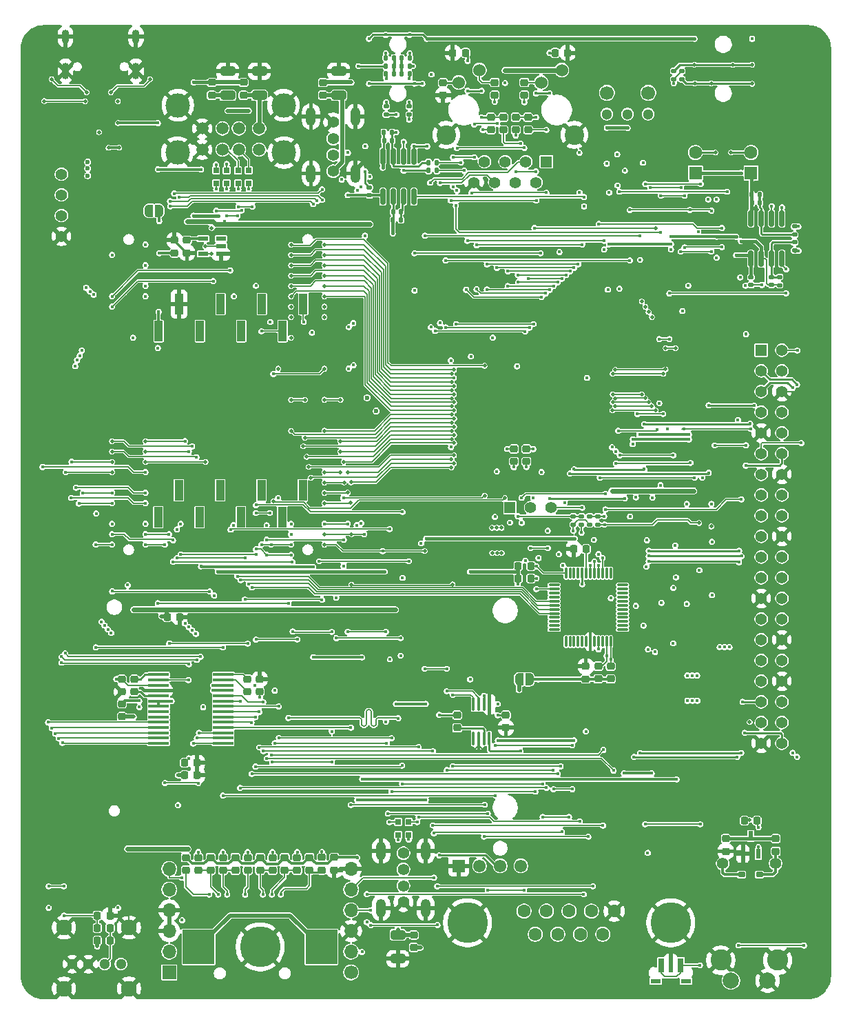
<source format=gbl>
G04 #@! TF.GenerationSoftware,KiCad,Pcbnew,9.0.0*
G04 #@! TF.CreationDate,2025-03-14T14:49:40-04:00*
G04 #@! TF.ProjectId,MiniCamel_long_rev.A,4d696e69-4361-46d6-956c-5f6c6f6e675f,2.1*
G04 #@! TF.SameCoordinates,PX16e3600PY6052340*
G04 #@! TF.FileFunction,Copper,L4,Bot*
G04 #@! TF.FilePolarity,Positive*
%FSLAX46Y46*%
G04 Gerber Fmt 4.6, Leading zero omitted, Abs format (unit mm)*
G04 Created by KiCad (PCBNEW 9.0.0) date 2025-03-14 14:49:40*
%MOMM*%
%LPD*%
G01*
G04 APERTURE LIST*
G04 Aperture macros list*
%AMRoundRect*
0 Rectangle with rounded corners*
0 $1 Rounding radius*
0 $2 $3 $4 $5 $6 $7 $8 $9 X,Y pos of 4 corners*
0 Add a 4 corners polygon primitive as box body*
4,1,4,$2,$3,$4,$5,$6,$7,$8,$9,$2,$3,0*
0 Add four circle primitives for the rounded corners*
1,1,$1+$1,$2,$3*
1,1,$1+$1,$4,$5*
1,1,$1+$1,$6,$7*
1,1,$1+$1,$8,$9*
0 Add four rect primitives between the rounded corners*
20,1,$1+$1,$2,$3,$4,$5,0*
20,1,$1+$1,$4,$5,$6,$7,0*
20,1,$1+$1,$6,$7,$8,$9,0*
20,1,$1+$1,$8,$9,$2,$3,0*%
%AMFreePoly0*
4,1,23,0.500000,-0.750000,0.000000,-0.750000,0.000000,-0.745722,-0.065263,-0.745722,-0.191342,-0.711940,-0.304381,-0.646677,-0.396677,-0.554381,-0.461940,-0.441342,-0.495722,-0.315263,-0.495722,-0.250000,-0.500000,-0.250000,-0.500000,0.250000,-0.495722,0.250000,-0.495722,0.315263,-0.461940,0.441342,-0.396677,0.554381,-0.304381,0.646677,-0.191342,0.711940,-0.065263,0.745722,0.000000,0.745722,
0.000000,0.750000,0.500000,0.750000,0.500000,-0.750000,0.500000,-0.750000,$1*%
%AMFreePoly1*
4,1,23,0.000000,0.745722,0.065263,0.745722,0.191342,0.711940,0.304381,0.646677,0.396677,0.554381,0.461940,0.441342,0.495722,0.315263,0.495722,0.250000,0.500000,0.250000,0.500000,-0.250000,0.495722,-0.250000,0.495722,-0.315263,0.461940,-0.441342,0.396677,-0.554381,0.304381,-0.646677,0.191342,-0.711940,0.065263,-0.745722,0.000000,-0.745722,0.000000,-0.750000,-0.500000,-0.750000,
-0.500000,0.750000,0.000000,0.750000,0.000000,0.745722,0.000000,0.745722,$1*%
G04 Aperture macros list end*
G04 #@! TA.AperFunction,ComponentPad*
%ADD10C,2.000000*%
G04 #@! TD*
G04 #@! TA.AperFunction,ComponentPad*
%ADD11C,2.600000*%
G04 #@! TD*
G04 #@! TA.AperFunction,ComponentPad*
%ADD12R,1.600000X1.600000*%
G04 #@! TD*
G04 #@! TA.AperFunction,ComponentPad*
%ADD13C,1.600000*%
G04 #@! TD*
G04 #@! TA.AperFunction,ComponentPad*
%ADD14C,1.397000*%
G04 #@! TD*
G04 #@! TA.AperFunction,ComponentPad*
%ADD15C,1.300000*%
G04 #@! TD*
G04 #@! TA.AperFunction,ComponentPad*
%ADD16C,1.700000*%
G04 #@! TD*
G04 #@! TA.AperFunction,ComponentPad*
%ADD17R,1.700000X1.700000*%
G04 #@! TD*
G04 #@! TA.AperFunction,ComponentPad*
%ADD18O,1.700000X1.700000*%
G04 #@! TD*
G04 #@! TA.AperFunction,ComponentPad*
%ADD19R,1.530000X1.530000*%
G04 #@! TD*
G04 #@! TA.AperFunction,ComponentPad*
%ADD20C,1.550000*%
G04 #@! TD*
G04 #@! TA.AperFunction,ComponentPad*
%ADD21R,1.397000X1.397000*%
G04 #@! TD*
G04 #@! TA.AperFunction,ComponentPad*
%ADD22C,1.420000*%
G04 #@! TD*
G04 #@! TA.AperFunction,ComponentPad*
%ADD23O,1.250000X2.250000*%
G04 #@! TD*
G04 #@! TA.AperFunction,ComponentPad*
%ADD24R,1.408000X1.408000*%
G04 #@! TD*
G04 #@! TA.AperFunction,ComponentPad*
%ADD25C,1.408000*%
G04 #@! TD*
G04 #@! TA.AperFunction,ComponentPad*
%ADD26C,1.530000*%
G04 #@! TD*
G04 #@! TA.AperFunction,ComponentPad*
%ADD27C,2.400000*%
G04 #@! TD*
G04 #@! TA.AperFunction,ComponentPad*
%ADD28O,0.900000X2.000000*%
G04 #@! TD*
G04 #@! TA.AperFunction,ComponentPad*
%ADD29O,0.900000X1.700000*%
G04 #@! TD*
G04 #@! TA.AperFunction,ComponentPad*
%ADD30C,1.500000*%
G04 #@! TD*
G04 #@! TA.AperFunction,ComponentPad*
%ADD31C,3.000000*%
G04 #@! TD*
G04 #@! TA.AperFunction,ComponentPad*
%ADD32C,5.000000*%
G04 #@! TD*
G04 #@! TA.AperFunction,ComponentPad*
%ADD33C,1.950000*%
G04 #@! TD*
G04 #@! TA.AperFunction,SMDPad,CuDef*
%ADD34RoundRect,0.135000X-0.135000X-0.185000X0.135000X-0.185000X0.135000X0.185000X-0.135000X0.185000X0*%
G04 #@! TD*
G04 #@! TA.AperFunction,SMDPad,CuDef*
%ADD35RoundRect,0.135000X0.135000X0.185000X-0.135000X0.185000X-0.135000X-0.185000X0.135000X-0.185000X0*%
G04 #@! TD*
G04 #@! TA.AperFunction,SMDPad,CuDef*
%ADD36RoundRect,0.225000X-0.250000X0.225000X-0.250000X-0.225000X0.250000X-0.225000X0.250000X0.225000X0*%
G04 #@! TD*
G04 #@! TA.AperFunction,SMDPad,CuDef*
%ADD37RoundRect,0.225000X-0.225000X-0.250000X0.225000X-0.250000X0.225000X0.250000X-0.225000X0.250000X0*%
G04 #@! TD*
G04 #@! TA.AperFunction,SMDPad,CuDef*
%ADD38RoundRect,0.225000X0.250000X-0.225000X0.250000X0.225000X-0.250000X0.225000X-0.250000X-0.225000X0*%
G04 #@! TD*
G04 #@! TA.AperFunction,SMDPad,CuDef*
%ADD39R,2.500000X0.450000*%
G04 #@! TD*
G04 #@! TA.AperFunction,SMDPad,CuDef*
%ADD40RoundRect,0.218750X-0.256250X0.218750X-0.256250X-0.218750X0.256250X-0.218750X0.256250X0.218750X0*%
G04 #@! TD*
G04 #@! TA.AperFunction,SMDPad,CuDef*
%ADD41RoundRect,0.140000X-0.170000X0.140000X-0.170000X-0.140000X0.170000X-0.140000X0.170000X0.140000X0*%
G04 #@! TD*
G04 #@! TA.AperFunction,SMDPad,CuDef*
%ADD42R,0.700000X0.700000*%
G04 #@! TD*
G04 #@! TA.AperFunction,SMDPad,CuDef*
%ADD43FreePoly0,0.000000*%
G04 #@! TD*
G04 #@! TA.AperFunction,SMDPad,CuDef*
%ADD44FreePoly1,0.000000*%
G04 #@! TD*
G04 #@! TA.AperFunction,SMDPad,CuDef*
%ADD45RoundRect,0.135000X0.185000X-0.135000X0.185000X0.135000X-0.185000X0.135000X-0.185000X-0.135000X0*%
G04 #@! TD*
G04 #@! TA.AperFunction,SMDPad,CuDef*
%ADD46RoundRect,0.140000X0.140000X0.170000X-0.140000X0.170000X-0.140000X-0.170000X0.140000X-0.170000X0*%
G04 #@! TD*
G04 #@! TA.AperFunction,SMDPad,CuDef*
%ADD47RoundRect,0.100000X-0.100000X0.712500X-0.100000X-0.712500X0.100000X-0.712500X0.100000X0.712500X0*%
G04 #@! TD*
G04 #@! TA.AperFunction,SMDPad,CuDef*
%ADD48R,0.700000X1.800000*%
G04 #@! TD*
G04 #@! TA.AperFunction,SMDPad,CuDef*
%ADD49R,0.600000X1.800000*%
G04 #@! TD*
G04 #@! TA.AperFunction,SMDPad,CuDef*
%ADD50R,1.300000X0.625000*%
G04 #@! TD*
G04 #@! TA.AperFunction,SMDPad,CuDef*
%ADD51RoundRect,0.250000X0.650000X-0.325000X0.650000X0.325000X-0.650000X0.325000X-0.650000X-0.325000X0*%
G04 #@! TD*
G04 #@! TA.AperFunction,SMDPad,CuDef*
%ADD52RoundRect,0.150000X-0.150000X0.825000X-0.150000X-0.825000X0.150000X-0.825000X0.150000X0.825000X0*%
G04 #@! TD*
G04 #@! TA.AperFunction,SMDPad,CuDef*
%ADD53RoundRect,0.135000X-0.185000X0.135000X-0.185000X-0.135000X0.185000X-0.135000X0.185000X0.135000X0*%
G04 #@! TD*
G04 #@! TA.AperFunction,SMDPad,CuDef*
%ADD54R,1.000000X2.510000*%
G04 #@! TD*
G04 #@! TA.AperFunction,SMDPad,CuDef*
%ADD55RoundRect,0.140000X0.170000X-0.140000X0.170000X0.140000X-0.170000X0.140000X-0.170000X-0.140000X0*%
G04 #@! TD*
G04 #@! TA.AperFunction,SMDPad,CuDef*
%ADD56O,1.400000X0.300000*%
G04 #@! TD*
G04 #@! TA.AperFunction,SMDPad,CuDef*
%ADD57O,0.300000X1.400000*%
G04 #@! TD*
G04 #@! TA.AperFunction,SMDPad,CuDef*
%ADD58R,1.200000X0.600000*%
G04 #@! TD*
G04 #@! TA.AperFunction,SMDPad,CuDef*
%ADD59RoundRect,0.175000X-0.275000X-0.175000X0.275000X-0.175000X0.275000X0.175000X-0.275000X0.175000X0*%
G04 #@! TD*
G04 #@! TA.AperFunction,SMDPad,CuDef*
%ADD60RoundRect,0.225000X0.225000X0.250000X-0.225000X0.250000X-0.225000X-0.250000X0.225000X-0.250000X0*%
G04 #@! TD*
G04 #@! TA.AperFunction,SMDPad,CuDef*
%ADD61RoundRect,0.250000X-0.650000X0.325000X-0.650000X-0.325000X0.650000X-0.325000X0.650000X0.325000X0*%
G04 #@! TD*
G04 #@! TA.AperFunction,SMDPad,CuDef*
%ADD62R,0.600000X1.200000*%
G04 #@! TD*
G04 #@! TA.AperFunction,SMDPad,CuDef*
%ADD63RoundRect,0.140000X-0.140000X-0.170000X0.140000X-0.170000X0.140000X0.170000X-0.140000X0.170000X0*%
G04 #@! TD*
G04 #@! TA.AperFunction,SMDPad,CuDef*
%ADD64R,3.900000X4.200000*%
G04 #@! TD*
G04 #@! TA.AperFunction,SMDPad,CuDef*
%ADD65C,5.000000*%
G04 #@! TD*
G04 #@! TA.AperFunction,ViaPad*
%ADD66C,0.450000*%
G04 #@! TD*
G04 #@! TA.AperFunction,ViaPad*
%ADD67C,0.460000*%
G04 #@! TD*
G04 #@! TA.AperFunction,ViaPad*
%ADD68C,0.600000*%
G04 #@! TD*
G04 #@! TA.AperFunction,Conductor*
%ADD69C,0.180000*%
G04 #@! TD*
G04 #@! TA.AperFunction,Conductor*
%ADD70C,0.127000*%
G04 #@! TD*
G04 #@! TA.AperFunction,Conductor*
%ADD71C,0.200000*%
G04 #@! TD*
G04 #@! TA.AperFunction,Conductor*
%ADD72C,0.250000*%
G04 #@! TD*
G04 #@! TA.AperFunction,Conductor*
%ADD73C,0.360000*%
G04 #@! TD*
G04 #@! TA.AperFunction,Conductor*
%ADD74C,0.300000*%
G04 #@! TD*
G04 #@! TA.AperFunction,Conductor*
%ADD75C,0.600000*%
G04 #@! TD*
G04 #@! TA.AperFunction,Conductor*
%ADD76C,0.500000*%
G04 #@! TD*
G04 #@! TA.AperFunction,Conductor*
%ADD77C,0.400000*%
G04 #@! TD*
G04 #@! TA.AperFunction,Conductor*
%ADD78C,0.254000*%
G04 #@! TD*
G04 APERTURE END LIST*
D10*
X103108524Y-47670025D03*
X107608524Y-47670025D03*
D11*
X101858524Y-45170025D03*
X108858524Y-45170025D03*
D12*
X98740000Y51500000D03*
D13*
X98740000Y54000000D03*
D14*
X20800000Y43710000D03*
X20800000Y46250000D03*
X20800000Y48790000D03*
X20800000Y51330000D03*
D15*
X92930000Y58710000D03*
X90390000Y58710000D03*
X87850000Y58710000D03*
D16*
X92930000Y61330000D03*
X87850000Y61330000D03*
D17*
X34057270Y-46659968D03*
D18*
X34057270Y-44119968D03*
X34057270Y-41579968D03*
X34057270Y-39039968D03*
X34057270Y-36499968D03*
X34057270Y-33959968D03*
D16*
X56407270Y-46659968D03*
D18*
X56407270Y-44119968D03*
X56407270Y-41579968D03*
X56407270Y-39039968D03*
X56407270Y-36499968D03*
X56407270Y-33959968D03*
D14*
X102087600Y-33302400D03*
X108590000Y-33302400D03*
D19*
X69660000Y-33590000D03*
D20*
X72200000Y-33590000D03*
X74740000Y-33590000D03*
X77280000Y-33590000D03*
D21*
X106830000Y29730000D03*
D14*
X109370000Y29730000D03*
X106830000Y27190000D03*
X109370000Y27190000D03*
X106830000Y24650000D03*
X109370000Y24650000D03*
X106830000Y22110000D03*
X109370000Y22110000D03*
X106830000Y19570000D03*
X109370000Y19570000D03*
X106830000Y17030000D03*
X109370000Y17030000D03*
X106830000Y14490000D03*
X109370000Y14490000D03*
X106830000Y11950000D03*
X109370000Y11950000D03*
X106830000Y9410000D03*
X109370000Y9410000D03*
X106830000Y6870000D03*
X109370000Y6870000D03*
X106830000Y4330000D03*
X109370000Y4330000D03*
X106830000Y1790000D03*
X109370000Y1790000D03*
X106830000Y-750000D03*
X109370000Y-750000D03*
X106830000Y-3290000D03*
X109370000Y-3290000D03*
X106830000Y-5830000D03*
X109370000Y-5830000D03*
X106830000Y-8370000D03*
X109370000Y-8370000D03*
X106830000Y-10910000D03*
X109370000Y-10910000D03*
X106830000Y-13450000D03*
X109370000Y-13450000D03*
X106830000Y-15990000D03*
X109370000Y-15990000D03*
X106830000Y-18530000D03*
X109370000Y-18530000D03*
D21*
X75940000Y10400000D03*
D14*
X78480000Y10400000D03*
X81020000Y10400000D03*
D22*
X62837500Y-32038000D03*
X62837500Y-34038000D03*
X62837500Y-36038000D03*
X62837500Y-38038000D03*
D23*
X65572500Y-31768000D03*
X65572500Y-38768000D03*
X60102500Y-31768000D03*
X60102500Y-38768000D03*
D24*
X80420000Y52870000D03*
D25*
X79150000Y50330000D03*
X77880000Y52870000D03*
X76610000Y50330000D03*
X75340000Y52870000D03*
X74070000Y50330000D03*
X72800000Y52870000D03*
X71530000Y50330000D03*
D26*
X82300000Y64120000D03*
X79760000Y62600000D03*
X72190000Y64120000D03*
X69650000Y62600000D03*
D27*
X83850000Y56170000D03*
X68100000Y56170000D03*
D28*
X29970000Y64040000D03*
D29*
X29970000Y68220000D03*
D28*
X21320000Y64040000D03*
D29*
X21320000Y68220000D03*
D30*
X45110000Y54350000D03*
X42610000Y54350000D03*
X40610000Y54350000D03*
X38110000Y54350000D03*
X45110000Y56950000D03*
X42610000Y56950000D03*
X40610000Y56950000D03*
X38110000Y56950000D03*
D31*
X48160000Y54000000D03*
X48110000Y59800000D03*
X35110000Y59800000D03*
X35060000Y54000000D03*
D13*
X77660000Y-39150000D03*
X80430000Y-39150000D03*
X83200000Y-39150000D03*
X85970000Y-39150000D03*
X88740000Y-39150000D03*
X79045000Y-41990000D03*
X81815000Y-41990000D03*
X84585000Y-41990000D03*
X87355000Y-41990000D03*
D32*
X95695000Y-40570000D03*
X70705000Y-40570000D03*
D22*
X54212500Y51698000D03*
X54212500Y53698000D03*
X54212500Y55698000D03*
X54212500Y57698000D03*
D23*
X51477500Y51428000D03*
X51477500Y58428000D03*
X56947500Y51428000D03*
X56947500Y58428000D03*
D12*
X105580000Y51500000D03*
D13*
X105580000Y54000000D03*
D15*
X22120000Y-45650000D03*
X24120000Y-45650000D03*
X26120000Y-45650000D03*
X28120000Y-45650000D03*
D33*
X21120000Y-48650000D03*
X29120000Y-48650000D03*
X29120000Y-41150000D03*
X21120000Y-41150000D03*
D34*
X60680000Y65620000D03*
X61700000Y65620000D03*
D35*
X62550000Y45720000D03*
X61530000Y45720000D03*
D36*
X52950000Y62595000D03*
X52950000Y61045000D03*
D37*
X25225000Y-41220000D03*
X26775000Y-41220000D03*
D38*
X76430000Y16055000D03*
X76430000Y17605000D03*
D39*
X40700000Y-10110000D03*
X40700000Y-10760000D03*
X40700000Y-11410000D03*
X40700000Y-12060000D03*
X40700000Y-12710000D03*
X40700000Y-13360000D03*
X40700000Y-14010000D03*
X40700000Y-14660000D03*
X40700000Y-15310000D03*
X40700000Y-15960000D03*
X40700000Y-16610000D03*
X40700000Y-17260000D03*
X40700000Y-17910000D03*
X40700000Y-18560000D03*
X32750000Y-18560000D03*
X32750000Y-17910000D03*
X32750000Y-17260000D03*
X32750000Y-16610000D03*
X32750000Y-15960000D03*
X32750000Y-15310000D03*
X32750000Y-14660000D03*
X32750000Y-14010000D03*
X32750000Y-13360000D03*
X32750000Y-12710000D03*
X32750000Y-12060000D03*
X32750000Y-11410000D03*
X32750000Y-10760000D03*
X32750000Y-10110000D03*
D40*
X39290000Y62607500D03*
X39290000Y61032500D03*
D37*
X33795000Y-3050000D03*
X35345000Y-3050000D03*
D41*
X58674000Y49728000D03*
X58674000Y48768000D03*
D42*
X43820000Y50210000D03*
X43820000Y51810000D03*
X42520000Y51810000D03*
X42520000Y50210000D03*
D40*
X43190000Y62607500D03*
X43190000Y61032500D03*
D43*
X77050000Y-10680000D03*
D44*
X78350000Y-10680000D03*
D36*
X67720000Y62580000D03*
X67720000Y61030000D03*
D38*
X34710000Y41675000D03*
X34710000Y43225000D03*
X45180000Y-12205000D03*
X45180000Y-10655000D03*
D36*
X73610000Y58325000D03*
X73610000Y56775000D03*
D45*
X83730000Y8330000D03*
X83730000Y9350000D03*
D36*
X75440000Y-15085000D03*
X75440000Y-16635000D03*
X36090000Y-32565000D03*
X36090000Y-34115000D03*
D46*
X62520000Y46710000D03*
X61560000Y46710000D03*
D35*
X63620000Y64620000D03*
X62600000Y64620000D03*
D47*
X71455000Y-13747500D03*
X72105000Y-13747500D03*
X72755000Y-13747500D03*
X73405000Y-13747500D03*
X73405000Y-17972500D03*
X72755000Y-17972500D03*
X72105000Y-17972500D03*
X71455000Y-17972500D03*
D48*
X96910000Y-45795000D03*
X94510000Y-45795000D03*
D49*
X95710000Y-45795000D03*
D50*
X97560000Y-47732500D03*
X93860000Y-47732500D03*
D36*
X85260000Y-9080000D03*
X85260000Y-10630000D03*
D35*
X66950000Y52780000D03*
X65930000Y52780000D03*
D36*
X76650000Y58325000D03*
X76650000Y56775000D03*
D51*
X41240000Y61025000D03*
X41240000Y63975000D03*
D45*
X86730000Y8330000D03*
X86730000Y9350000D03*
D37*
X83760000Y5310000D03*
X85310000Y5310000D03*
X81475000Y66240000D03*
X83025000Y66240000D03*
D36*
X108601015Y-30247400D03*
X108601015Y-31797400D03*
D37*
X35945000Y-22450000D03*
X37495000Y-22450000D03*
D42*
X62200000Y-28200000D03*
X62200000Y-29800000D03*
X63500000Y-29800000D03*
X63500000Y-28200000D03*
D36*
X43660000Y-10655000D03*
X43660000Y-12205000D03*
D35*
X61720000Y63630000D03*
X60700000Y63630000D03*
D52*
X105575000Y45915000D03*
X106845000Y45915000D03*
X108115000Y45915000D03*
X109385000Y45915000D03*
X109385000Y40965000D03*
X108115000Y40965000D03*
X106845000Y40965000D03*
X105575000Y40965000D03*
D38*
X77950000Y16055000D03*
X77950000Y17605000D03*
D36*
X36240000Y43230000D03*
X36240000Y41680000D03*
D46*
X106650000Y47830000D03*
X105690000Y47830000D03*
D36*
X102471485Y-30247400D03*
X102471485Y-31797400D03*
D37*
X35950000Y-20910000D03*
X37500000Y-20910000D03*
D38*
X46740000Y-34115000D03*
X46740000Y-32565000D03*
X74070000Y61050000D03*
X74070000Y62600000D03*
X43700000Y-34115000D03*
X43700000Y-32565000D03*
D37*
X104755000Y-28031866D03*
X106305000Y-28031866D03*
D35*
X61460000Y56480000D03*
X60440000Y56480000D03*
D43*
X31530000Y46850000D03*
D44*
X32830000Y46850000D03*
D37*
X25225000Y-39690000D03*
X26775000Y-39690000D03*
D34*
X62580000Y63630000D03*
X63600000Y63630000D03*
D36*
X28240000Y-13680000D03*
X28240000Y-15230000D03*
D53*
X96070000Y64020000D03*
X96070000Y63000000D03*
D54*
X50490000Y12535000D03*
X47950000Y9225000D03*
X45410000Y12535000D03*
X42870000Y9225000D03*
X40330000Y12535000D03*
X37790000Y9225000D03*
X35250000Y12535000D03*
X32710000Y9225000D03*
X32740000Y32070000D03*
X35280000Y35380000D03*
X37820000Y32070000D03*
X40360000Y35380000D03*
X42900000Y32070000D03*
X45440000Y35380000D03*
X47980000Y32070000D03*
X50520000Y35380000D03*
D34*
X60680000Y64620000D03*
X61700000Y64620000D03*
D55*
X105580000Y37750000D03*
X105580000Y38710000D03*
D51*
X45140000Y61025000D03*
X45140000Y63975000D03*
D45*
X84730000Y8330000D03*
X84730000Y9350000D03*
D41*
X108100000Y38710000D03*
X108100000Y37750000D03*
D37*
X25225000Y-42760000D03*
X26775000Y-42760000D03*
D56*
X89770000Y910000D03*
X89770000Y410000D03*
X89770000Y-90000D03*
X89770000Y-590000D03*
X89770000Y-1090000D03*
X89770000Y-1590000D03*
X89770000Y-2090000D03*
X89770000Y-2590000D03*
X89770000Y-3090000D03*
X89770000Y-3590000D03*
X89770000Y-4090000D03*
X89770000Y-4590000D03*
D57*
X88320000Y-6040000D03*
X87820000Y-6040000D03*
X87320000Y-6040000D03*
X86820000Y-6040000D03*
X86320000Y-6040000D03*
X85820000Y-6040000D03*
X85320000Y-6040000D03*
X84820000Y-6040000D03*
X84320000Y-6040000D03*
X83820000Y-6040000D03*
X83320000Y-6040000D03*
X82820000Y-6040000D03*
D56*
X81370000Y-4590000D03*
X81370000Y-4090000D03*
X81370000Y-3590000D03*
X81370000Y-3090000D03*
X81370000Y-2590000D03*
X81370000Y-2090000D03*
X81370000Y-1590000D03*
X81370000Y-1090000D03*
X81370000Y-590000D03*
X81370000Y-90000D03*
X81370000Y410000D03*
X81370000Y910000D03*
D57*
X82820000Y2360000D03*
X83320000Y2360000D03*
X83820000Y2360000D03*
X84320000Y2360000D03*
X84820000Y2360000D03*
X85320000Y2360000D03*
X85820000Y2360000D03*
X86320000Y2360000D03*
X86820000Y2360000D03*
X87320000Y2360000D03*
X87820000Y2360000D03*
X88320000Y2360000D03*
D36*
X48260000Y-32565000D03*
X48260000Y-34115000D03*
X39140000Y-32565000D03*
X39140000Y-34115000D03*
D52*
X60325000Y53529000D03*
X61595000Y53529000D03*
X62865000Y53529000D03*
X64135000Y53529000D03*
X64135000Y48579000D03*
X62865000Y48579000D03*
X61595000Y48579000D03*
X60325000Y48579000D03*
D45*
X97070000Y63000000D03*
X97070000Y64020000D03*
D36*
X54340000Y-32555000D03*
X54340000Y-34105000D03*
D53*
X60720000Y59680000D03*
X60720000Y58660000D03*
D36*
X75130000Y58325000D03*
X75130000Y56775000D03*
D34*
X105650000Y48830000D03*
X106670000Y48830000D03*
D38*
X40660000Y-34115000D03*
X40660000Y-32565000D03*
D36*
X45220000Y-32565000D03*
X45220000Y-34115000D03*
D58*
X40430000Y43430000D03*
X40430000Y42480000D03*
X40430000Y41530000D03*
X38230000Y41530000D03*
X38230000Y43430000D03*
D59*
X104402500Y-34662400D03*
X106602500Y-34662400D03*
D60*
X70465000Y66240000D03*
X68915000Y66240000D03*
D61*
X62160000Y-42045000D03*
X62160000Y-44995000D03*
D62*
X106480000Y-32122400D03*
X104580000Y-32122400D03*
X105530000Y-29922400D03*
D36*
X88320000Y-9075000D03*
X88320000Y-10625000D03*
D38*
X64110000Y-43615000D03*
X64110000Y-42065000D03*
D36*
X86790000Y-9075000D03*
X86790000Y-10625000D03*
X28240000Y-10655000D03*
X28240000Y-12205000D03*
X51297500Y-32560000D03*
X51297500Y-34110000D03*
D45*
X109100000Y37710000D03*
X109100000Y38730000D03*
D53*
X63560000Y59680000D03*
X63560000Y58660000D03*
D36*
X78180000Y58325000D03*
X78180000Y56775000D03*
X42180000Y-32565000D03*
X42180000Y-34115000D03*
D63*
X60470000Y55490000D03*
X61430000Y55490000D03*
D38*
X77710000Y61050000D03*
X77710000Y62600000D03*
D45*
X110930000Y43900000D03*
X110930000Y44920000D03*
D38*
X52817500Y-34105000D03*
X52817500Y-32555000D03*
D51*
X54900000Y61025000D03*
X54900000Y63975000D03*
D42*
X41120000Y50210000D03*
X41120000Y51810000D03*
X39820000Y51810000D03*
X39820000Y50210000D03*
D60*
X78505000Y1710000D03*
X76955000Y1710000D03*
D35*
X63620000Y65620000D03*
X62600000Y65620000D03*
D36*
X69460000Y-15085000D03*
X69460000Y-16635000D03*
D60*
X78505000Y3240000D03*
X76955000Y3240000D03*
D36*
X29760000Y-10655000D03*
X29760000Y-12205000D03*
D38*
X37620000Y-34115000D03*
X37620000Y-32565000D03*
D45*
X85730000Y8330000D03*
X85730000Y9350000D03*
D35*
X66950000Y51780000D03*
X65930000Y51780000D03*
D38*
X49780000Y-34115000D03*
X49780000Y-32565000D03*
D53*
X110930000Y42980000D03*
X110930000Y41960000D03*
D64*
X37669998Y-43540000D03*
X52769998Y-43540000D03*
D65*
X45219998Y-43540000D03*
D66*
X102630000Y49190000D03*
X89400000Y49190000D03*
X45390000Y32060000D03*
X45390000Y5870000D03*
X46570000Y5870000D03*
X49030000Y5870000D03*
X87420000Y-19340000D03*
X46570000Y-19950000D03*
X46060000Y-20390000D03*
X46470000Y33200000D03*
X44710000Y5290000D03*
X49030000Y4600000D03*
X88680000Y-21880000D03*
X46040000Y4610000D03*
X44710000Y9740000D03*
X46420000Y9750000D03*
X50590000Y33210000D03*
X90670000Y40760000D03*
X68020000Y40760000D03*
X91940000Y43740000D03*
X65490000Y43790000D03*
X91930000Y40830000D03*
X87520000Y43170000D03*
X95740000Y42090000D03*
X70700000Y43150000D03*
X87520000Y42090000D03*
X79700000Y41640000D03*
X64210000Y41630000D03*
X94480000Y44210000D03*
X69300000Y47470000D03*
X99390000Y50140000D03*
X92570000Y50140000D03*
X36886848Y-4680310D03*
X36870000Y17930000D03*
D67*
X27030000Y18570000D03*
D66*
X26512532Y-4534995D03*
X36000000Y-3810000D03*
D67*
X31130000Y18570000D03*
D66*
X36000000Y18570000D03*
X25730217Y-3614534D03*
X26918981Y-4981782D03*
X37389518Y16590482D03*
X37329716Y-5091024D03*
D67*
X27030000Y17300000D03*
X31130000Y17300000D03*
D66*
X36454284Y-4258757D03*
X26120000Y-4075933D03*
X36460000Y17300000D03*
D67*
X27030000Y16030000D03*
D66*
X22040000Y16030000D03*
X38230000Y-14100000D03*
D67*
X38500000Y42480000D03*
X31130000Y16030000D03*
X38520000Y16030000D03*
D66*
X30380000Y-14100000D03*
D67*
X27030000Y14760000D03*
D66*
X21330000Y14760000D03*
D67*
X105710000Y64780000D03*
X103121467Y54008533D03*
X98610000Y64780000D03*
X103340000Y64750000D03*
D66*
X34999000Y7710000D03*
X52820000Y-31880000D03*
X43360000Y-860000D03*
X43370000Y4200000D03*
X52820000Y-920000D03*
X34980000Y4190000D03*
X27030000Y8410000D03*
X44720000Y4670000D03*
X35470000Y4660000D03*
X35460000Y8410000D03*
X49790000Y-31890000D03*
X49790000Y-5780000D03*
X44720000Y-5790000D03*
X31130000Y8410000D03*
X54040000Y-4840000D03*
X46730000Y-20840000D03*
X85270000Y-17079000D03*
X49180000Y3720000D03*
X34530000Y6390000D03*
X54040000Y-20850000D03*
X54040000Y-17090000D03*
X34510000Y3750000D03*
X46740000Y-31890000D03*
X27030000Y7140000D03*
X49220907Y-4816737D03*
X43700000Y-31890000D03*
X34030000Y7140000D03*
X43710000Y-6288290D03*
X31130000Y7140000D03*
X34060000Y-6270000D03*
X25020000Y5870000D03*
X74160000Y-24950000D03*
X40650000Y-6760000D03*
X27030000Y5870000D03*
X40660000Y-24950000D03*
X25030000Y-6770000D03*
X83600000Y-18770000D03*
X40660000Y-31890000D03*
X74130000Y-18820000D03*
X37620000Y-31890000D03*
X31130000Y5870000D03*
X33529804Y-23400000D03*
X37620000Y-23420000D03*
X33530000Y5870000D03*
D67*
X101180000Y54000000D03*
X105710000Y62440000D03*
X100680000Y62500000D03*
X98670000Y62500000D03*
D66*
X96000000Y16830000D03*
X89460000Y16830000D03*
X57770000Y-22940000D03*
X57750000Y-44147000D03*
X32650000Y51930000D03*
X96410000Y-22960000D03*
X37970000Y51920000D03*
X51750000Y3130000D03*
X51750000Y-7950000D03*
D67*
X25430000Y56510000D03*
D66*
X32650000Y57620000D03*
D67*
X27750000Y60310000D03*
X27750000Y57620000D03*
D66*
X57750000Y-7989000D03*
X37963000Y3190000D03*
D67*
X26890000Y61400000D03*
X31687500Y63000000D03*
D66*
X72460000Y61580000D03*
X70740000Y65260000D03*
X72470000Y58320000D03*
X70740000Y61580000D03*
X80810000Y61260000D03*
X79140000Y58330000D03*
X80790000Y66240000D03*
X79130000Y61260000D03*
D67*
X19602500Y63000000D03*
X23900000Y61400000D03*
D66*
X99320000Y-28460000D03*
X99300000Y-45800000D03*
X92900000Y-6990000D03*
X86830000Y-6980000D03*
X92570000Y-28460000D03*
X47780000Y-37110000D03*
X46680000Y-37110000D03*
X45580000Y-37110000D03*
X68700000Y17830000D03*
X58700000Y51030000D03*
X36250000Y45520000D03*
X61919000Y-13709000D03*
X29700000Y-2140000D03*
X83820000Y-18180000D03*
X35130000Y-26130000D03*
X74440000Y-15085000D03*
X44415000Y-33320000D03*
X35130000Y-22440000D03*
X74450000Y-18190000D03*
X40810000Y-2140000D03*
X57170000Y-32560000D03*
X33090000Y-2930000D03*
X61839000Y-2151000D03*
X36240000Y43230000D03*
X75340000Y62540000D03*
X57180000Y-25490000D03*
X75350000Y64120000D03*
X74440000Y-13710000D03*
X72750000Y-12690000D03*
X40820000Y45520000D03*
X58710000Y45200000D03*
X65590000Y-13710000D03*
X29700000Y-15270000D03*
X65590000Y-25480000D03*
X43390000Y-37110000D03*
X41180000Y-37110000D03*
X40080000Y-37110000D03*
X41120000Y52600000D03*
X39810000Y52520000D03*
X64135000Y48579000D03*
X85050000Y47390000D03*
X109860000Y36730000D03*
X85050000Y48530000D03*
X108120000Y47430000D03*
X109890000Y39670000D03*
X62870000Y55290000D03*
X95540000Y36710000D03*
X95540000Y31090000D03*
X94050000Y19940000D03*
X94300000Y23220000D03*
X94290000Y31090000D03*
X89250000Y19850000D03*
D67*
X95080000Y29980000D03*
X96280000Y29980000D03*
X95080000Y27390000D03*
X88883049Y27326561D03*
D66*
X98625000Y14090000D03*
X86985000Y14085000D03*
D67*
X94790000Y26830000D03*
X88570000Y26830000D03*
D66*
X88975000Y15830000D03*
X98120000Y15900000D03*
X27050000Y130000D03*
X38970000Y-37110000D03*
X39030000Y121000D03*
D68*
X30105000Y51200000D03*
D66*
X63280000Y12740000D03*
X96370000Y-25235000D03*
X23010000Y-9160000D03*
X63280000Y12135997D03*
X47020000Y-10650000D03*
X34160000Y-21330000D03*
X22450000Y61730000D03*
X21500000Y-13740000D03*
D67*
X95670000Y27440000D03*
D68*
X30105000Y52880000D03*
D66*
X63280000Y13344003D03*
X112210000Y57590000D03*
X29370000Y61690000D03*
X101715997Y-10090000D03*
X111960000Y24640000D03*
X95710000Y-44700000D03*
X102320000Y-10090000D03*
X34360000Y-18920000D03*
X49030000Y21110000D03*
X78922500Y4882500D03*
X35345000Y-3050000D03*
X34500000Y-25330000D03*
X31130000Y13490000D03*
X72310000Y17350000D03*
X53130000Y21110000D03*
X49030000Y32540000D03*
X34380000Y-15720000D03*
X102924003Y-10090000D03*
X100240000Y57590000D03*
X21580000Y-22530000D03*
X23810000Y-28780000D03*
X24440000Y-5730000D03*
X104710000Y57000000D03*
X67940000Y14880000D03*
X29560000Y32530000D03*
X112580000Y57000000D03*
D68*
X30105000Y52020000D03*
D66*
X104465000Y34150000D03*
D68*
X58370000Y23910000D03*
D66*
X98964003Y-13300000D03*
X64220000Y37060000D03*
D68*
X24040000Y52030000D03*
X24040000Y52850000D03*
D66*
X64960000Y-43630000D03*
X58120000Y43780000D03*
X92350000Y-4085000D03*
X92870000Y-31990000D03*
X56435000Y62607500D03*
X27540000Y-10650000D03*
D68*
X59510000Y22280000D03*
D66*
X34360000Y-13350000D03*
X25190000Y-43480000D03*
X89120000Y53770000D03*
D68*
X24040000Y51170000D03*
D67*
X74345000Y4830000D03*
D66*
X111270000Y29695000D03*
X97755997Y-13300000D03*
X87850000Y57040000D03*
X31530000Y46850000D03*
D67*
X73760997Y4830000D03*
D66*
X93450000Y11630000D03*
X98360000Y-13300000D03*
X90400000Y57030000D03*
X90710000Y9310000D03*
X77050000Y-12010000D03*
X52950000Y62607500D03*
D67*
X74929003Y4830000D03*
D66*
X82020000Y41790000D03*
X104330000Y51510000D03*
X104330000Y43125000D03*
X60780000Y-18520000D03*
X73220000Y-27160000D03*
X47030000Y-12060000D03*
X39450000Y-12060000D03*
X73230000Y-36590000D03*
X60931000Y-27170000D03*
X77670000Y-36560000D03*
X47020000Y-18520000D03*
X42760000Y-24010000D03*
X80430000Y-24000000D03*
X42760000Y-13360000D03*
X79950000Y-23540000D03*
X62670000Y-23520000D03*
X62680000Y-21270000D03*
X79960000Y-27590000D03*
X83190000Y-27590000D03*
X44651000Y-21391000D03*
X44660000Y-15310000D03*
X72830000Y-26080000D03*
X85570000Y-30000000D03*
X72751000Y-29990000D03*
X56380000Y-16602500D03*
X56370000Y-26100000D03*
X47520000Y-14010000D03*
X61400000Y-17900000D03*
X61400000Y-24470000D03*
X79050000Y-24470000D03*
X47530000Y-17880000D03*
X44210000Y-22280000D03*
X81810000Y-22270000D03*
X44170000Y-15980000D03*
X45120000Y-19030000D03*
X64710000Y-19010000D03*
X64720000Y-27640000D03*
X84520000Y-28120000D03*
X45130000Y-14680000D03*
X87367938Y-28623779D03*
X45610000Y-19480000D03*
X66460000Y-28610000D03*
X45610000Y-13480000D03*
X66460000Y-19490000D03*
X111410000Y41940000D03*
X111400000Y44930000D03*
X100370000Y22950000D03*
X100370000Y14680000D03*
X105970000Y22950000D03*
X83310000Y14596000D03*
X83822500Y15120000D03*
X92450000Y15110000D03*
X92450000Y20660000D03*
X105463089Y20702874D03*
X94770000Y21910000D03*
X91610000Y21890000D03*
X77810000Y32040000D03*
X66750000Y32090000D03*
X84820000Y42700000D03*
X71840000Y42640000D03*
X83330000Y39410000D03*
X75675000Y39415000D03*
X80810000Y37160000D03*
X73100000Y37180000D03*
X78320000Y32490000D03*
X68040000Y32530000D03*
X83820000Y39840000D03*
X74340000Y39840000D03*
X84320000Y40290000D03*
X73110000Y40270000D03*
X76920000Y38960000D03*
X82850000Y38960000D03*
X76930000Y38070000D03*
X81810000Y38060000D03*
X82320000Y38510000D03*
X78210000Y38510000D03*
X80330000Y36710000D03*
X71840000Y37210000D03*
X70570000Y37160000D03*
X79820000Y36260000D03*
X69320000Y32930000D03*
X78830000Y32940000D03*
X75670000Y37610000D03*
X81310000Y37610000D03*
X67240000Y-32290000D03*
X67240000Y-15040000D03*
X77240000Y-19500000D03*
X90070000Y11530000D03*
X80830000Y11530000D03*
X90070000Y51790000D03*
X72600000Y56770000D03*
X56710000Y27900000D03*
X67350000Y50280000D03*
X56680000Y33050000D03*
X22730000Y28510000D03*
X22600000Y12860000D03*
X67350000Y33060000D03*
X31130000Y12220000D03*
X76650000Y56100000D03*
X79140000Y51670000D03*
X76650000Y51670000D03*
X27030000Y10950000D03*
X68670000Y48100000D03*
X23070000Y29060000D03*
X22950000Y10900000D03*
X79180000Y48100000D03*
X68670000Y28480000D03*
X22490000Y27770000D03*
X66220000Y32570000D03*
X77230000Y55140000D03*
X56110000Y27470000D03*
X31130000Y10950000D03*
X66140412Y50290412D03*
X22000000Y11600000D03*
X56120000Y32570000D03*
D67*
X18680000Y60320000D03*
D66*
X19240000Y-38734419D03*
X27770000Y-38734419D03*
D67*
X23710000Y60310000D03*
D66*
X65455085Y-9375000D03*
D67*
X53130000Y5870000D03*
D66*
X60300000Y5070000D03*
X83600000Y-24170000D03*
X81280000Y-21810000D03*
X34187426Y47406621D03*
X51750000Y47670000D03*
X68180000Y-12130000D03*
D67*
X65455085Y5070000D03*
D66*
X68180000Y-9375000D03*
X81290000Y-24170000D03*
X68180000Y-21810000D03*
D67*
X56447000Y968000D03*
X68890000Y968000D03*
X53130000Y7140000D03*
D66*
X58030000Y7150000D03*
X82170000Y-21350000D03*
X68920000Y-21320000D03*
X34160000Y48010000D03*
D67*
X56470000Y7150000D03*
D66*
X68890000Y-12580000D03*
X52230000Y48050000D03*
X41240000Y61025000D03*
X41235000Y59130000D03*
X43845000Y59130000D03*
X106480000Y-28842400D03*
X106480000Y-31272400D03*
X98060000Y46950000D03*
X100700000Y46850000D03*
X90665000Y46950000D03*
X86860000Y45250000D03*
X101990000Y44740000D03*
X93200000Y49660000D03*
X96950000Y49660000D03*
X100690000Y41830000D03*
X96940000Y41830000D03*
X97410000Y42340000D03*
X101980000Y42389000D03*
X94490000Y48720000D03*
X97410000Y48720000D03*
X89950000Y-22210000D03*
X93360000Y-22225000D03*
X96010000Y-6260000D03*
X96020000Y550000D03*
X91880000Y19379000D03*
X97925000Y19379000D03*
X66590000Y-29580000D03*
X66610000Y-35040000D03*
X82330000Y-29410000D03*
X86140000Y-36090000D03*
X58820000Y-39039968D03*
X67020000Y-40840000D03*
X58814588Y-40863612D03*
X67010000Y-36090000D03*
X58350000Y-37060000D03*
X35640000Y-40250000D03*
X35620000Y-35040000D03*
X85000000Y-37070000D03*
X58340000Y-40490000D03*
X91040000Y18810000D03*
X97925000Y18774997D03*
X30380000Y-13330000D03*
X39450000Y-11400000D03*
X44600000Y-11410000D03*
X45180000Y-12910000D03*
D67*
X27900000Y54590000D03*
X26590000Y54590000D03*
D66*
X80420000Y56780000D03*
X23420000Y12160000D03*
X71140000Y28960000D03*
X80420000Y49070000D03*
X71220000Y49060000D03*
X23320000Y29700000D03*
X27030000Y12220000D03*
X32840000Y41650000D03*
X32750000Y34450000D03*
X32830000Y45590000D03*
X20920000Y-18464570D03*
X20480000Y-17940000D03*
X37710000Y-17260000D03*
X21259118Y-7485278D03*
X31130000Y40160000D03*
X24766438Y36554420D03*
X37909849Y-7904490D03*
X19610000Y-16660000D03*
X37451086Y-8297371D03*
X24310000Y36950000D03*
X27030000Y41430000D03*
X37460000Y-17910000D03*
X20820000Y-7900000D03*
X19170000Y-15950000D03*
X41110000Y46200000D03*
X42430000Y1970000D03*
X41120000Y49500000D03*
X42430000Y46200000D03*
X42939691Y46878524D03*
X39830000Y49500000D03*
X39820000Y46850000D03*
X42825110Y1513154D03*
X43820000Y49500000D03*
X43819420Y1032994D03*
X44270000Y47350000D03*
X44230000Y590000D03*
X42550000Y47340000D03*
X42550000Y49510000D03*
X86320000Y3770000D03*
X77830000Y3910000D03*
X85820000Y3320000D03*
X82670000Y11020000D03*
X82450000Y3300000D03*
X87320000Y4210000D03*
X79460000Y4220000D03*
X78822500Y11582500D03*
X86820000Y3280000D03*
X81960000Y4680000D03*
X86820000Y4680000D03*
X55510000Y6460000D03*
X46030000Y8230000D03*
X41934916Y8239269D03*
X46030000Y6470000D03*
X55500000Y3210000D03*
X42000000Y36360000D03*
X79190000Y3200000D03*
X31130000Y36350000D03*
X44710000Y37650000D03*
X79190000Y410000D03*
X79190000Y1710000D03*
X62738000Y9880000D03*
X44710000Y10710000D03*
X31130000Y37620000D03*
X62738000Y1778000D03*
X62500000Y-5630000D03*
X39460000Y38210000D03*
X87820000Y-7790000D03*
X54590000Y-5630000D03*
X62500000Y-7760000D03*
X27030000Y35080000D03*
X54580000Y-670000D03*
X39580000Y-400000D03*
X41615000Y7705000D03*
X41550000Y39530000D03*
X27030000Y36350000D03*
X61160000Y7760000D03*
X88320000Y-8240000D03*
X61180000Y-8240000D03*
X91940000Y-19710000D03*
X110690000Y25110000D03*
X110690000Y-19710000D03*
X104380000Y-19710000D03*
X111230000Y25520000D03*
X103870000Y-20214000D03*
X91170000Y-20200000D03*
X111230000Y-20200000D03*
X103960000Y21171874D03*
X104410000Y4450000D03*
X104790000Y-17250000D03*
X93000000Y4450000D03*
X104540000Y-13450000D03*
X104095000Y3695000D03*
X93000000Y3800000D03*
X104940000Y15570000D03*
X93000000Y5100000D03*
X104110000Y5100000D03*
X104380000Y11420000D03*
X77366250Y11596250D03*
X87675000Y10180000D03*
X87675000Y12065000D03*
X20030000Y-17340000D03*
X23840000Y37400000D03*
X20797317Y-8638732D03*
X36470000Y-8830000D03*
X37010000Y-18560000D03*
X31130000Y42700000D03*
D67*
X99190000Y8510000D03*
D66*
X75940000Y8570000D03*
X87550000Y8330000D03*
X84810000Y10390000D03*
D67*
X100698067Y8092351D03*
D66*
X84730000Y7320000D03*
X89390000Y37290000D03*
X97745997Y-10220000D03*
X84490000Y49090000D03*
X98520000Y12470000D03*
X101340000Y43680000D03*
X56000000Y48770000D03*
X101330000Y48240000D03*
X95740000Y42750000D03*
X84480000Y53980000D03*
X98954003Y-10220000D03*
X88481000Y12470000D03*
X103740000Y43680000D03*
X95745000Y43690000D03*
X88140000Y42750000D03*
X88480000Y17830000D03*
X88140000Y49090000D03*
X98350000Y-10220000D03*
X103740000Y41400000D03*
X56015500Y53980000D03*
D67*
X74913006Y7930000D03*
D66*
X74320000Y14840000D03*
X79820000Y14770000D03*
X76830000Y27760000D03*
D67*
X73745000Y7930000D03*
D66*
X74090000Y9270000D03*
D67*
X74329003Y7930000D03*
D66*
X85410000Y26330000D03*
X112079000Y-43360000D03*
X104050000Y-43350000D03*
X111750000Y18330000D03*
D67*
X68750000Y15330000D03*
X53130000Y10950000D03*
X56390000Y10980000D03*
X56391000Y13510000D03*
X51449000Y14080000D03*
X69054311Y15833066D03*
X68744389Y16331584D03*
X55980000Y12240000D03*
X53130000Y12220000D03*
X55970500Y14760000D03*
X69070000Y16820000D03*
X51195000Y15410000D03*
X55550000Y13500000D03*
X69086505Y18329374D03*
X55530500Y16040000D03*
X53130000Y13490000D03*
X50941000Y16650000D03*
X68780000Y18830000D03*
X55110000Y17280000D03*
X55110000Y14760000D03*
X53130000Y14760000D03*
X69089131Y19329533D03*
D66*
X74070000Y60230000D03*
X71550000Y57450000D03*
X68940000Y53420000D03*
X68930000Y49810000D03*
X57650000Y8500000D03*
X71550000Y53420000D03*
X74380000Y57540000D03*
X49030000Y7140000D03*
X57650000Y49810000D03*
D67*
X50530000Y17934999D03*
X68776963Y19826648D03*
X53130000Y19840000D03*
X68767990Y21826650D03*
X49030000Y19840000D03*
X69080254Y21329595D03*
X69080605Y20329016D03*
X55110000Y23640000D03*
X53130000Y23650000D03*
X55080000Y18578500D03*
X49030000Y23650000D03*
X50740000Y23650000D03*
X68773376Y20829198D03*
X50730000Y18990000D03*
D66*
X87840000Y52650000D03*
X64130000Y54770000D03*
X65750000Y54770000D03*
X106900000Y37750000D03*
X58150000Y54780000D03*
X104250000Y38670000D03*
X99070000Y44240000D03*
X88960000Y17299000D03*
X60680000Y68459000D03*
X80600000Y5440000D03*
X91420000Y-1670000D03*
X63610000Y68459000D03*
X80590000Y7570000D03*
X102928006Y-6720000D03*
X87985000Y37165000D03*
X91420000Y11660000D03*
X100710000Y10860000D03*
X92770000Y6400000D03*
X93772500Y-7320000D03*
X96070000Y62500000D03*
X60680000Y66170000D03*
X101720000Y-6720000D03*
X89170000Y49960000D03*
X58620000Y67980000D03*
X102324003Y-6720000D03*
X99585000Y14090000D03*
X78480000Y5440000D03*
X99225000Y2720000D03*
X65720000Y67980000D03*
X97860000Y37660000D03*
X58140000Y51680000D03*
X96260000Y5750000D03*
X88345000Y-710000D03*
X94450000Y13160000D03*
X92300000Y52750000D03*
X92710000Y3150000D03*
X63610000Y66170000D03*
X97670000Y-1430000D03*
X91022912Y18206239D03*
X98610000Y67980000D03*
X95260000Y20070000D03*
X97675000Y10860000D03*
X109380000Y47270000D03*
X100775000Y-340000D03*
X83730000Y7560000D03*
X94560000Y-1280000D03*
X97140000Y34540000D03*
X105710000Y67980000D03*
X101340000Y41100000D03*
X100310000Y48240000D03*
X100775000Y6210000D03*
X96340000Y1850000D03*
X49030000Y8410000D03*
X69420000Y49340000D03*
X77710000Y54570000D03*
X77710000Y60190000D03*
X57180000Y49340000D03*
X57105792Y8237974D03*
X69430000Y54540000D03*
X46860000Y26820000D03*
D67*
X75322500Y11580000D03*
X53130000Y27460000D03*
X46850000Y11160500D03*
X72822500Y11860000D03*
D66*
X55460000Y11580000D03*
D67*
X47450000Y27470000D03*
D66*
X47450000Y11580000D03*
D67*
X49030000Y31270000D03*
D66*
X73822500Y31270000D03*
D67*
X88884665Y22829792D03*
X53130000Y33810000D03*
X93395429Y33810000D03*
X93390000Y22830000D03*
X49030000Y33810000D03*
X92969500Y23330000D03*
X88577722Y23330150D03*
X92974929Y34440000D03*
X88887781Y23828583D03*
X92590000Y35070000D03*
X92554429Y23830000D03*
X53130000Y35080000D03*
X49030000Y35080000D03*
X92133929Y24330000D03*
X88571593Y24323151D03*
X92146878Y35730000D03*
X69070000Y22330000D03*
X53130000Y36350000D03*
X68764903Y22831871D03*
X49030000Y36350000D03*
X53130000Y37620000D03*
X69076713Y23329211D03*
X49030000Y37620000D03*
X68766636Y23827633D03*
X69067707Y24331546D03*
X53130000Y38890000D03*
X49030000Y38890000D03*
X68757559Y24829923D03*
X69066755Y25328892D03*
X53130000Y40160000D03*
X49030000Y40160000D03*
X68761761Y25830440D03*
D66*
X69070000Y26330000D03*
D67*
X53130000Y41430000D03*
X49030000Y41430000D03*
X68760000Y26830000D03*
X69070000Y27330000D03*
X53130000Y42700000D03*
X72820000Y27820000D03*
X49030000Y42700000D03*
D66*
X28950000Y-31480000D03*
X25080000Y9680000D03*
X28950000Y890000D03*
X36330000Y-31500000D03*
D68*
X37669998Y-43540000D03*
D66*
X40040000Y2540000D03*
X84810000Y990000D03*
X71050000Y-10680000D03*
X43190000Y62607500D03*
X37050000Y62610000D03*
X76900000Y990000D03*
X71050000Y2540000D03*
X39290000Y62607500D03*
X40060000Y46220000D03*
X79450000Y-10675000D03*
X60530000Y2550000D03*
X37040000Y46240000D03*
X31130000Y14760000D03*
X18500000Y15400000D03*
X19240000Y-36080000D03*
X21110000Y-39700000D03*
X21110000Y-36080000D03*
X36410000Y-10760000D03*
X36460000Y-20400000D03*
X32660000Y29990000D03*
X48730000Y-1370000D03*
X32660000Y-1350000D03*
X62200000Y-30380000D03*
X48710000Y-15420000D03*
X62200000Y-15460000D03*
X35295000Y48500000D03*
X52840000Y48180000D03*
X63500000Y-30350000D03*
X52480000Y3830000D03*
X51600000Y31890000D03*
X29610000Y31260000D03*
X63510000Y3830000D03*
X52840000Y49480000D03*
X34660000Y48970000D03*
X56000000Y-4840000D03*
D67*
X105410000Y-27962400D03*
D66*
X97360000Y20070000D03*
X60680000Y-4840000D03*
X56000000Y8410000D03*
X60680000Y-15900000D03*
X105500000Y20100000D03*
D67*
X105409000Y-15931000D03*
D66*
X53130000Y8410000D03*
D67*
X39280000Y44740000D03*
X93820000Y22350000D03*
D66*
X78950000Y44730000D03*
D67*
X39280000Y41530000D03*
X88550000Y22340000D03*
X93830000Y44740000D03*
D66*
X62170000Y-41370000D03*
X55250000Y50670000D03*
X64550000Y-28220000D03*
X61120000Y-28210000D03*
X104950000Y18050000D03*
X101100000Y18050000D03*
X104950000Y31710000D03*
X104890000Y37660000D03*
X76410000Y15370000D03*
X76911553Y9350000D03*
X69900000Y52780000D03*
X75590000Y17610000D03*
X60730000Y63090000D03*
X60730000Y60180000D03*
X70330000Y51770000D03*
X78790000Y17600000D03*
X77950000Y15380000D03*
X77380000Y8540000D03*
X87520000Y9350000D03*
X63570000Y60180000D03*
X63570000Y63060000D03*
X83900000Y6600000D03*
X65640000Y6600000D03*
X60320000Y52140000D03*
X61960000Y56480000D03*
X61970000Y58660000D03*
X61530000Y44070000D03*
X86260000Y6440000D03*
X65020000Y6020000D03*
X62865000Y51770000D03*
X63550000Y58050000D03*
X62865000Y48579000D03*
X57300000Y64620000D03*
X66290000Y63590000D03*
X64210000Y62459000D03*
X58620000Y62460000D03*
X65180000Y62459000D03*
X64020000Y64620000D03*
D69*
X89400000Y49190000D02*
X102630000Y49190000D01*
D70*
X46570000Y5870000D02*
X49030000Y5870000D01*
X47980000Y32070000D02*
X45400000Y32070000D01*
X86810000Y-19950000D02*
X46570000Y-19950000D01*
X45390000Y5870000D02*
X46570000Y5870000D01*
X87420000Y-19340000D02*
X86810000Y-19950000D01*
X45400000Y32070000D02*
X45390000Y32060000D01*
X46060000Y-20390000D02*
X46062500Y-20392500D01*
X46420000Y9750000D02*
X44720000Y9750000D01*
X50520000Y33280000D02*
X50520000Y35380000D01*
X44710000Y5290000D02*
X45360000Y5290000D01*
X44720000Y9750000D02*
X44710000Y9740000D01*
X46040000Y4610000D02*
X46050000Y4600000D01*
X45360000Y5290000D02*
X46040000Y4610000D01*
X46062500Y-20392500D02*
X87192500Y-20392500D01*
X50590000Y33210000D02*
X50520000Y33280000D01*
X87192500Y-20392500D02*
X88680000Y-21880000D01*
X46050000Y4600000D02*
X49030000Y4600000D01*
D69*
X90670000Y40760000D02*
X68020000Y40760000D01*
X65490000Y43790000D02*
X91880000Y43790000D01*
X91930000Y43740000D02*
X91940000Y43740000D01*
X91880000Y43790000D02*
X91930000Y43740000D01*
X70720000Y43170000D02*
X87520000Y43170000D01*
X70700000Y43150000D02*
X70720000Y43170000D01*
D71*
X64230000Y41630000D02*
X64240000Y41640000D01*
X64210000Y41630000D02*
X64230000Y41630000D01*
X64240000Y41640000D02*
X79700000Y41640000D01*
D69*
X69300000Y47470000D02*
X69300000Y44600000D01*
X69690000Y44210000D02*
X94480000Y44210000D01*
X69300000Y44600000D02*
X69690000Y44210000D01*
X99390000Y50140000D02*
X92570000Y50140000D01*
D70*
X29110000Y17930000D02*
X28470000Y18570000D01*
X36870000Y17930000D02*
X29110000Y17930000D01*
X28470000Y18570000D02*
X27030000Y18570000D01*
X25745683Y-3630000D02*
X25730217Y-3614534D01*
X36000000Y18570000D02*
X31130000Y18570000D01*
X28470000Y17300000D02*
X27030000Y17300000D01*
X29080000Y16690000D02*
X28470000Y17300000D01*
X37290000Y16690000D02*
X29080000Y16690000D01*
X37389518Y16590482D02*
X37290000Y16690000D01*
X26134067Y-4090000D02*
X26120000Y-4075933D01*
X36460000Y17300000D02*
X31130000Y17300000D01*
X22040000Y16030000D02*
X27030000Y16030000D01*
D71*
X40430000Y42480000D02*
X38500000Y42480000D01*
X38520000Y16030000D02*
X31130000Y16030000D01*
D70*
X21330000Y14760000D02*
X27030000Y14760000D01*
D72*
X96830000Y64780000D02*
X98610000Y64780000D01*
X98640000Y64750000D02*
X98610000Y64780000D01*
X105680000Y64750000D02*
X105710000Y64780000D01*
X103340000Y64750000D02*
X98640000Y64750000D01*
X105580000Y54000000D02*
X103130000Y54000000D01*
X103340000Y64750000D02*
X105680000Y64750000D01*
X96070000Y64020000D02*
X96830000Y64780000D01*
D70*
X52817500Y-32505000D02*
X52817500Y-31882500D01*
D69*
X43370000Y4200000D02*
X43360000Y4190000D01*
X43360000Y4190000D02*
X34980000Y4190000D01*
D70*
X52817500Y-31882500D02*
X52820000Y-31880000D01*
D69*
X34999000Y7710000D02*
X34989000Y7720000D01*
D70*
X52820000Y-920000D02*
X52787500Y-887500D01*
X43387500Y-887500D02*
X43360000Y-860000D01*
X52787500Y-887500D02*
X43387500Y-887500D01*
D69*
X34999000Y4209000D02*
X34980000Y4190000D01*
X35480000Y4670000D02*
X35470000Y4660000D01*
D70*
X49780000Y-32515000D02*
X49780000Y-31900000D01*
X44730000Y-5790000D02*
X44740000Y-5780000D01*
X44720000Y-5790000D02*
X44730000Y-5790000D01*
X49780000Y-31900000D02*
X49790000Y-31890000D01*
D69*
X35460000Y8410000D02*
X35370000Y8410000D01*
X44720000Y4670000D02*
X35480000Y4670000D01*
X44740000Y-5780000D02*
X49790000Y-5780000D01*
X28500000Y7140000D02*
X27030000Y7140000D01*
X34540000Y3720000D02*
X49180000Y3720000D01*
X46730000Y-20840000D02*
X54030000Y-20840000D01*
X34420000Y6500000D02*
X29140000Y6500000D01*
D70*
X54030000Y-20840000D02*
X54040000Y-20850000D01*
D69*
X34530000Y6390000D02*
X34420000Y6500000D01*
X49285668Y-4881498D02*
X53998502Y-4881498D01*
X49220907Y-4816737D02*
X49285668Y-4881498D01*
X53998502Y-4881498D02*
X54040000Y-4840000D01*
X34510000Y3750000D02*
X34540000Y3720000D01*
X46740000Y-32515000D02*
X46740000Y-31890000D01*
X29140000Y6500000D02*
X28500000Y7140000D01*
X34030000Y7140000D02*
X31130000Y7140000D01*
X43700000Y-32515000D02*
X43700000Y-31890000D01*
X34060000Y-6270000D02*
X34078290Y-6288290D01*
X34078290Y-6288290D02*
X43710000Y-6288290D01*
X40660000Y-32515000D02*
X40660000Y-31890000D01*
X83550000Y-18820000D02*
X74130000Y-18820000D01*
X40660000Y-24950000D02*
X74160000Y-24950000D01*
X27030000Y5870000D02*
X25020000Y5870000D01*
X25030000Y-6770000D02*
X25040000Y-6760000D01*
X83600000Y-18770000D02*
X83550000Y-18820000D01*
X25040000Y-6760000D02*
X40650000Y-6760000D01*
D71*
X37620000Y-32515000D02*
X37620000Y-31890000D01*
X33529804Y-23400000D02*
X37600000Y-23400000D01*
X33530000Y5870000D02*
X31130000Y5870000D01*
X37600000Y-23400000D02*
X37620000Y-23420000D01*
D72*
X105650000Y62500000D02*
X105710000Y62440000D01*
X98740000Y54000000D02*
X101180000Y54000000D01*
X97570000Y62500000D02*
X97070000Y63000000D01*
X100680000Y62500000D02*
X105650000Y62500000D01*
X98670000Y62500000D02*
X100680000Y62500000D01*
X98670000Y62500000D02*
X97570000Y62500000D01*
X72575000Y-16685000D02*
X72755000Y-16865000D01*
X72755000Y-16865000D02*
X72755000Y-17972500D01*
X69460000Y-16685000D02*
X72575000Y-16685000D01*
D69*
X96000000Y16830000D02*
X89460000Y16830000D01*
D73*
X37994000Y3159000D02*
X51721000Y3159000D01*
X51721000Y3159000D02*
X51750000Y3130000D01*
X32660000Y51920000D02*
X32650000Y51930000D01*
X32650000Y57620000D02*
X27750000Y57620000D01*
X57750000Y-7989000D02*
X51789000Y-7989000D01*
X51789000Y-7989000D02*
X51750000Y-7950000D01*
X57770000Y-22940000D02*
X57790000Y-22960000D01*
X37970000Y51920000D02*
X32660000Y51920000D01*
X57790000Y-22960000D02*
X96410000Y-22960000D01*
X37963000Y3190000D02*
X37994000Y3159000D01*
X34082334Y-44145032D02*
X34057270Y-44119968D01*
D71*
X31687500Y62930000D02*
X30927500Y62170000D01*
X30927500Y62170000D02*
X27670000Y62170000D01*
X27670000Y62170000D02*
X26890000Y61390000D01*
D72*
X72475000Y58325000D02*
X72470000Y58320000D01*
X70740000Y61580000D02*
X72460000Y61580000D01*
X70740000Y65965000D02*
X70465000Y66240000D01*
X73610000Y58325000D02*
X72475000Y58325000D01*
X70740000Y65260000D02*
X70740000Y65965000D01*
D70*
X73610000Y58325000D02*
X75130000Y58325000D01*
D72*
X79130000Y61260000D02*
X80810000Y61260000D01*
X80790000Y66240000D02*
X81475000Y66240000D01*
X78180000Y58325000D02*
X79135000Y58325000D01*
D71*
X76650000Y58325000D02*
X78180000Y58325000D01*
D72*
X79135000Y58325000D02*
X79140000Y58330000D01*
D71*
X19602500Y63000000D02*
X20392500Y62210000D01*
X23090000Y62210000D02*
X23900000Y61400000D01*
X20392500Y62210000D02*
X23090000Y62210000D01*
X96910000Y-45795000D02*
X99295000Y-45795000D01*
X86830000Y-6050000D02*
X86820000Y-6040000D01*
X96910000Y-45795000D02*
X96910000Y-46710000D01*
X92570000Y-28460000D02*
X99320000Y-28460000D01*
X96430000Y-47190000D02*
X94930000Y-47190000D01*
X94510000Y-46770000D02*
X94510000Y-45795000D01*
X86830000Y-6980000D02*
X86830000Y-6050000D01*
X99295000Y-45795000D02*
X99300000Y-45800000D01*
X94930000Y-47190000D02*
X94510000Y-46770000D01*
X96910000Y-46710000D02*
X96430000Y-47190000D01*
X51297500Y-35982500D02*
X50890000Y-36390000D01*
X51297500Y-34160000D02*
X51297500Y-35982500D01*
D72*
X53097500Y-34360000D02*
X51582500Y-34360000D01*
D71*
X50890000Y-36390000D02*
X48210000Y-36390000D01*
X47780000Y-36820000D02*
X47780000Y-37110000D01*
X48210000Y-36390000D02*
X47780000Y-36820000D01*
D72*
X51582500Y-34360000D02*
X51577500Y-34365000D01*
D71*
X48260000Y-34165000D02*
X48260000Y-35000000D01*
X46680000Y-36580000D02*
X46680000Y-37110000D01*
D70*
X48260000Y-34165000D02*
X49780000Y-34165000D01*
D71*
X48260000Y-35000000D02*
X46680000Y-36580000D01*
X45220000Y-36210000D02*
X45580000Y-36570000D01*
X45220000Y-34165000D02*
X45220000Y-36210000D01*
D70*
X45220000Y-34165000D02*
X46740000Y-34165000D01*
D71*
X45580000Y-36570000D02*
X45580000Y-37110000D01*
D73*
X57165000Y-32555000D02*
X54340000Y-32555000D01*
D74*
X49055000Y-33310000D02*
X50497500Y-33310000D01*
X42180000Y-32515000D02*
X42985000Y-33320000D01*
D73*
X61919000Y-13709000D02*
X61920000Y-13710000D01*
D74*
X39945000Y-33320000D02*
X41375000Y-33320000D01*
X46045000Y-33340000D02*
X47435000Y-33340000D01*
X44415000Y-33320000D02*
X45220000Y-32515000D01*
D75*
X39429139Y45520000D02*
X36250000Y45520000D01*
D73*
X74450000Y-18190000D02*
X74460000Y-18180000D01*
D74*
X36895000Y-33320000D02*
X38335000Y-33320000D01*
D75*
X29700000Y-2140000D02*
X33750000Y-2140000D01*
D72*
X72755000Y-13747500D02*
X72755000Y-12695000D01*
D73*
X74460000Y-18180000D02*
X83820000Y-18180000D01*
D74*
X38335000Y-33320000D02*
X39140000Y-32515000D01*
D70*
X69630000Y62580000D02*
X69650000Y62600000D01*
D74*
X47435000Y-33340000D02*
X48260000Y-32515000D01*
D73*
X57170000Y-32560000D02*
X57165000Y-32555000D01*
D76*
X33690000Y-2930000D02*
X33800000Y-3040000D01*
X33740000Y-2150000D02*
X33750000Y-2140000D01*
D74*
X50497500Y-33310000D02*
X51297500Y-32510000D01*
D75*
X61828000Y-2140000D02*
X61839000Y-2151000D01*
D74*
X42985000Y-33320000D02*
X44415000Y-33320000D01*
D75*
X39749139Y45200000D02*
X39429139Y45520000D01*
X69710000Y62540000D02*
X69650000Y62600000D01*
D74*
X53595000Y-33300000D02*
X54340000Y-32555000D01*
X48260000Y-32515000D02*
X49055000Y-33310000D01*
D73*
X57190000Y-25480000D02*
X65590000Y-25480000D01*
D74*
X52087500Y-33300000D02*
X53595000Y-33300000D01*
D76*
X33800000Y-3040000D02*
X33740000Y-2980000D01*
D73*
X57180000Y-25490000D02*
X57190000Y-25480000D01*
D75*
X58710000Y45200000D02*
X39749139Y45200000D01*
D76*
X33740000Y-2980000D02*
X33740000Y-2150000D01*
D72*
X75440000Y-15085000D02*
X74440000Y-15085000D01*
D70*
X35140000Y-22450000D02*
X35130000Y-22440000D01*
D74*
X41375000Y-33320000D02*
X42180000Y-32515000D01*
D72*
X67720000Y62580000D02*
X69630000Y62580000D01*
D74*
X36440000Y43430000D02*
X38230000Y43430000D01*
X36240000Y43230000D02*
X36440000Y43430000D01*
D75*
X33750000Y-2140000D02*
X40810000Y-2140000D01*
D70*
X29690000Y-15280000D02*
X29700000Y-15270000D01*
X72755000Y-12695000D02*
X72750000Y-12690000D01*
D74*
X45220000Y-32515000D02*
X46045000Y-33340000D01*
D75*
X75350000Y64120000D02*
X82300000Y64120000D01*
D76*
X35945000Y-22450000D02*
X35140000Y-22450000D01*
D73*
X61920000Y-13710000D02*
X65590000Y-13710000D01*
D74*
X51297500Y-32510000D02*
X52087500Y-33300000D01*
D76*
X33090000Y-2930000D02*
X33690000Y-2930000D01*
X28240000Y-15280000D02*
X29690000Y-15280000D01*
D74*
X39140000Y-32515000D02*
X39945000Y-33320000D01*
X36090000Y-32515000D02*
X36895000Y-33320000D01*
D75*
X40810000Y-2140000D02*
X61828000Y-2140000D01*
D71*
X43700000Y-34165000D02*
X43700000Y-36170000D01*
X43390000Y-36480000D02*
X43390000Y-37110000D01*
X43700000Y-36170000D02*
X43390000Y-36480000D01*
D70*
X40660000Y-34165000D02*
X42180000Y-34165000D01*
D71*
X40660000Y-34165000D02*
X40660000Y-36120000D01*
X40660000Y-36120000D02*
X41180000Y-36640000D01*
X41180000Y-36640000D02*
X41180000Y-37110000D01*
X39140000Y-36170000D02*
X40080000Y-37110000D01*
D70*
X37620000Y-34165000D02*
X39140000Y-34165000D01*
D71*
X39140000Y-34165000D02*
X39140000Y-36170000D01*
D70*
X43820000Y51810000D02*
X43820000Y53140000D01*
X43820000Y53140000D02*
X42610000Y54350000D01*
X41150000Y54350000D02*
X40610000Y54350000D01*
X42520000Y51810000D02*
X42520000Y52980000D01*
X42520000Y52980000D02*
X41150000Y54350000D01*
X41120000Y51810000D02*
X41120000Y52600000D01*
X39820000Y52510000D02*
X39810000Y52520000D01*
X39820000Y51810000D02*
X39820000Y52510000D01*
D71*
X109385000Y40175000D02*
X109890000Y39670000D01*
X109847000Y36717000D02*
X95547000Y36717000D01*
X108120000Y47430000D02*
X108120000Y45920000D01*
X95547000Y36717000D02*
X95540000Y36710000D01*
X109385000Y40965000D02*
X109385000Y40175000D01*
X62865000Y55285000D02*
X62870000Y55290000D01*
X85001000Y48579000D02*
X85050000Y48530000D01*
X62865000Y53529000D02*
X62865000Y55285000D01*
X64135000Y48579000D02*
X85001000Y48579000D01*
X109860000Y36730000D02*
X109847000Y36717000D01*
X108120000Y45920000D02*
X108115000Y45915000D01*
X62880000Y55280000D02*
X62870000Y55290000D01*
D69*
X94050000Y19940000D02*
X93960000Y19850000D01*
X93960000Y19850000D02*
X89250000Y19850000D01*
X95540000Y31090000D02*
X94290000Y31090000D01*
X95080000Y29980000D02*
X96280000Y29980000D01*
X95080000Y27390000D02*
X95016561Y27326561D01*
X95016561Y27326561D02*
X88883049Y27326561D01*
X98620000Y14085000D02*
X86985000Y14085000D01*
X98625000Y14090000D02*
X98620000Y14085000D01*
X88570000Y26830000D02*
X94790000Y26830000D01*
X98120000Y15900000D02*
X98050000Y15830000D01*
X98050000Y15830000D02*
X88975000Y15830000D01*
X27059000Y121000D02*
X27050000Y130000D01*
D71*
X36099000Y-34174000D02*
X36099000Y-36189000D01*
X37020000Y-37110000D02*
X38970000Y-37110000D01*
X36099000Y-36189000D02*
X37020000Y-37110000D01*
D69*
X39030000Y121000D02*
X27059000Y121000D01*
D71*
X36090000Y-34165000D02*
X36099000Y-34174000D01*
D76*
X56947500Y51827500D02*
X58045000Y52925000D01*
D70*
X45180000Y-10655000D02*
X45185000Y-10650000D01*
D74*
X102471485Y-31797400D02*
X104580000Y-31797400D01*
D70*
X34710000Y43210000D02*
X34710000Y43225000D01*
D69*
X26775000Y-39690000D02*
X29030000Y-39690000D01*
D70*
X95710000Y-45795000D02*
X95710000Y-44700000D01*
D69*
X111960000Y24640000D02*
X111959000Y24641000D01*
D71*
X72105000Y-18785000D02*
X71580000Y-19310000D01*
D70*
X81690000Y5310000D02*
X83760000Y5310000D01*
D71*
X104710000Y57000000D02*
X112580000Y57000000D01*
D70*
X78922500Y4882500D02*
X81262500Y4882500D01*
D71*
X72105000Y-17972500D02*
X72105000Y-18835000D01*
D70*
X56947500Y51428000D02*
X56947500Y51827500D01*
D69*
X104580000Y-31797400D02*
X104580000Y-32122400D01*
X29030000Y-39690000D02*
X29120000Y-39780000D01*
D71*
X72105000Y-17972500D02*
X72105000Y-18785000D01*
D69*
X29120000Y-39780000D02*
X29120000Y-41150000D01*
D71*
X72105000Y-18835000D02*
X72650000Y-19380000D01*
D69*
X109379000Y24641000D02*
X109370000Y24650000D01*
X111959000Y24641000D02*
X109379000Y24641000D01*
D71*
X100240000Y57590000D02*
X112210000Y57590000D01*
D72*
X36240000Y41680000D02*
X34710000Y43210000D01*
X45185000Y-10650000D02*
X47020000Y-10650000D01*
D70*
X81262500Y4882500D02*
X81690000Y5310000D01*
D74*
X32750000Y-13360000D02*
X34350000Y-13360000D01*
X32750000Y-13360000D02*
X32750000Y-14010000D01*
D77*
X87850000Y57040000D02*
X90390000Y57040000D01*
D71*
X28995000Y-11410000D02*
X32750000Y-11410000D01*
D73*
X104402500Y-34662400D02*
X102300000Y-34662400D01*
D74*
X34350000Y-13360000D02*
X34360000Y-13350000D01*
D70*
X64957500Y-43627500D02*
X64960000Y-43630000D01*
D76*
X77050000Y-10680000D02*
X77050000Y-12010000D01*
X64110000Y-43627500D02*
X64957500Y-43627500D01*
D77*
X90390000Y57040000D02*
X90400000Y57030000D01*
D71*
X28240000Y-10655000D02*
X28995000Y-11410000D01*
D69*
X111270000Y29695000D02*
X109405000Y29695000D01*
D71*
X28240000Y-10655000D02*
X27545000Y-10655000D01*
D76*
X25190000Y-42775000D02*
X25175000Y-42760000D01*
D73*
X102087600Y-34450000D02*
X102087600Y-33302400D01*
D71*
X27545000Y-10655000D02*
X27540000Y-10650000D01*
D73*
X102300000Y-34662400D02*
X102087600Y-34450000D01*
D76*
X25190000Y-43480000D02*
X25190000Y-42775000D01*
X56435000Y62607500D02*
X52950000Y62607500D01*
D71*
X107450000Y40810000D02*
X107295000Y40965000D01*
D77*
X109060000Y37750000D02*
X109100000Y37710000D01*
D71*
X107630000Y37750000D02*
X107450000Y37930000D01*
D77*
X106105000Y43125000D02*
X106845000Y42385000D01*
X106845000Y42385000D02*
X106845000Y40965000D01*
D71*
X108100000Y37750000D02*
X109060000Y37750000D01*
X107450000Y37930000D02*
X107450000Y40810000D01*
X108100000Y37750000D02*
X107630000Y37750000D01*
D77*
X104320000Y51500000D02*
X98740000Y51500000D01*
X104330000Y43125000D02*
X106105000Y43125000D01*
D71*
X107295000Y40965000D02*
X106845000Y40965000D01*
D77*
X104330000Y51510000D02*
X104320000Y51500000D01*
D72*
X110930000Y42980000D02*
X108240000Y42980000D01*
X108115000Y42855000D02*
X108115000Y40965000D01*
X108100000Y38710000D02*
X109080000Y38710000D01*
X109080000Y38710000D02*
X109100000Y38730000D01*
D77*
X108100000Y40950000D02*
X108115000Y40965000D01*
D72*
X108100000Y38710000D02*
X108100000Y40950000D01*
X108240000Y42980000D02*
X108115000Y42855000D01*
D77*
X105590000Y51490000D02*
X105580000Y51500000D01*
X105660000Y45900000D02*
X105590000Y45970000D01*
X105590000Y45970000D02*
X105590000Y51490000D01*
D73*
X39450000Y-12060000D02*
X40700000Y-12060000D01*
D69*
X77640000Y-36590000D02*
X77670000Y-36560000D01*
X73210000Y-27170000D02*
X60931000Y-27170000D01*
X73230000Y-36590000D02*
X77640000Y-36590000D01*
X60780000Y-18520000D02*
X47020000Y-18520000D01*
X73220000Y-27160000D02*
X73210000Y-27170000D01*
X80430000Y-24000000D02*
X42770000Y-24000000D01*
X42770000Y-24000000D02*
X42760000Y-24010000D01*
X42760000Y-13360000D02*
X40700000Y-13360000D01*
X79940000Y-23530000D02*
X79950000Y-23540000D01*
X62670000Y-23520000D02*
X62680000Y-23530000D01*
X79960000Y-27590000D02*
X83190000Y-27590000D01*
X62680000Y-21270000D02*
X62559000Y-21391000D01*
X44660000Y-15310000D02*
X40700000Y-15310000D01*
X62559000Y-21391000D02*
X44651000Y-21391000D01*
X62680000Y-23530000D02*
X79940000Y-23530000D01*
X56380000Y-16602500D02*
X40707500Y-16602500D01*
X85570000Y-30000000D02*
X72761000Y-30000000D01*
X72810000Y-26100000D02*
X72830000Y-26080000D01*
X40707500Y-16602500D02*
X40700000Y-16610000D01*
X72761000Y-30000000D02*
X72751000Y-29990000D01*
X56370000Y-26100000D02*
X72810000Y-26100000D01*
X47530000Y-17880000D02*
X47550000Y-17900000D01*
X61400000Y-24470000D02*
X79050000Y-24470000D01*
X47550000Y-17900000D02*
X61400000Y-17900000D01*
X47520000Y-14010000D02*
X40700000Y-14010000D01*
X81800000Y-22280000D02*
X44210000Y-22280000D01*
X81810000Y-22270000D02*
X81800000Y-22280000D01*
X44150000Y-15960000D02*
X40700000Y-15960000D01*
X44170000Y-15980000D02*
X44150000Y-15960000D01*
X45110000Y-14660000D02*
X40700000Y-14660000D01*
X64720000Y-27640000D02*
X73480000Y-27640000D01*
X45140000Y-19010000D02*
X45120000Y-19030000D01*
X64710000Y-19010000D02*
X45140000Y-19010000D01*
X73480000Y-27640000D02*
X73960000Y-28120000D01*
X73960000Y-28120000D02*
X84520000Y-28120000D01*
X45130000Y-14680000D02*
X45110000Y-14660000D01*
X87354159Y-28610000D02*
X66460000Y-28610000D01*
X87367938Y-28623779D02*
X87354159Y-28610000D01*
X42930000Y-12710000D02*
X40700000Y-12710000D01*
X66460000Y-19490000D02*
X66450000Y-19480000D01*
X66450000Y-19480000D02*
X45610000Y-19480000D01*
X43700000Y-13480000D02*
X42930000Y-12710000D01*
X45610000Y-13480000D02*
X43700000Y-13480000D01*
D78*
X106980000Y43900000D02*
X106845000Y44035000D01*
D72*
X106845000Y47095000D02*
X106650000Y47290000D01*
D74*
X106670000Y48830000D02*
X106670000Y47850000D01*
D78*
X110930000Y43900000D02*
X106980000Y43900000D01*
D72*
X106650000Y47290000D02*
X106650000Y47830000D01*
X106845000Y45915000D02*
X106845000Y47095000D01*
D78*
X106845000Y44035000D02*
X106845000Y45915000D01*
D69*
X106670000Y47850000D02*
X106650000Y47830000D01*
D77*
X110950000Y41940000D02*
X110930000Y41960000D01*
D72*
X111410000Y41940000D02*
X110950000Y41940000D01*
X111400000Y44930000D02*
X110940000Y44930000D01*
X110940000Y44930000D02*
X110930000Y44920000D01*
X100370000Y14680000D02*
X100286000Y14596000D01*
X100286000Y14596000D02*
X83310000Y14596000D01*
X100370000Y22950000D02*
X105970000Y22950000D01*
X105420215Y20660000D02*
X105463089Y20702874D01*
X92440000Y15100000D02*
X83842500Y15100000D01*
X92450000Y20660000D02*
X105420215Y20660000D01*
X92450000Y15110000D02*
X92440000Y15100000D01*
X83842500Y15100000D02*
X83822500Y15120000D01*
D69*
X94763000Y21903000D02*
X91623000Y21903000D01*
X91623000Y21903000D02*
X91610000Y21890000D01*
X94770000Y21910000D02*
X94763000Y21903000D01*
D70*
X77763500Y32086500D02*
X77810000Y32040000D01*
X66750000Y32090000D02*
X66753500Y32086500D01*
X66753500Y32086500D02*
X77763500Y32086500D01*
X71840000Y42640000D02*
X84760000Y42640000D01*
X84760000Y42640000D02*
X84820000Y42700000D01*
X83330000Y39410000D02*
X75680000Y39410000D01*
X75680000Y39410000D02*
X75675000Y39415000D01*
X73120000Y37160000D02*
X73100000Y37180000D01*
X80810000Y37160000D02*
X73120000Y37160000D01*
X78320000Y32490000D02*
X78316500Y32486500D01*
X68083500Y32486500D02*
X68040000Y32530000D01*
X78316500Y32486500D02*
X68083500Y32486500D01*
X74360000Y39860000D02*
X74340000Y39840000D01*
X83800000Y39860000D02*
X74360000Y39860000D01*
X83820000Y39840000D02*
X83800000Y39860000D01*
X73110000Y40270000D02*
X73130000Y40290000D01*
X73130000Y40290000D02*
X84320000Y40290000D01*
X82850000Y38960000D02*
X76920000Y38960000D01*
X76940000Y38060000D02*
X76930000Y38070000D01*
X81810000Y38060000D02*
X76940000Y38060000D01*
X82320000Y38510000D02*
X78210000Y38510000D01*
X71840000Y37200000D02*
X71840000Y37210000D01*
X80330000Y36710000D02*
X72330000Y36710000D01*
X72330000Y36710000D02*
X71840000Y37200000D01*
X71470000Y36260000D02*
X70570000Y37160000D01*
X79820000Y36260000D02*
X71470000Y36260000D01*
X78830000Y32940000D02*
X69330000Y32940000D01*
X69330000Y32940000D02*
X69320000Y32930000D01*
X81310000Y37610000D02*
X75670000Y37610000D01*
D72*
X67240000Y-32290000D02*
X72910000Y-32290000D01*
X67245000Y-15035000D02*
X69460000Y-15035000D01*
X72910000Y-32290000D02*
X74260000Y-33640000D01*
X67240000Y-15040000D02*
X67245000Y-15035000D01*
X73510000Y-19500000D02*
X73405000Y-19395000D01*
X77240000Y-19500000D02*
X73510000Y-19500000D01*
X73405000Y-19395000D02*
X73405000Y-17972500D01*
X90070000Y11530000D02*
X80830000Y11530000D01*
D69*
X70972000Y51252000D02*
X73148000Y51252000D01*
X29020000Y12860000D02*
X29660000Y12220000D01*
X22600000Y12860000D02*
X29020000Y12860000D01*
X67350000Y50280000D02*
X70000000Y50280000D01*
D70*
X72605000Y56775000D02*
X72600000Y56770000D01*
D69*
X70000000Y50280000D02*
X70972000Y51252000D01*
X73148000Y51252000D02*
X74070000Y50330000D01*
D70*
X73610000Y56775000D02*
X72605000Y56775000D01*
D69*
X29660000Y12220000D02*
X31130000Y12220000D01*
D71*
X76650000Y51670000D02*
X79140000Y51670000D01*
D69*
X79180000Y48100000D02*
X68670000Y48100000D01*
X26980000Y10900000D02*
X27030000Y10950000D01*
D71*
X76650000Y56775000D02*
X76650000Y56100000D01*
D69*
X22950000Y10900000D02*
X26980000Y10900000D01*
D71*
X75130000Y55310000D02*
X75130000Y56775000D01*
X77230000Y55140000D02*
X75300000Y55140000D01*
X75300000Y55140000D02*
X75130000Y55310000D01*
D69*
X70034422Y50750000D02*
X70844422Y51560000D01*
X22000000Y11600000D02*
X29010000Y11600000D01*
X75640000Y51560000D02*
X76950000Y52870000D01*
X29010000Y11600000D02*
X29660000Y10950000D01*
X66140412Y50290412D02*
X66590000Y50740000D01*
X76950000Y52870000D02*
X77880000Y52870000D01*
X66590000Y50740000D02*
X67145319Y50740000D01*
X67145319Y50740000D02*
X67155319Y50750000D01*
X67155319Y50750000D02*
X70034422Y50750000D01*
X29660000Y10950000D02*
X31130000Y10950000D01*
X70844422Y51560000D02*
X75640000Y51560000D01*
X18690000Y60310000D02*
X23710000Y60310000D01*
X18680000Y60320000D02*
X18690000Y60310000D01*
X26825000Y-41220000D02*
X26845000Y-41240000D01*
X26120000Y-45650000D02*
X26825000Y-44945000D01*
X26825000Y-44945000D02*
X26825000Y-41220000D01*
X26845000Y-41240000D02*
X26845000Y-41600000D01*
X60300000Y5070000D02*
X60290000Y5060000D01*
D71*
X50266999Y48023001D02*
X36893001Y48023001D01*
D70*
X65455085Y5070000D02*
X60300000Y5070000D01*
D71*
X51396999Y48023001D02*
X51204861Y48023001D01*
X51750000Y47670000D02*
X51396999Y48023001D01*
D70*
X60290000Y5060000D02*
X55390000Y5060000D01*
D69*
X81280000Y-21810000D02*
X68180000Y-21810000D01*
D71*
X51204861Y48023001D02*
X50933137Y48023001D01*
X36276621Y47406621D02*
X34187426Y47406621D01*
D70*
X54580000Y5870000D02*
X53130000Y5870000D01*
D71*
X36893001Y48023001D02*
X36276621Y47406621D01*
D70*
X72105000Y-12925000D02*
X72105000Y-13747500D01*
X65455085Y-9375000D02*
X68180000Y-9375000D01*
X55390000Y5060000D02*
X54580000Y5870000D01*
D71*
X50933137Y48023001D02*
X50266999Y48023001D01*
D70*
X68180000Y-12130000D02*
X71310000Y-12130000D01*
D69*
X81290000Y-24170000D02*
X83600000Y-24170000D01*
D70*
X71310000Y-12130000D02*
X72105000Y-12925000D01*
D69*
X82120000Y-21300000D02*
X82170000Y-21350000D01*
D70*
X56470000Y7150000D02*
X58030000Y7150000D01*
X71120000Y-12580000D02*
X71455000Y-12915000D01*
X56460000Y7140000D02*
X53130000Y7140000D01*
D71*
X36562000Y48182000D02*
X36390000Y48010000D01*
D69*
X68920000Y-21320000D02*
X68940000Y-21300000D01*
D70*
X56470000Y7150000D02*
X56460000Y7140000D01*
X56613500Y801500D02*
X56447000Y968000D01*
X71455000Y-12915000D02*
X71455000Y-13747500D01*
X68890000Y-12580000D02*
X71120000Y-12580000D01*
D71*
X51928999Y48351001D02*
X51068999Y48351001D01*
D70*
X68723500Y801500D02*
X56613500Y801500D01*
D71*
X36390000Y48010000D02*
X34160000Y48010000D01*
D69*
X68940000Y-21300000D02*
X82120000Y-21300000D01*
D71*
X51068999Y48351001D02*
X36731001Y48351001D01*
X36731001Y48351001D02*
X36562000Y48182000D01*
D70*
X68890000Y968000D02*
X68723500Y801500D01*
D71*
X52230000Y48050000D02*
X51928999Y48351001D01*
D76*
X41235000Y59130000D02*
X43845000Y59130000D01*
X41240000Y61025000D02*
X39297500Y61025000D01*
D70*
X39297500Y61025000D02*
X39290000Y61032500D01*
D76*
X45140000Y61025000D02*
X43197500Y61025000D01*
X45140000Y56980000D02*
X45140000Y61025000D01*
D70*
X45140000Y56980000D02*
X45110000Y56950000D01*
D76*
X43197500Y61025000D02*
X43190000Y61032500D01*
D77*
X108601015Y-30197400D02*
X108551015Y-30247400D01*
X108551015Y-30247400D02*
X102471485Y-30247400D01*
D69*
X106355000Y-28717400D02*
X106355000Y-28031866D01*
X106480000Y-28842400D02*
X106355000Y-28717400D01*
X106480000Y-32122400D02*
X106480000Y-31272400D01*
X100600000Y46950000D02*
X98060000Y46950000D01*
X98060000Y46950000D02*
X90665000Y46950000D01*
X100700000Y46850000D02*
X100600000Y46950000D01*
X98400000Y45250000D02*
X86860000Y45250000D01*
X101990000Y44740000D02*
X98910000Y44740000D01*
X98910000Y44740000D02*
X98400000Y45250000D01*
X96950000Y49660000D02*
X93200000Y49660000D01*
X100690000Y41830000D02*
X96940000Y41830000D01*
X97459000Y42389000D02*
X97410000Y42340000D01*
X97410000Y48720000D02*
X94490000Y48720000D01*
X101980000Y42389000D02*
X97459000Y42389000D01*
D73*
X89965000Y-22225000D02*
X93360000Y-22225000D01*
X89950000Y-22210000D02*
X89965000Y-22225000D01*
X91880000Y19379000D02*
X97925000Y19379000D01*
D69*
X66694000Y-29476000D02*
X66590000Y-29580000D01*
X57847238Y-35060000D02*
X56407270Y-36499968D01*
X66610000Y-35040000D02*
X66590000Y-35060000D01*
X66590000Y-35060000D02*
X57847238Y-35060000D01*
X82330000Y-29410000D02*
X82264000Y-29476000D01*
X82264000Y-29476000D02*
X66694000Y-29476000D01*
X67020000Y-40840000D02*
X66996388Y-40863612D01*
X66996388Y-40863612D02*
X58814588Y-40863612D01*
X56407270Y-39039968D02*
X58820000Y-39039968D01*
X67010000Y-36090000D02*
X86140000Y-36090000D01*
X58350000Y-37060000D02*
X84990000Y-37060000D01*
X84990000Y-37060000D02*
X85000000Y-37070000D01*
X35620000Y-35040000D02*
X34080000Y-35040000D01*
X34080000Y-35040000D02*
X34057270Y-35017270D01*
X34057270Y-35017270D02*
X34057270Y-33959968D01*
D73*
X91075003Y18774997D02*
X97925000Y18774997D01*
X91040000Y18810000D02*
X91075003Y18774997D01*
D71*
X85310000Y5310000D02*
X85320000Y5300000D01*
X85320000Y5300000D02*
X85320000Y2360000D01*
X72520000Y62600000D02*
X72190000Y62930000D01*
X72190000Y62930000D02*
X72190000Y64120000D01*
X74070000Y62600000D02*
X72520000Y62600000D01*
D74*
X30380000Y-13330000D02*
X28540000Y-13330000D01*
X28540000Y-13330000D02*
X28240000Y-13630000D01*
D70*
X39460000Y-11410000D02*
X39450000Y-11400000D01*
X45180000Y-12910000D02*
X45180000Y-12205000D01*
D73*
X40700000Y-11410000D02*
X39460000Y-11410000D01*
D74*
X27900000Y54590000D02*
X26590000Y54590000D01*
D71*
X77710000Y62600000D02*
X79760000Y62600000D01*
D69*
X71230000Y49070000D02*
X71220000Y49060000D01*
D71*
X80415000Y56775000D02*
X80420000Y56780000D01*
X78180000Y56775000D02*
X80415000Y56775000D01*
D69*
X23420000Y12160000D02*
X26970000Y12160000D01*
X26970000Y12160000D02*
X27030000Y12220000D01*
X80420000Y49070000D02*
X71230000Y49070000D01*
D74*
X32740000Y34440000D02*
X32740000Y32070000D01*
X32830000Y46850000D02*
X32830000Y45590000D01*
D70*
X32750000Y34450000D02*
X32740000Y34440000D01*
X32840000Y41650000D02*
X32865000Y41675000D01*
D74*
X32865000Y41675000D02*
X34710000Y41675000D01*
D70*
X20920000Y-18464570D02*
X21015430Y-18560000D01*
X21015430Y-18560000D02*
X32750000Y-18560000D01*
X20510000Y-17910000D02*
X32750000Y-17910000D01*
X20480000Y-17940000D02*
X20510000Y-17910000D01*
X40700000Y-17260000D02*
X37710000Y-17260000D01*
X21259118Y-7485278D02*
X21628711Y-7854871D01*
X37860230Y-7854871D02*
X37909849Y-7904490D01*
X21628711Y-7854871D02*
X37860230Y-7854871D01*
X19610000Y-16660000D02*
X19660000Y-16610000D01*
X19660000Y-16610000D02*
X32750000Y-16610000D01*
X37420888Y-8267173D02*
X37451086Y-8297371D01*
X40700000Y-17910000D02*
X37460000Y-17910000D01*
X20820000Y-7900000D02*
X21187173Y-8267173D01*
X21187173Y-8267173D02*
X37420888Y-8267173D01*
X19170000Y-15950000D02*
X19180000Y-15960000D01*
X19180000Y-15960000D02*
X32750000Y-15960000D01*
X52572500Y547500D02*
X77522500Y547500D01*
X41110000Y46200000D02*
X42430000Y46200000D01*
X79160000Y-1090000D02*
X81370000Y-1090000D01*
X42430000Y1970000D02*
X51150000Y1970000D01*
X51150000Y1970000D02*
X52572500Y547500D01*
X41120000Y49500000D02*
X41120000Y50210000D01*
X77522500Y547500D02*
X79160000Y-1090000D01*
X39820000Y46850000D02*
X42911167Y46850000D01*
X77417290Y293500D02*
X79300790Y-1590000D01*
X42831956Y1520000D02*
X51160000Y1520000D01*
X39830000Y49500000D02*
X39830000Y50200000D01*
X79300790Y-1590000D02*
X81370000Y-1590000D01*
X52386500Y293500D02*
X77417290Y293500D01*
X39830000Y50200000D02*
X39820000Y50210000D01*
X51160000Y1520000D02*
X52386500Y293500D01*
X42911167Y46850000D02*
X42939691Y46878524D01*
X42825110Y1513154D02*
X42831956Y1520000D01*
X43820000Y49500000D02*
X43820000Y50210000D01*
X52170500Y39500D02*
X77312080Y39500D01*
X43819420Y1032994D02*
X43846426Y1060000D01*
X51150000Y1060000D02*
X52170500Y39500D01*
X43846426Y1060000D02*
X51150000Y1060000D01*
X79441580Y-2090000D02*
X81370000Y-2090000D01*
X77312080Y39500D02*
X79441580Y-2090000D01*
X51944500Y-214500D02*
X77206870Y-214500D01*
X44260000Y47340000D02*
X44270000Y47350000D01*
X42550000Y47340000D02*
X44260000Y47340000D01*
X44240000Y580000D02*
X51150000Y580000D01*
X79582370Y-2590000D02*
X81370000Y-2590000D01*
X51150000Y580000D02*
X51944500Y-214500D01*
X77206870Y-214500D02*
X79582370Y-2590000D01*
X42550000Y50180000D02*
X42520000Y50210000D01*
X44230000Y590000D02*
X44240000Y580000D01*
X42550000Y49510000D02*
X42550000Y50180000D01*
X86320000Y2360000D02*
X86320000Y3770000D01*
X85820000Y3320000D02*
X85820000Y2360000D01*
X87320000Y4210000D02*
X87320000Y2360000D01*
X86820000Y2360000D02*
X86820000Y3280000D01*
X79190000Y3200000D02*
X78595000Y3200000D01*
X55510000Y6460000D02*
X46040000Y6460000D01*
X79180000Y3200000D02*
X80020000Y2360000D01*
X46040000Y6460000D02*
X46030000Y6470000D01*
X80020000Y2360000D02*
X82820000Y2360000D01*
X78595000Y3200000D02*
X78555000Y3240000D01*
X51400000Y9880000D02*
X50540000Y10740000D01*
X62738000Y9880000D02*
X51400000Y9880000D01*
X79190000Y410000D02*
X81370000Y410000D01*
X44740000Y10740000D02*
X44710000Y10710000D01*
X50540000Y10740000D02*
X44740000Y10740000D01*
X78555000Y1710000D02*
X79190000Y1710000D01*
X87820000Y-6040000D02*
X87820000Y-8492208D01*
X87285000Y-9025000D02*
X86790000Y-9025000D01*
X87402208Y-8910000D02*
X87400000Y-8910000D01*
X87400000Y-8910000D02*
X87285000Y-9025000D01*
X30170000Y38220000D02*
X27030000Y35080000D01*
X62500000Y-5630000D02*
X54590000Y-5630000D01*
X39450000Y38220000D02*
X30170000Y38220000D01*
X87820000Y-8492208D02*
X87402208Y-8910000D01*
X39460000Y38210000D02*
X39450000Y38220000D01*
X41530000Y39510000D02*
X30190000Y39510000D01*
X30190000Y39510000D02*
X27030000Y36350000D01*
X41550000Y39530000D02*
X41530000Y39510000D01*
X88320000Y-6040000D02*
X88320000Y-9025000D01*
X41680000Y7770000D02*
X41615000Y7705000D01*
X61160000Y7760000D02*
X61150000Y7770000D01*
X61150000Y7770000D02*
X41680000Y7770000D01*
D72*
X91940000Y-19710000D02*
X104380000Y-19710000D01*
X107920000Y25740000D02*
X106830000Y24650000D01*
X110060000Y25740000D02*
X107920000Y25740000D01*
X110690000Y25110000D02*
X110060000Y25740000D01*
X91170000Y-20200000D02*
X91184000Y-20214000D01*
X107900000Y26120000D02*
X106830000Y27190000D01*
X110630000Y26120000D02*
X107900000Y26120000D01*
X111216000Y-20214000D02*
X111230000Y-20200000D01*
X111230000Y25520000D02*
X110630000Y26120000D01*
X91184000Y-20214000D02*
X103870000Y-20214000D01*
X109370000Y-17420000D02*
X109370000Y-18530000D01*
X109200000Y-17250000D02*
X109370000Y-17420000D01*
X104410000Y4450000D02*
X93000000Y4450000D01*
X104790000Y-17250000D02*
X109200000Y-17250000D01*
X104540000Y-13450000D02*
X106830000Y-13450000D01*
X104095000Y3695000D02*
X103990000Y3800000D01*
X103990000Y3800000D02*
X93000000Y3800000D01*
X104940000Y15570000D02*
X109060000Y15570000D01*
X109370000Y15880000D02*
X109370000Y17030000D01*
X109060000Y15570000D02*
X109370000Y15880000D01*
X93000000Y5100000D02*
X104110000Y5100000D01*
D69*
X102520000Y11420000D02*
X104380000Y11420000D01*
X87644140Y12095860D02*
X87675000Y12065000D01*
X87675000Y10180000D02*
X101280000Y10180000D01*
X101280000Y10180000D02*
X102520000Y11420000D01*
X77865860Y12095860D02*
X87644140Y12095860D01*
X77366250Y11596250D02*
X77865860Y12095860D01*
D70*
X20110000Y-17260000D02*
X32750000Y-17260000D01*
X20030000Y-17340000D02*
X20110000Y-17260000D01*
X31047500Y42617500D02*
X31130000Y42700000D01*
X36470000Y-8830000D02*
X36350000Y-8710000D01*
X20868585Y-8710000D02*
X20797317Y-8638732D01*
X40700000Y-18560000D02*
X37010000Y-18560000D01*
X36350000Y-8710000D02*
X20868585Y-8710000D01*
D71*
X93450000Y8330000D02*
X94020000Y8900000D01*
X98190000Y8510000D02*
X99190000Y8510000D01*
X94020000Y8900000D02*
X97800000Y8900000D01*
X97800000Y8900000D02*
X98190000Y8510000D01*
X86730000Y8330000D02*
X87550000Y8330000D01*
X87550000Y8330000D02*
X93450000Y8330000D01*
X84810000Y10390000D02*
X84800000Y10400000D01*
X84730000Y7320000D02*
X84730000Y8330000D01*
X84800000Y10400000D02*
X81020000Y10400000D01*
D73*
X101339000Y43681000D02*
X101340000Y43680000D01*
D77*
X103740000Y43680000D02*
X101340000Y43680000D01*
X105580000Y40960000D02*
X105575000Y40965000D01*
D73*
X95754000Y43681000D02*
X101339000Y43681000D01*
D77*
X105575000Y41400000D02*
X105575000Y40965000D01*
X103740000Y41400000D02*
X105575000Y41400000D01*
X105580000Y38710000D02*
X105580000Y40960000D01*
D74*
X56000000Y48770000D02*
X56002000Y48768000D01*
D75*
X88481000Y12470000D02*
X98520000Y12470000D01*
D73*
X95740000Y42750000D02*
X88140000Y42750000D01*
X95745000Y43690000D02*
X95754000Y43681000D01*
D74*
X56002000Y48768000D02*
X58674000Y48768000D01*
X58674000Y48768000D02*
X60136000Y48768000D01*
D70*
X60136000Y48768000D02*
X60325000Y48579000D01*
D69*
X111750000Y18330000D02*
X106930000Y18330000D01*
X106830000Y18230000D02*
X106830000Y17030000D01*
X112069000Y-43350000D02*
X104050000Y-43350000D01*
X112079000Y-43360000D02*
X112069000Y-43350000D01*
X106930000Y18330000D02*
X106830000Y18230000D01*
D70*
X56390000Y10980000D02*
X56360000Y10950000D01*
X59480000Y13510000D02*
X61300000Y15330000D01*
X56360000Y10950000D02*
X53130000Y10950000D01*
X61300000Y15330000D02*
X68750000Y15330000D01*
X56391000Y13510000D02*
X59480000Y13510000D01*
X59590000Y14120000D02*
X51489000Y14120000D01*
X51489000Y14120000D02*
X51449000Y14080000D01*
X61303066Y15833066D02*
X59590000Y14120000D01*
X69054311Y15833066D02*
X61303066Y15833066D01*
X55960000Y12220000D02*
X53130000Y12220000D01*
X55980000Y12240000D02*
X55960000Y12220000D01*
X59730000Y14760000D02*
X61301584Y16331584D01*
X55970500Y14760000D02*
X59730000Y14760000D01*
X61301584Y16331584D02*
X68744389Y16331584D01*
X69070000Y16820000D02*
X61290000Y16820000D01*
X61290000Y16820000D02*
X59860000Y15390000D01*
X51215000Y15390000D02*
X51195000Y15410000D01*
X59860000Y15390000D02*
X51215000Y15390000D01*
X55550000Y13500000D02*
X55210000Y13500000D01*
X55210000Y13500000D02*
X55200000Y13490000D01*
X55200000Y13490000D02*
X53130000Y13490000D01*
X61299374Y18329374D02*
X69086505Y18329374D01*
X59010000Y16040000D02*
X61299374Y18329374D01*
X55530500Y16040000D02*
X59010000Y16040000D01*
X59120000Y16650000D02*
X50941000Y16650000D01*
X68780000Y18830000D02*
X61300000Y18830000D01*
X61300000Y18830000D02*
X59120000Y16650000D01*
X55110000Y17280000D02*
X59250000Y17280000D01*
X59250000Y17280000D02*
X61299533Y19329533D01*
X61299533Y19329533D02*
X69089131Y19329533D01*
X55110000Y14760000D02*
X53130000Y14760000D01*
D69*
X71640000Y57540000D02*
X71550000Y57450000D01*
X74070000Y60230000D02*
X74070000Y61050000D01*
X68940000Y53420000D02*
X71550000Y53420000D01*
X74380000Y57540000D02*
X71640000Y57540000D01*
D70*
X50530000Y17934999D02*
X59404999Y17934999D01*
X61296648Y19826648D02*
X68776963Y19826648D01*
X59404999Y17934999D02*
X61296648Y19826648D01*
X61296650Y21826650D02*
X59310000Y19840000D01*
X68767990Y21826650D02*
X61296650Y21826650D01*
X59310000Y19840000D02*
X53130000Y19840000D01*
X69080254Y21329595D02*
X61299595Y21329595D01*
X59389500Y19419500D02*
X49450500Y19419500D01*
X49450500Y19419500D02*
X49030000Y19840000D01*
X61299595Y21329595D02*
X59389500Y19419500D01*
X59548500Y18578500D02*
X55080000Y18578500D01*
X69080605Y20329016D02*
X61299016Y20329016D01*
X55100000Y23650000D02*
X53130000Y23650000D01*
X61299016Y20329016D02*
X59548500Y18578500D01*
X55110000Y23640000D02*
X55100000Y23650000D01*
X50730000Y18990000D02*
X50739000Y18999000D01*
X50740000Y23650000D02*
X49030000Y23650000D01*
X61299198Y20829198D02*
X68773376Y20829198D01*
X50739000Y18999000D02*
X59469000Y18999000D01*
X59469000Y18999000D02*
X61299198Y20829198D01*
D71*
X85210000Y8850000D02*
X85730000Y8330000D01*
X84250000Y8850000D02*
X85210000Y8850000D01*
D72*
X59099000Y68459000D02*
X58620000Y67980000D01*
D71*
X78480000Y5440000D02*
X80600000Y5440000D01*
X63620000Y65620000D02*
X63620000Y66160000D01*
D72*
X58140000Y51680000D02*
X58140000Y50262000D01*
D71*
X97070000Y64000000D02*
X97050000Y64000000D01*
X109385000Y47265000D02*
X109385000Y45915000D01*
D72*
X60680000Y68459000D02*
X59099000Y68459000D01*
D70*
X97070000Y64020000D02*
X97070000Y64000000D01*
D71*
X83730000Y7560000D02*
X83730000Y8330000D01*
D72*
X64130000Y54770000D02*
X64130000Y53534000D01*
X63610000Y68459000D02*
X60680000Y68459000D01*
D71*
X96070000Y63020000D02*
X96070000Y63000000D01*
X83730000Y8330000D02*
X84250000Y8850000D01*
D70*
X105580000Y37750000D02*
X105530000Y37750000D01*
D72*
X65720000Y67980000D02*
X65241000Y68459000D01*
D77*
X65720000Y67980000D02*
X98610000Y67980000D01*
D71*
X97050000Y64000000D02*
X96070000Y63020000D01*
D72*
X65241000Y68459000D02*
X63610000Y68459000D01*
X64130000Y53534000D02*
X64135000Y53529000D01*
D71*
X106900000Y37750000D02*
X105530000Y37750000D01*
D70*
X109380000Y47270000D02*
X109385000Y47265000D01*
D72*
X58140000Y50262000D02*
X58674000Y49728000D01*
X64130000Y54770000D02*
X65750000Y54770000D01*
D71*
X60680000Y65620000D02*
X60680000Y66170000D01*
X96070000Y63000000D02*
X96070000Y62500000D01*
X63620000Y66160000D02*
X63610000Y66170000D01*
D69*
X77710000Y60190000D02*
X77710000Y61050000D01*
X69460000Y54570000D02*
X69430000Y54540000D01*
X77710000Y54570000D02*
X69460000Y54570000D01*
D73*
X108270000Y-34662400D02*
X108590000Y-34342400D01*
X106602500Y-34662400D02*
X108270000Y-34662400D01*
X108590000Y-34342400D02*
X108590000Y-33302400D01*
X108601015Y-31847400D02*
X108590000Y-31858415D01*
X108590000Y-31858415D02*
X108590000Y-33302400D01*
D70*
X57330677Y11326000D02*
X56334677Y10330000D01*
X75322500Y11580000D02*
X75068500Y11326000D01*
X75068500Y11326000D02*
X57330677Y11326000D01*
X46921000Y11089500D02*
X46850000Y11160500D01*
X56334677Y10330000D02*
X51309210Y10330000D01*
X52500000Y26830000D02*
X53130000Y27460000D01*
X51309210Y10330000D02*
X50549710Y11089500D01*
X50549710Y11089500D02*
X46921000Y11089500D01*
X46870000Y26830000D02*
X52500000Y26830000D01*
X46860000Y26820000D02*
X46870000Y26830000D01*
X55460000Y11580000D02*
X72542500Y11580000D01*
X72542500Y11580000D02*
X72822500Y11860000D01*
X88884665Y22829792D02*
X93389792Y22829792D01*
X93389792Y22829792D02*
X93390000Y22830000D01*
X88577872Y23330000D02*
X88577722Y23330150D01*
X92969500Y23330000D02*
X88577872Y23330000D01*
X88889198Y23830000D02*
X88887781Y23828583D01*
X92554429Y23830000D02*
X88889198Y23830000D01*
X92133929Y24330000D02*
X88578442Y24330000D01*
X88578442Y24330000D02*
X88571593Y24323151D01*
X58136000Y36214000D02*
X58136000Y25494000D01*
X61300000Y22330000D02*
X69070000Y22330000D01*
X53130000Y36350000D02*
X58000000Y36350000D01*
X58136000Y25494000D02*
X61300000Y22330000D01*
X58000000Y36350000D02*
X58136000Y36214000D01*
X49030000Y36350000D02*
X49670000Y36990000D01*
X58390000Y36590000D02*
X58390000Y25750000D01*
X61308129Y22831871D02*
X68764903Y22831871D01*
X58390000Y25750000D02*
X61308129Y22831871D01*
X49670000Y36990000D02*
X57990000Y36990000D01*
X57990000Y36990000D02*
X58390000Y36590000D01*
X53130000Y37620000D02*
X57990000Y37620000D01*
X57990000Y37620000D02*
X58644000Y36966000D01*
X58644000Y25986000D02*
X61300789Y23329211D01*
X58644000Y36966000D02*
X58644000Y25986000D01*
X61300789Y23329211D02*
X69076713Y23329211D01*
X52070000Y38270000D02*
X58000000Y38270000D01*
X58898000Y37372000D02*
X58898000Y26232000D01*
X49030000Y37620000D02*
X51420000Y37620000D01*
X61302367Y23827633D02*
X68766636Y23827633D01*
X58898000Y26232000D02*
X61302367Y23827633D01*
X58000000Y38270000D02*
X58898000Y37372000D01*
X51420000Y37620000D02*
X52070000Y38270000D01*
X53130000Y38890000D02*
X57990000Y38890000D01*
X61298454Y24331546D02*
X69067707Y24331546D01*
X59152000Y37728000D02*
X59152000Y26478000D01*
X59152000Y26478000D02*
X61298454Y24331546D01*
X57990000Y38890000D02*
X59152000Y37728000D01*
X49030000Y38890000D02*
X51430000Y38890000D01*
X52050000Y39510000D02*
X57990000Y39510000D01*
X57990000Y39510000D02*
X59406000Y38094000D01*
X59406000Y38094000D02*
X59406000Y26724000D01*
X61300077Y24829923D02*
X68757559Y24829923D01*
X51430000Y38890000D02*
X52050000Y39510000D01*
X59406000Y26724000D02*
X61300077Y24829923D01*
X59660000Y26970000D02*
X61301108Y25328892D01*
X53130000Y40160000D02*
X57990000Y40160000D01*
X61301108Y25328892D02*
X69066755Y25328892D01*
X57990000Y40160000D02*
X59660000Y38490000D01*
X59660000Y38490000D02*
X59660000Y26970000D01*
X59914000Y27216000D02*
X61299560Y25830440D01*
X52030000Y40770000D02*
X57990000Y40770000D01*
X61299560Y25830440D02*
X68761761Y25830440D01*
X51420000Y40160000D02*
X52030000Y40770000D01*
X49030000Y40160000D02*
X51420000Y40160000D01*
X59914000Y38846000D02*
X59914000Y27216000D01*
X57990000Y40770000D02*
X59914000Y38846000D01*
X60168000Y27462000D02*
X61300000Y26330000D01*
X53130000Y41430000D02*
X57990000Y41430000D01*
X57990000Y41430000D02*
X60168000Y39252000D01*
X60168000Y39252000D02*
X60168000Y27462000D01*
X61300000Y26330000D02*
X69070000Y26330000D01*
X60422000Y39628000D02*
X57990000Y42060000D01*
X57990000Y42060000D02*
X52050000Y42060000D01*
X68760000Y26830000D02*
X61300000Y26830000D01*
X51420000Y41430000D02*
X49030000Y41430000D01*
X60422000Y27708000D02*
X60422000Y39628000D01*
X61300000Y26830000D02*
X60422000Y27708000D01*
X52050000Y42060000D02*
X51420000Y41430000D01*
X60676000Y40014000D02*
X57990000Y42700000D01*
X60676000Y27954000D02*
X60676000Y40014000D01*
X69070000Y27330000D02*
X61300000Y27330000D01*
X61300000Y27330000D02*
X60676000Y27954000D01*
X57990000Y42700000D02*
X53130000Y42700000D01*
X72818416Y27818416D02*
X61301584Y27818416D01*
X60930000Y40400000D02*
X57990000Y43340000D01*
X72820000Y27820000D02*
X72818416Y27818416D01*
X57990000Y43340000D02*
X52100000Y43340000D01*
X49112500Y42617500D02*
X49030000Y42700000D01*
X52100000Y43340000D02*
X51377500Y42617500D01*
X51377500Y42617500D02*
X49112500Y42617500D01*
X61301584Y27818416D02*
X60930000Y28190000D01*
X60930000Y28190000D02*
X60930000Y40400000D01*
D76*
X41519998Y-39690000D02*
X48919998Y-39690000D01*
D75*
X28950000Y-31480000D02*
X28970000Y-31500000D01*
D76*
X37669998Y-43540000D02*
X41519998Y-39690000D01*
D75*
X28970000Y-31500000D02*
X36330000Y-31500000D01*
D76*
X48919998Y-39690000D02*
X52769998Y-43540000D01*
D77*
X76895000Y2540000D02*
X76905000Y2550000D01*
X76905000Y3240000D02*
X76905000Y2550000D01*
D76*
X43190000Y62607500D02*
X39290000Y62607500D01*
D73*
X88320000Y-10675000D02*
X79450000Y-10675000D01*
X79450000Y-10675000D02*
X78355000Y-10675000D01*
D77*
X71050000Y2540000D02*
X76895000Y2540000D01*
X40040000Y46240000D02*
X37040000Y46240000D01*
D70*
X78355000Y-10675000D02*
X78350000Y-10680000D01*
D72*
X84810000Y990000D02*
X84820000Y1000000D01*
D77*
X40050000Y2550000D02*
X40040000Y2540000D01*
D72*
X84820000Y1000000D02*
X84820000Y2360000D01*
X76900000Y990000D02*
X76900000Y1705000D01*
D77*
X39287500Y62610000D02*
X39290000Y62607500D01*
X71040000Y2550000D02*
X71050000Y2540000D01*
X37050000Y62610000D02*
X39287500Y62610000D01*
X40060000Y46220000D02*
X40040000Y46240000D01*
D72*
X76900000Y1705000D02*
X76905000Y1710000D01*
D77*
X60530000Y2550000D02*
X40050000Y2550000D01*
X76905000Y2550000D02*
X76905000Y1710000D01*
D69*
X18500000Y15400000D02*
X29020000Y15400000D01*
X25175000Y-41220000D02*
X25225000Y-41170000D01*
X21110000Y-36080000D02*
X19240000Y-36080000D01*
X25225000Y-39690000D02*
X25250000Y-39715000D01*
X29020000Y15400000D02*
X29660000Y14760000D01*
X29660000Y14760000D02*
X31130000Y14760000D01*
X21110000Y-39700000D02*
X25185000Y-39700000D01*
X25185000Y-39700000D02*
X25225000Y-39740000D01*
X25225000Y-41170000D02*
X25225000Y-39690000D01*
D71*
X40700000Y-10760000D02*
X42215000Y-10760000D01*
X42215000Y-10760000D02*
X43660000Y-12205000D01*
X40700000Y-10110000D02*
X43115000Y-10110000D01*
X43115000Y-10110000D02*
X43660000Y-10655000D01*
D70*
X36460000Y-20400000D02*
X35950000Y-20910000D01*
X36410000Y-10760000D02*
X32750000Y-10760000D01*
D72*
X30545000Y-12205000D02*
X29760000Y-12205000D01*
X31050000Y-12710000D02*
X30545000Y-12205000D01*
X32750000Y-12710000D02*
X31050000Y-12710000D01*
X31070000Y-10110000D02*
X30525000Y-10655000D01*
X30525000Y-10655000D02*
X29760000Y-10655000D01*
X32750000Y-10110000D02*
X31070000Y-10110000D01*
D71*
X58051394Y-16421000D02*
X57931394Y-16421000D01*
X32680000Y-1370000D02*
X48730000Y-1370000D01*
X56813102Y-15421000D02*
X48711000Y-15421000D01*
X57691394Y-16181000D02*
X57691394Y-15661000D01*
X58891394Y-15421000D02*
X58891394Y-14661000D01*
X58291394Y-15661000D02*
X58291394Y-16181000D01*
X48711000Y-15421000D02*
X48710000Y-15420000D01*
X59491394Y-15661000D02*
X59491394Y-16181000D01*
X57451394Y-15421000D02*
X57331394Y-15421000D01*
X58651394Y-14421000D02*
X58531394Y-14421000D01*
X32660000Y-1350000D02*
X32680000Y-1370000D01*
X58291394Y-15421000D02*
X58291394Y-15661000D01*
X58891394Y-15661000D02*
X58891394Y-15421000D01*
X62200000Y-15460000D02*
X62161000Y-15421000D01*
X62200000Y-30380000D02*
X62200000Y-29800000D01*
X57331394Y-15421000D02*
X56813102Y-15421000D01*
X58891394Y-16181000D02*
X58891394Y-15661000D01*
X58291394Y-14661000D02*
X58291394Y-15421000D01*
X59251394Y-16421000D02*
X59131394Y-16421000D01*
X62161000Y-15421000D02*
X59731394Y-15421000D01*
X59491394Y-16181000D02*
G75*
G02*
X59251394Y-16420994I-239994J0D01*
G01*
X59131394Y-16421000D02*
G75*
G02*
X58891400Y-16181000I6J240000D01*
G01*
X57931394Y-16421000D02*
G75*
G02*
X57691400Y-16181000I6J240000D01*
G01*
X58891394Y-14661000D02*
G75*
G03*
X58651394Y-14421006I-239994J0D01*
G01*
X58531394Y-14421000D02*
G75*
G03*
X58291400Y-14661000I6J-240000D01*
G01*
X57691394Y-15661000D02*
G75*
G03*
X57451394Y-15421006I-239994J0D01*
G01*
X58291394Y-16181000D02*
G75*
G02*
X58051394Y-16420994I-239994J0D01*
G01*
X59731394Y-15421000D02*
G75*
G03*
X59491400Y-15661000I6J-240000D01*
G01*
D69*
X36430280Y48500000D02*
X36599281Y48669001D01*
X52350999Y48669001D02*
X52840000Y48180000D01*
X36599281Y48669001D02*
X52350999Y48669001D01*
X35295000Y48500000D02*
X36430280Y48500000D01*
D71*
X63510000Y3830000D02*
X52480000Y3830000D01*
X63500000Y-30350000D02*
X63500000Y-29800000D01*
D69*
X34662999Y48977001D02*
X52337001Y48977001D01*
X52337001Y48977001D02*
X52840000Y49480000D01*
X34660000Y48974002D02*
X34662999Y48977001D01*
X34660000Y48970000D02*
X34660000Y48974002D01*
X56010000Y-4850000D02*
X56000000Y-4840000D01*
X105340000Y-28032400D02*
X104765000Y-28032400D01*
X60680000Y-4840000D02*
X60670000Y-4850000D01*
X97050000Y20070000D02*
X105470000Y20070000D01*
X56000000Y8410000D02*
X53130000Y8410000D01*
X105470000Y20070000D02*
X105500000Y20100000D01*
X60670000Y-4850000D02*
X56010000Y-4850000D01*
X105410000Y-27962400D02*
X105340000Y-28032400D01*
D70*
X38230000Y41530000D02*
X39280000Y41530000D01*
X88560000Y22350000D02*
X88550000Y22340000D01*
X93820000Y22350000D02*
X88560000Y22350000D01*
X93820000Y44730000D02*
X78950000Y44730000D01*
D76*
X52957500Y61025000D02*
X52950000Y61032500D01*
X55310000Y60615000D02*
X55310000Y52795500D01*
X54900000Y61025000D02*
X52957500Y61025000D01*
X55310000Y52795500D02*
X54212500Y51698000D01*
X54900000Y61025000D02*
X55310000Y60615000D01*
D70*
X62167500Y-42052500D02*
X62160000Y-42045000D01*
D76*
X62170000Y-42035000D02*
X62160000Y-42045000D01*
X64110000Y-42052500D02*
X62167500Y-42052500D01*
X62170000Y-41370000D02*
X62170000Y-42035000D01*
D71*
X64550000Y-28220000D02*
X63520000Y-28220000D01*
X63520000Y-28220000D02*
X63500000Y-28200000D01*
X62190000Y-28210000D02*
X62200000Y-28200000D01*
X61120000Y-28210000D02*
X62190000Y-28210000D01*
D69*
X104950000Y18050000D02*
X101100000Y18050000D01*
X104950000Y31630000D02*
X104930000Y31610000D01*
X104950000Y31710000D02*
X104950000Y31630000D01*
D71*
X76911553Y9350000D02*
X83730000Y9350000D01*
X76410000Y15370000D02*
X76410000Y16035000D01*
X83730000Y9350000D02*
X84730000Y9350000D01*
X76410000Y16035000D02*
X76430000Y16055000D01*
X76430000Y17605000D02*
X75595000Y17605000D01*
D70*
X75595000Y17605000D02*
X75590000Y17610000D01*
X69900000Y52780000D02*
X66950000Y52780000D01*
D74*
X61700000Y63640000D02*
X61690000Y63630000D01*
X61770000Y65620000D02*
X61770000Y64690000D01*
X61700000Y64620000D02*
X61700000Y63640000D01*
X61770000Y64690000D02*
X61700000Y64620000D01*
D72*
X60730000Y63630000D02*
X60730000Y63090000D01*
X60720000Y59680000D02*
X60720000Y60230000D01*
D70*
X60720000Y60230000D02*
X60730000Y60240000D01*
X70260000Y51780000D02*
X66950000Y51780000D01*
X70330000Y51770000D02*
X70270000Y51770000D01*
D71*
X77950000Y17605000D02*
X78785000Y17605000D01*
D70*
X78785000Y17605000D02*
X78790000Y17600000D01*
X70270000Y51770000D02*
X70260000Y51780000D01*
D71*
X86730000Y9350000D02*
X87520000Y9350000D01*
X85730000Y9350000D02*
X86730000Y9350000D01*
X77950000Y16055000D02*
X77950000Y15380000D01*
D74*
X62600000Y64620000D02*
X62600000Y63640000D01*
X62600000Y65620000D02*
X62600000Y64620000D01*
X62600000Y63640000D02*
X62610000Y63630000D01*
D72*
X63570000Y63630000D02*
X63570000Y63060000D01*
X63570000Y59660000D02*
X63580000Y59650000D01*
X63570000Y60180000D02*
X63570000Y59660000D01*
D77*
X60320000Y53524000D02*
X60325000Y53529000D01*
D72*
X60325000Y53529000D02*
X60440000Y53644000D01*
D77*
X65640000Y6600000D02*
X83900000Y6600000D01*
D72*
X60440000Y53644000D02*
X60440000Y56480000D01*
D77*
X60320000Y52140000D02*
X60320000Y53524000D01*
D72*
X65180000Y52780000D02*
X64680000Y52280000D01*
X61970000Y58660000D02*
X60720000Y58660000D01*
X61460000Y56480000D02*
X61960000Y56480000D01*
X64680000Y52280000D02*
X61640000Y52280000D01*
X61460000Y53664000D02*
X61460000Y56480000D01*
X65930000Y52780000D02*
X65180000Y52780000D01*
X61640000Y52280000D02*
X61595000Y52325000D01*
X61595000Y53529000D02*
X61460000Y53664000D01*
X61595000Y52325000D02*
X61595000Y53529000D01*
D77*
X61530000Y44070000D02*
X61530000Y45720000D01*
D72*
X61530000Y45720000D02*
X61595000Y45785000D01*
X61595000Y45785000D02*
X61595000Y48579000D01*
X62480000Y46670000D02*
X62721000Y46911000D01*
X62721000Y46911000D02*
X62721000Y48435000D01*
D71*
X62865000Y51770000D02*
X62875000Y51780000D01*
D72*
X62875000Y51780000D02*
X65930000Y51780000D01*
X62721000Y48435000D02*
X62865000Y48579000D01*
D70*
X63560000Y58060000D02*
X63550000Y58050000D01*
X63560000Y58660000D02*
X63560000Y58060000D01*
X62520000Y45750000D02*
X62550000Y45720000D01*
D72*
X62520000Y46710000D02*
X62520000Y45750000D01*
D71*
X65920000Y51770000D02*
X65930000Y51780000D01*
D72*
X57300000Y64620000D02*
X60680000Y64620000D01*
X63620000Y64620000D02*
X64020000Y64620000D01*
X65180000Y62459000D02*
X64210000Y62459000D01*
X63510000Y64470000D02*
X63490000Y64490000D01*
X64210000Y62459000D02*
X58621000Y62459000D01*
D70*
X63490000Y64490000D02*
X63620000Y64620000D01*
G04 #@! TA.AperFunction,Conductor*
G36*
X17609963Y-49759839D02*
G01*
X17401780Y-49673607D01*
X17389251Y-49667573D01*
X17126673Y-49522450D01*
X17114900Y-49515052D01*
X16870223Y-49341444D01*
X16859355Y-49332777D01*
X16732460Y-49219376D01*
X16635659Y-49132869D01*
X16625826Y-49123037D01*
X16425912Y-48899331D01*
X16417242Y-48888459D01*
X16243635Y-48643782D01*
X16236237Y-48632007D01*
X16091116Y-48369426D01*
X16085083Y-48356898D01*
X15970279Y-48079732D01*
X15965686Y-48066607D01*
X15882632Y-47778316D01*
X15879538Y-47764759D01*
X15860046Y-47650033D01*
X15829285Y-47468981D01*
X15827731Y-47455183D01*
X15810695Y-47151796D01*
X15810500Y-47144844D01*
X15810500Y66846520D01*
X15810695Y66853473D01*
X15812740Y66889882D01*
X15827713Y67156506D01*
X15829267Y67170300D01*
X15879523Y67466085D01*
X15882616Y67479637D01*
X15940193Y67679487D01*
X15965673Y67767932D01*
X15970265Y67781052D01*
X16060347Y67998531D01*
X16085075Y68058232D01*
X16091097Y68070738D01*
X16236230Y68333335D01*
X16243625Y68345103D01*
X16417245Y68589799D01*
X16425896Y68600646D01*
X16625816Y68824355D01*
X16635647Y68834185D01*
X16859354Y69034104D01*
X16870201Y69042755D01*
X17114902Y69216379D01*
X17126665Y69223770D01*
X17389262Y69368903D01*
X17401761Y69374922D01*
X17600036Y69457049D01*
X17609963Y-49759839D01*
G37*
G04 #@! TD.AperFunction*
G04 #@! TA.AperFunction,Conductor*
G36*
X113818225Y69376249D02*
G01*
X113830747Y69370220D01*
X113881825Y69341990D01*
X114093333Y69225094D01*
X114105107Y69217696D01*
X114349795Y69044082D01*
X114360649Y69035426D01*
X114531273Y68882948D01*
X114584365Y68835502D01*
X114594192Y68825675D01*
X114794114Y68601964D01*
X114802769Y68591110D01*
X114976389Y68346418D01*
X114983784Y68334650D01*
X115128905Y68072076D01*
X115134939Y68059547D01*
X115249752Y67782365D01*
X115254341Y67769250D01*
X115279822Y67680809D01*
X115337398Y67480964D01*
X115340492Y67467407D01*
X115390748Y67171630D01*
X115392305Y67157813D01*
X115409305Y66855148D01*
X115409500Y66848194D01*
X115409500Y-47145201D01*
X115409305Y-47152153D01*
X115392289Y-47455175D01*
X115390732Y-47468993D01*
X115340480Y-47764764D01*
X115337386Y-47778321D01*
X115254332Y-48066614D01*
X115249739Y-48079739D01*
X115134934Y-48356908D01*
X115128901Y-48369437D01*
X114983779Y-48632019D01*
X114976381Y-48643793D01*
X114802774Y-48888471D01*
X114794104Y-48899343D01*
X114594187Y-49123051D01*
X114584354Y-49132883D01*
X114360661Y-49332789D01*
X114349789Y-49341459D01*
X114105109Y-49515069D01*
X114093336Y-49522468D01*
X113830756Y-49667592D01*
X113818227Y-49673625D01*
X113609962Y-49759891D01*
X113600036Y69466625D01*
X113818225Y69376249D01*
G37*
G04 #@! TD.AperFunction*
G04 #@! TA.AperFunction,Conductor*
G36*
X34307270Y-41146956D02*
G01*
X34250263Y-41114043D01*
X34123096Y-41079968D01*
X33991444Y-41079968D01*
X33864277Y-41114043D01*
X33807270Y-41146956D01*
X33807270Y-39472980D01*
X33864277Y-39505893D01*
X33991444Y-39539968D01*
X34123096Y-39539968D01*
X34250263Y-39505893D01*
X34307270Y-39472980D01*
X34307270Y-41146956D01*
G37*
G04 #@! TD.AperFunction*
G04 #@! TA.AperFunction,Conductor*
G36*
X75057039Y11115315D02*
G01*
X75102794Y11062511D01*
X75114000Y11011000D01*
X75114000Y9688942D01*
X75121398Y9651751D01*
X75149577Y9609578D01*
X75191750Y9581399D01*
X75191752Y9581398D01*
X75217249Y9576326D01*
X75228941Y9574000D01*
X75228942Y9574000D01*
X76417087Y9574000D01*
X76484126Y9554315D01*
X76529881Y9501511D01*
X76539825Y9432353D01*
X76536866Y9417926D01*
X76532053Y9399962D01*
X76532053Y9300038D01*
X76553489Y9220039D01*
X76557915Y9203519D01*
X76557916Y9203516D01*
X76607874Y9116985D01*
X76607876Y9116982D01*
X76607877Y9116981D01*
X76678534Y9046324D01*
X76678535Y9046323D01*
X76678537Y9046322D01*
X76694718Y9036980D01*
X76765071Y8996362D01*
X76861591Y8970500D01*
X76861593Y8970500D01*
X76969642Y8970500D01*
X76969642Y8969078D01*
X77030007Y8959672D01*
X77082268Y8913298D01*
X77101161Y8846031D01*
X77080689Y8779228D01*
X77076560Y8773430D01*
X77026363Y8686485D01*
X77026362Y8686482D01*
X77000500Y8589962D01*
X77000500Y8490038D01*
X77018324Y8423519D01*
X77026362Y8393519D01*
X77026363Y8393516D01*
X77076321Y8306985D01*
X77076323Y8306982D01*
X77076324Y8306981D01*
X77146981Y8236324D01*
X77146982Y8236323D01*
X77146984Y8236322D01*
X77181556Y8216362D01*
X77233518Y8186362D01*
X77330038Y8160500D01*
X77330040Y8160500D01*
X77429960Y8160500D01*
X77429962Y8160500D01*
X77526482Y8186362D01*
X77613019Y8236324D01*
X77683676Y8306981D01*
X77733638Y8393518D01*
X77759500Y8490038D01*
X77759500Y8589962D01*
X77733638Y8686482D01*
X77702547Y8740334D01*
X77683678Y8773016D01*
X77683674Y8773021D01*
X77613020Y8843675D01*
X77613015Y8843679D01*
X77530856Y8891113D01*
X77482641Y8941680D01*
X77469417Y9010287D01*
X77495385Y9075152D01*
X77552299Y9115680D01*
X77592856Y9122500D01*
X83224820Y9122500D01*
X83291859Y9102815D01*
X83327922Y9067392D01*
X83355748Y9025748D01*
X83442577Y8967730D01*
X83442580Y8967730D01*
X83442581Y8967729D01*
X83473306Y8961617D01*
X83535217Y8929233D01*
X83569791Y8868517D01*
X83566052Y8798747D01*
X83525186Y8742075D01*
X83473306Y8718383D01*
X83442581Y8712272D01*
X83442577Y8712270D01*
X83355747Y8654253D01*
X83297730Y8567423D01*
X83297728Y8567419D01*
X83282500Y8490861D01*
X83282500Y8169140D01*
X83297728Y8092582D01*
X83297729Y8092579D01*
X83297730Y8092577D01*
X83316304Y8064779D01*
X83355747Y8005748D01*
X83400229Y7976026D01*
X83445034Y7922413D01*
X83453741Y7853088D01*
X83429716Y7797441D01*
X83426325Y7793022D01*
X83376363Y7706485D01*
X83376362Y7706482D01*
X83350500Y7609962D01*
X83350500Y7510038D01*
X83373683Y7423519D01*
X83376362Y7413519D01*
X83376363Y7413516D01*
X83426321Y7326985D01*
X83426323Y7326982D01*
X83426324Y7326981D01*
X83496981Y7256324D01*
X83496982Y7256323D01*
X83496984Y7256322D01*
X83540249Y7231343D01*
X83583518Y7206362D01*
X83680038Y7180500D01*
X83680040Y7180500D01*
X83683680Y7180500D01*
X83686609Y7179640D01*
X83689579Y7180360D01*
X83719925Y7169858D01*
X83750719Y7160815D01*
X83752718Y7158508D01*
X83755606Y7157508D01*
X83775460Y7132263D01*
X83796474Y7108011D01*
X83796908Y7104990D01*
X83798797Y7102588D01*
X83801848Y7070632D01*
X83806418Y7038853D01*
X83805148Y7036074D01*
X83805439Y7033034D01*
X83790731Y7004504D01*
X83777393Y6975297D01*
X83774401Y6972827D01*
X83773424Y6970931D01*
X83745681Y6949114D01*
X83737021Y6944114D01*
X83675020Y6927500D01*
X65864980Y6927500D01*
X65802978Y6944114D01*
X65786484Y6953638D01*
X65705648Y6975297D01*
X65689962Y6979500D01*
X65590038Y6979500D01*
X65493518Y6953638D01*
X65493515Y6953637D01*
X65406984Y6903679D01*
X65406979Y6903675D01*
X65336325Y6833021D01*
X65336321Y6833016D01*
X65286363Y6746485D01*
X65286362Y6746482D01*
X65260500Y6649962D01*
X65260500Y6550039D01*
X65263108Y6540305D01*
X65261443Y6470455D01*
X65222279Y6412594D01*
X65158050Y6385092D01*
X65111240Y6388440D01*
X65069963Y6399500D01*
X65069962Y6399500D01*
X64970038Y6399500D01*
X64873518Y6373638D01*
X64873515Y6373637D01*
X64786984Y6323679D01*
X64786979Y6323675D01*
X64716325Y6253021D01*
X64716321Y6253016D01*
X64666363Y6166485D01*
X64666362Y6166482D01*
X64640500Y6069962D01*
X64640500Y5970038D01*
X64657573Y5906322D01*
X64666362Y5873519D01*
X64666363Y5873516D01*
X64716321Y5786985D01*
X64716323Y5786982D01*
X64716324Y5786981D01*
X64786981Y5716324D01*
X64786982Y5716323D01*
X64786984Y5716322D01*
X64815189Y5700038D01*
X64873518Y5666362D01*
X64970038Y5640500D01*
X64970040Y5640500D01*
X65069960Y5640500D01*
X65069962Y5640500D01*
X65166482Y5666362D01*
X65253019Y5716324D01*
X65323676Y5786981D01*
X65373638Y5873518D01*
X65399500Y5970038D01*
X65399500Y6069962D01*
X65396893Y6079692D01*
X65398555Y6149541D01*
X65437716Y6207404D01*
X65501945Y6234909D01*
X65548755Y6231562D01*
X65590038Y6220500D01*
X65590041Y6220500D01*
X65689960Y6220500D01*
X65689962Y6220500D01*
X65786482Y6246362D01*
X65798877Y6253518D01*
X65802978Y6255886D01*
X65864980Y6272500D01*
X82922833Y6272500D01*
X82989872Y6252815D01*
X83035627Y6200011D01*
X83045571Y6130853D01*
X83016546Y6067297D01*
X83010514Y6060819D01*
X82962427Y6012733D01*
X82962424Y6012729D01*
X82873457Y5868493D01*
X82873452Y5868482D01*
X82820144Y5707607D01*
X82810000Y5608323D01*
X82810000Y5560000D01*
X83636000Y5560000D01*
X83703039Y5540315D01*
X83748794Y5487511D01*
X83760000Y5436000D01*
X83760000Y5310000D01*
X83886000Y5310000D01*
X83953039Y5290315D01*
X83998794Y5237511D01*
X84010000Y5186000D01*
X84010000Y4335001D01*
X84033308Y4335001D01*
X84033322Y4335002D01*
X84132607Y4345145D01*
X84293481Y4398453D01*
X84293492Y4398458D01*
X84437728Y4487425D01*
X84437732Y4487428D01*
X84557572Y4607268D01*
X84557575Y4607272D01*
X84646542Y4751508D01*
X84649597Y4758059D01*
X84651874Y4756998D01*
X84684899Y4804713D01*
X84749410Y4831548D01*
X84818188Y4819245D01*
X84822962Y4816732D01*
X84838209Y4808281D01*
X84877338Y4769152D01*
X84983028Y4717483D01*
X85008796Y4713729D01*
X85028613Y4702745D01*
X85037882Y4693359D01*
X85049876Y4687854D01*
X85061958Y4668977D01*
X85077706Y4653029D01*
X85080429Y4640118D01*
X85087541Y4629006D01*
X85092500Y4594291D01*
X85092500Y3285662D01*
X85072815Y3218623D01*
X85020011Y3172868D01*
X84950853Y3162924D01*
X84935160Y3167227D01*
X84934962Y3166485D01*
X84927112Y3168589D01*
X84927111Y3168589D01*
X84856534Y3187500D01*
X84783466Y3187500D01*
X84712889Y3168589D01*
X84712888Y3168589D01*
X84649613Y3132058D01*
X84645487Y3128891D01*
X84580318Y3103697D01*
X84511873Y3117735D01*
X84494513Y3128891D01*
X84490386Y3132058D01*
X84427111Y3168589D01*
X84356534Y3187500D01*
X84283466Y3187500D01*
X84212889Y3168589D01*
X84212888Y3168589D01*
X84149613Y3132058D01*
X84145487Y3128891D01*
X84080318Y3103697D01*
X84011873Y3117735D01*
X83994513Y3128891D01*
X83990386Y3132058D01*
X83927111Y3168589D01*
X83856534Y3187500D01*
X83783466Y3187500D01*
X83712889Y3168589D01*
X83712888Y3168589D01*
X83649613Y3132058D01*
X83645487Y3128891D01*
X83580318Y3103697D01*
X83511873Y3117735D01*
X83494513Y3128891D01*
X83490386Y3132058D01*
X83427111Y3168589D01*
X83356534Y3187500D01*
X83283466Y3187500D01*
X83212889Y3168589D01*
X83212888Y3168589D01*
X83149613Y3132058D01*
X83145487Y3128891D01*
X83080318Y3103697D01*
X83011873Y3117735D01*
X83011288Y3118048D01*
X82996386Y3126059D01*
X82990389Y3132056D01*
X82927111Y3168589D01*
X82907488Y3173847D01*
X82894788Y3180674D01*
X82879765Y3195501D01*
X82861741Y3206489D01*
X82855396Y3219553D01*
X82845060Y3229754D01*
X82840437Y3250351D01*
X82831216Y3269338D01*
X82829500Y3289893D01*
X82829500Y3349960D01*
X82829500Y3349962D01*
X82803638Y3446482D01*
X82770430Y3504000D01*
X82753678Y3533016D01*
X82753674Y3533021D01*
X82683020Y3603675D01*
X82683015Y3603679D01*
X82596484Y3653637D01*
X82596483Y3653638D01*
X82596482Y3653638D01*
X82499962Y3679500D01*
X82400038Y3679500D01*
X82303518Y3653638D01*
X82303515Y3653637D01*
X82216984Y3603679D01*
X82216979Y3603675D01*
X82146325Y3533021D01*
X82146321Y3533016D01*
X82096363Y3446485D01*
X82096362Y3446482D01*
X82070500Y3349962D01*
X82070500Y3250038D01*
X82094615Y3160040D01*
X82096362Y3153519D01*
X82096363Y3153516D01*
X82146321Y3066985D01*
X82146323Y3066982D01*
X82146324Y3066981D01*
X82216981Y2996324D01*
X82216982Y2996323D01*
X82216984Y2996322D01*
X82250484Y2976981D01*
X82303518Y2946362D01*
X82400038Y2920500D01*
X82400040Y2920500D01*
X82418500Y2920500D01*
X82427185Y2917950D01*
X82436147Y2919238D01*
X82460187Y2908260D01*
X82485539Y2900815D01*
X82491466Y2893975D01*
X82499703Y2890213D01*
X82513992Y2867979D01*
X82531294Y2848011D01*
X82533581Y2837497D01*
X82537477Y2831435D01*
X82542500Y2796500D01*
X82542500Y2675000D01*
X82522815Y2607961D01*
X82470011Y2562206D01*
X82418500Y2551000D01*
X80150477Y2551000D01*
X80083438Y2570685D01*
X80062796Y2587319D01*
X79604663Y3045452D01*
X79571178Y3106775D01*
X79569715Y3141910D01*
X79569500Y3141910D01*
X79569500Y3147068D01*
X79569406Y3149325D01*
X79569500Y3150039D01*
X79569500Y3249960D01*
X79569500Y3249962D01*
X79543638Y3346482D01*
X79500904Y3420500D01*
X79493678Y3433016D01*
X79493674Y3433021D01*
X79423020Y3503675D01*
X79423015Y3503679D01*
X79336484Y3553637D01*
X79336483Y3553638D01*
X79336482Y3553638D01*
X79239962Y3579500D01*
X79156019Y3579500D01*
X79088980Y3599185D01*
X79044619Y3649039D01*
X79020847Y3697664D01*
X78937663Y3780848D01*
X78831974Y3832517D01*
X78814842Y3835013D01*
X78763453Y3842500D01*
X78763447Y3842500D01*
X78333500Y3842500D01*
X78266461Y3862185D01*
X78220706Y3914989D01*
X78212616Y3952173D01*
X78210561Y3951902D01*
X78209500Y3959955D01*
X78209500Y3959962D01*
X78183638Y4056482D01*
X78139070Y4133676D01*
X78133678Y4143016D01*
X78133674Y4143021D01*
X78063020Y4213675D01*
X78063015Y4213679D01*
X77976484Y4263637D01*
X77976483Y4263638D01*
X77976482Y4263638D01*
X77952880Y4269962D01*
X79080500Y4269962D01*
X79080500Y4170038D01*
X79106330Y4073640D01*
X79106362Y4073519D01*
X79106363Y4073516D01*
X79156321Y3986985D01*
X79156323Y3986982D01*
X79156324Y3986981D01*
X79226981Y3916324D01*
X79226982Y3916323D01*
X79226984Y3916322D01*
X79254174Y3900624D01*
X79313518Y3866362D01*
X79410038Y3840500D01*
X79410040Y3840500D01*
X79509960Y3840500D01*
X79509962Y3840500D01*
X79606482Y3866362D01*
X79693019Y3916324D01*
X79763676Y3986981D01*
X79813638Y4073518D01*
X79839500Y4170038D01*
X79839500Y4269962D01*
X79813638Y4366482D01*
X79780998Y4423016D01*
X79763678Y4453016D01*
X79763674Y4453021D01*
X79693020Y4523675D01*
X79693015Y4523679D01*
X79606484Y4573637D01*
X79606483Y4573638D01*
X79606482Y4573638D01*
X79509962Y4599500D01*
X79410038Y4599500D01*
X79313518Y4573638D01*
X79313515Y4573637D01*
X79226984Y4523679D01*
X79226979Y4523675D01*
X79156325Y4453021D01*
X79156321Y4453016D01*
X79106363Y4366485D01*
X79106362Y4366482D01*
X79080500Y4269962D01*
X77952880Y4269962D01*
X77879962Y4289500D01*
X77780038Y4289500D01*
X77683518Y4263638D01*
X77683515Y4263637D01*
X77596984Y4213679D01*
X77596979Y4213675D01*
X77526325Y4143021D01*
X77526321Y4143016D01*
X77476363Y4056485D01*
X77476362Y4056482D01*
X77450500Y3959962D01*
X77450500Y3948543D01*
X77430815Y3881504D01*
X77378011Y3835749D01*
X77308853Y3825805D01*
X77289894Y3830069D01*
X77281973Y3832517D01*
X77272183Y3833944D01*
X77213453Y3842500D01*
X77213447Y3842500D01*
X76696548Y3842500D01*
X76653110Y3836171D01*
X76628028Y3832517D01*
X76628026Y3832517D01*
X76628025Y3832516D01*
X76522336Y3780848D01*
X76439152Y3697664D01*
X76387483Y3591975D01*
X76386367Y3584314D01*
X76377500Y3523453D01*
X76377500Y3249960D01*
X76377501Y2991500D01*
X76357817Y2924461D01*
X76305013Y2878706D01*
X76253501Y2867500D01*
X71274980Y2867500D01*
X71212978Y2884114D01*
X71196484Y2893638D01*
X71132135Y2910880D01*
X71099962Y2919500D01*
X71000038Y2919500D01*
X70903518Y2893638D01*
X70903515Y2893637D01*
X70816984Y2843679D01*
X70816979Y2843675D01*
X70746325Y2773021D01*
X70746321Y2773016D01*
X70696363Y2686485D01*
X70696362Y2686482D01*
X70670500Y2589962D01*
X70670500Y2490038D01*
X70693683Y2403519D01*
X70696362Y2393519D01*
X70696363Y2393516D01*
X70746321Y2306985D01*
X70746323Y2306982D01*
X70746324Y2306981D01*
X70816981Y2236324D01*
X70816982Y2236323D01*
X70816984Y2236322D01*
X70860249Y2211343D01*
X70903518Y2186362D01*
X71000038Y2160500D01*
X71000040Y2160500D01*
X71099960Y2160500D01*
X71099962Y2160500D01*
X71196482Y2186362D01*
X71196486Y2186364D01*
X71212978Y2195886D01*
X71274980Y2212500D01*
X76266039Y2212500D01*
X76333078Y2192815D01*
X76378833Y2140011D01*
X76388777Y2070853D01*
X76388744Y2070623D01*
X76387484Y2061975D01*
X76387483Y2061972D01*
X76377500Y1993453D01*
X76377500Y1993449D01*
X76377500Y1993448D01*
X76377500Y1426549D01*
X76381587Y1398501D01*
X76387483Y1358028D01*
X76387484Y1358026D01*
X76439152Y1252337D01*
X76497566Y1193923D01*
X76531051Y1132600D01*
X76533876Y1107777D01*
X76534087Y1090673D01*
X76520500Y1039962D01*
X76520500Y940038D01*
X76536700Y879576D01*
X76536893Y864035D01*
X76531490Y844757D01*
X76531014Y824743D01*
X76522255Y811803D01*
X76518039Y796757D01*
X76503072Y783461D01*
X76491851Y766881D01*
X76477487Y760731D01*
X76465806Y750352D01*
X76446025Y747258D01*
X76427622Y739377D01*
X76412902Y738500D01*
X69360217Y738500D01*
X69293178Y758185D01*
X69247423Y810989D01*
X69237479Y880147D01*
X69240442Y894592D01*
X69242866Y903638D01*
X69247500Y920934D01*
X69247500Y1015066D01*
X69223137Y1105990D01*
X69176071Y1187510D01*
X69109510Y1254071D01*
X69027990Y1301137D01*
X68937066Y1325500D01*
X68842934Y1325500D01*
X68752009Y1301137D01*
X68670490Y1254071D01*
X68670487Y1254069D01*
X68603931Y1187513D01*
X68603929Y1187510D01*
X68556863Y1105992D01*
X68551080Y1084406D01*
X68514714Y1024746D01*
X68451867Y994217D01*
X68431305Y992500D01*
X56905695Y992500D01*
X56838656Y1012185D01*
X56792901Y1064989D01*
X56785920Y1084406D01*
X56780137Y1105990D01*
X56775382Y1114225D01*
X56766577Y1129476D01*
X56733071Y1187510D01*
X56666510Y1254071D01*
X56584990Y1301137D01*
X56494066Y1325500D01*
X56399934Y1325500D01*
X56309009Y1301137D01*
X56227490Y1254071D01*
X56227487Y1254069D01*
X56160931Y1187513D01*
X56160929Y1187510D01*
X56113863Y1105991D01*
X56089500Y1015066D01*
X56089500Y920933D01*
X56096558Y894592D01*
X56094895Y824742D01*
X56055731Y766880D01*
X55991503Y739377D01*
X55976783Y738500D01*
X52702977Y738500D01*
X52635938Y758185D01*
X52615296Y774819D01*
X51562153Y1827962D01*
X62358500Y1827962D01*
X62358500Y1728038D01*
X62382194Y1639612D01*
X62384362Y1631519D01*
X62384363Y1631516D01*
X62434321Y1544985D01*
X62434323Y1544982D01*
X62434324Y1544981D01*
X62504981Y1474324D01*
X62504982Y1474323D01*
X62504984Y1474322D01*
X62524262Y1463192D01*
X62591518Y1424362D01*
X62688038Y1398500D01*
X62688040Y1398500D01*
X62787960Y1398500D01*
X62787962Y1398500D01*
X62884482Y1424362D01*
X62971019Y1474324D01*
X63041676Y1544981D01*
X63091638Y1631518D01*
X63117500Y1728038D01*
X63117500Y1827962D01*
X63091638Y1924482D01*
X63050067Y1996485D01*
X63041678Y2011016D01*
X63041674Y2011021D01*
X62971020Y2081675D01*
X62971015Y2081679D01*
X62884484Y2131637D01*
X62884483Y2131638D01*
X62884482Y2131638D01*
X62787962Y2157500D01*
X62688038Y2157500D01*
X62591518Y2131638D01*
X62591515Y2131637D01*
X62504984Y2081679D01*
X62504979Y2081675D01*
X62434325Y2011021D01*
X62434321Y2011016D01*
X62384363Y1924485D01*
X62384362Y1924482D01*
X62358500Y1827962D01*
X51562153Y1827962D01*
X51379296Y2010819D01*
X51345811Y2072142D01*
X51350795Y2141834D01*
X51392667Y2197767D01*
X51458131Y2222184D01*
X51466977Y2222500D01*
X60305020Y2222500D01*
X60367022Y2205886D01*
X60383515Y2196363D01*
X60383517Y2196363D01*
X60383518Y2196362D01*
X60480038Y2170500D01*
X60480040Y2170500D01*
X60579960Y2170500D01*
X60579962Y2170500D01*
X60676482Y2196362D01*
X60763019Y2246324D01*
X60833676Y2316981D01*
X60883638Y2403518D01*
X60909500Y2500038D01*
X60909500Y2599962D01*
X60883638Y2696482D01*
X60841216Y2769960D01*
X60833678Y2783016D01*
X60833674Y2783021D01*
X60763020Y2853675D01*
X60763015Y2853679D01*
X60676484Y2903637D01*
X60676483Y2903638D01*
X60676482Y2903638D01*
X60579962Y2929500D01*
X60480038Y2929500D01*
X60383515Y2903638D01*
X60367022Y2894114D01*
X60305020Y2877500D01*
X55961015Y2877500D01*
X55893976Y2897185D01*
X55848221Y2949989D01*
X55838277Y3019147D01*
X55850970Y3055825D01*
X55850527Y3056008D01*
X55853607Y3063445D01*
X55853625Y3063496D01*
X55853638Y3063518D01*
X55879500Y3160038D01*
X55879500Y3259962D01*
X55853638Y3356482D01*
X55818987Y3416500D01*
X55802514Y3484401D01*
X55825367Y3550427D01*
X55880288Y3593618D01*
X55926374Y3602500D01*
X63149443Y3602500D01*
X63216482Y3582815D01*
X63237124Y3566181D01*
X63276981Y3526324D01*
X63276982Y3526323D01*
X63276984Y3526322D01*
X63318649Y3502267D01*
X63363518Y3476362D01*
X63460038Y3450500D01*
X63460040Y3450500D01*
X63559960Y3450500D01*
X63559962Y3450500D01*
X63656482Y3476362D01*
X63743019Y3526324D01*
X63813676Y3596981D01*
X63863638Y3683518D01*
X63889500Y3780038D01*
X63889500Y3879962D01*
X63863638Y3976482D01*
X63830998Y4033016D01*
X63813678Y4063016D01*
X63813674Y4063021D01*
X63743020Y4133675D01*
X63743015Y4133679D01*
X63656484Y4183637D01*
X63656483Y4183638D01*
X63656482Y4183638D01*
X63559962Y4209500D01*
X63460038Y4209500D01*
X63363518Y4183638D01*
X63363515Y4183637D01*
X63276984Y4133679D01*
X63276979Y4133675D01*
X63237124Y4093819D01*
X63175801Y4060334D01*
X63149443Y4057500D01*
X52840557Y4057500D01*
X52773518Y4077185D01*
X52752876Y4093819D01*
X52713020Y4133675D01*
X52713015Y4133679D01*
X52626484Y4183637D01*
X52626483Y4183638D01*
X52626482Y4183638D01*
X52529962Y4209500D01*
X52430038Y4209500D01*
X52333518Y4183638D01*
X52333515Y4183637D01*
X52246984Y4133679D01*
X52246979Y4133675D01*
X52176325Y4063021D01*
X52176321Y4063016D01*
X52126363Y3976485D01*
X52126362Y3976482D01*
X52100500Y3879962D01*
X52100500Y3780038D01*
X52125089Y3688271D01*
X52126362Y3683519D01*
X52126363Y3683516D01*
X52176321Y3596985D01*
X52176323Y3596982D01*
X52176324Y3596981D01*
X52246981Y3526324D01*
X52246982Y3526323D01*
X52246984Y3526322D01*
X52288649Y3502267D01*
X52333518Y3476362D01*
X52430038Y3450500D01*
X52430040Y3450500D01*
X52529960Y3450500D01*
X52529962Y3450500D01*
X52626482Y3476362D01*
X52713019Y3526324D01*
X52752876Y3566181D01*
X52814199Y3599666D01*
X52840557Y3602500D01*
X55073626Y3602500D01*
X55140665Y3582815D01*
X55186420Y3530011D01*
X55196364Y3460853D01*
X55181013Y3416500D01*
X55146363Y3356485D01*
X55146362Y3356482D01*
X55120500Y3259962D01*
X55120500Y3160038D01*
X55145435Y3066980D01*
X55146362Y3063519D01*
X55146362Y3063518D01*
X55146375Y3063496D01*
X55146379Y3063476D01*
X55149473Y3056008D01*
X55148308Y3055526D01*
X55162844Y2995595D01*
X55139990Y2929569D01*
X55085067Y2886381D01*
X55038985Y2877500D01*
X52236830Y2877500D01*
X52169791Y2897185D01*
X52124036Y2949989D01*
X52114092Y3019147D01*
X52117055Y3033593D01*
X52119714Y3043516D01*
X52129500Y3080038D01*
X52129500Y3179962D01*
X52103638Y3276482D01*
X52066179Y3341363D01*
X52053678Y3363016D01*
X52053674Y3363021D01*
X51983020Y3433675D01*
X51983015Y3433679D01*
X51896484Y3483637D01*
X51896483Y3483638D01*
X51896482Y3483638D01*
X51799962Y3509500D01*
X51700038Y3509500D01*
X51603518Y3483638D01*
X51603517Y3483638D01*
X51602950Y3483311D01*
X51602609Y3483114D01*
X51601599Y3482843D01*
X51596008Y3480527D01*
X51595703Y3481263D01*
X51540609Y3466500D01*
X49666562Y3466500D01*
X49599523Y3486185D01*
X49553768Y3538989D01*
X49543824Y3608147D01*
X49546787Y3622593D01*
X49559500Y3670038D01*
X49559500Y3769962D01*
X49533638Y3866482D01*
X49487450Y3946482D01*
X49483678Y3953016D01*
X49483674Y3953021D01*
X49413020Y4023675D01*
X49413015Y4023679D01*
X49326484Y4073637D01*
X49326477Y4073640D01*
X49307223Y4078799D01*
X49247563Y4115164D01*
X49217035Y4178012D01*
X49225330Y4247387D01*
X49258179Y4289670D01*
X49257272Y4290577D01*
X49293059Y4326364D01*
X49333676Y4366981D01*
X49383638Y4453518D01*
X49409500Y4550038D01*
X49409500Y4649962D01*
X49383638Y4746482D01*
X49354862Y4796324D01*
X49333678Y4833016D01*
X49333674Y4833021D01*
X49263020Y4903675D01*
X49263015Y4903679D01*
X49176484Y4953637D01*
X49176483Y4953638D01*
X49176482Y4953638D01*
X49079962Y4979500D01*
X48980038Y4979500D01*
X48883518Y4953638D01*
X48883515Y4953637D01*
X48796984Y4903679D01*
X48796979Y4903675D01*
X48720624Y4827319D01*
X48659301Y4793834D01*
X48632943Y4791000D01*
X46444742Y4791000D01*
X46377703Y4810685D01*
X46346370Y4839509D01*
X46343677Y4843018D01*
X46273020Y4913675D01*
X46273015Y4913679D01*
X46186484Y4963637D01*
X46186483Y4963638D01*
X46186482Y4963638D01*
X46089962Y4989500D01*
X45990038Y4989500D01*
X45981977Y4989500D01*
X45914938Y5009185D01*
X45894296Y5025819D01*
X45620647Y5299468D01*
X50425500Y5299468D01*
X50425500Y5170533D01*
X50450649Y5044097D01*
X50450652Y5044088D01*
X50499986Y4924983D01*
X50499987Y4924981D01*
X50571616Y4817781D01*
X50571619Y4817777D01*
X50662776Y4726620D01*
X50662780Y4726617D01*
X50769978Y4654989D01*
X50769979Y4654989D01*
X50769980Y4654988D01*
X50769982Y4654987D01*
X50832707Y4629006D01*
X50889089Y4605652D01*
X50889091Y4605652D01*
X50889096Y4605650D01*
X51015532Y4580501D01*
X51015536Y4580500D01*
X51015537Y4580500D01*
X51144464Y4580500D01*
X51144465Y4580501D01*
X51189709Y4589500D01*
X51270903Y4605650D01*
X51270906Y4605652D01*
X51270911Y4605652D01*
X51390022Y4654989D01*
X51497220Y4726617D01*
X51588383Y4817780D01*
X51660011Y4924978D01*
X51709348Y5044089D01*
X51710427Y5049510D01*
X51734499Y5170533D01*
X51734500Y5170536D01*
X51734500Y5299464D01*
X51734499Y5299468D01*
X51709350Y5425904D01*
X51709347Y5425913D01*
X51660013Y5545018D01*
X51660012Y5545020D01*
X51645778Y5566322D01*
X51588383Y5652220D01*
X51588380Y5652224D01*
X51497223Y5743381D01*
X51497219Y5743384D01*
X51390019Y5815013D01*
X51390017Y5815014D01*
X51270912Y5864348D01*
X51270903Y5864351D01*
X51144467Y5889500D01*
X51144463Y5889500D01*
X51015537Y5889500D01*
X51015532Y5889500D01*
X50889096Y5864351D01*
X50889087Y5864348D01*
X50769982Y5815014D01*
X50769980Y5815013D01*
X50662780Y5743384D01*
X50662776Y5743381D01*
X50571619Y5652224D01*
X50571616Y5652220D01*
X50499987Y5545020D01*
X50499986Y5545018D01*
X50450652Y5425913D01*
X50450649Y5425904D01*
X50425500Y5299468D01*
X45620647Y5299468D01*
X45566603Y5353512D01*
X45533118Y5414835D01*
X45538102Y5484527D01*
X45579974Y5540460D01*
X45592273Y5548574D01*
X45623019Y5566324D01*
X45693676Y5636981D01*
X45693676Y5636982D01*
X45699376Y5642681D01*
X45760699Y5676166D01*
X45787057Y5679000D01*
X46172943Y5679000D01*
X46239982Y5659315D01*
X46260624Y5642681D01*
X46266324Y5636981D01*
X46336981Y5566324D01*
X46336982Y5566323D01*
X46336984Y5566322D01*
X46367711Y5548582D01*
X46423518Y5516362D01*
X46520038Y5490500D01*
X46520040Y5490500D01*
X46619960Y5490500D01*
X46619962Y5490500D01*
X46716482Y5516362D01*
X46803019Y5566324D01*
X46873676Y5636981D01*
X46873676Y5636982D01*
X46879376Y5642681D01*
X46940699Y5676166D01*
X46967057Y5679000D01*
X48632943Y5679000D01*
X48699982Y5659315D01*
X48720624Y5642681D01*
X48726324Y5636981D01*
X48796981Y5566324D01*
X48796982Y5566323D01*
X48796984Y5566322D01*
X48827711Y5548582D01*
X48883518Y5516362D01*
X48980038Y5490500D01*
X48980040Y5490500D01*
X49079960Y5490500D01*
X49079962Y5490500D01*
X49176482Y5516362D01*
X49263019Y5566324D01*
X49333676Y5636981D01*
X49383638Y5723518D01*
X49409500Y5820038D01*
X49409500Y5919962D01*
X49383638Y6016482D01*
X49345234Y6083000D01*
X49328761Y6150900D01*
X49351614Y6216927D01*
X49406535Y6260118D01*
X49452621Y6269000D01*
X52732783Y6269000D01*
X52799822Y6249315D01*
X52845577Y6196511D01*
X52855521Y6127353D01*
X52840170Y6082999D01*
X52796863Y6007992D01*
X52773276Y5919962D01*
X52772500Y5917066D01*
X52772500Y5822934D01*
X52796863Y5732010D01*
X52843929Y5650490D01*
X52910490Y5583929D01*
X52992010Y5536863D01*
X53082934Y5512500D01*
X53082936Y5512500D01*
X53177064Y5512500D01*
X53177066Y5512500D01*
X53267990Y5536863D01*
X53349510Y5583929D01*
X53408262Y5642681D01*
X53469585Y5676166D01*
X53495943Y5679000D01*
X54449523Y5679000D01*
X54516562Y5659315D01*
X54537204Y5642681D01*
X55281807Y4898078D01*
X55352008Y4869000D01*
X55427992Y4869000D01*
X59912943Y4869000D01*
X59979982Y4849315D01*
X60000624Y4832681D01*
X60066981Y4766324D01*
X60153518Y4716362D01*
X60250038Y4690500D01*
X60250040Y4690500D01*
X60349960Y4690500D01*
X60349962Y4690500D01*
X60446482Y4716362D01*
X60533019Y4766324D01*
X60603676Y4836981D01*
X60603676Y4836982D01*
X60609376Y4842681D01*
X60670699Y4876166D01*
X60697057Y4879000D01*
X65089142Y4879000D01*
X65156181Y4859315D01*
X65176823Y4842681D01*
X65235575Y4783929D01*
X65317095Y4736863D01*
X65408019Y4712500D01*
X65408021Y4712500D01*
X65502149Y4712500D01*
X65502151Y4712500D01*
X65593075Y4736863D01*
X65674595Y4783929D01*
X65741156Y4850490D01*
X65756500Y4877066D01*
X73403497Y4877066D01*
X73403497Y4782934D01*
X73427860Y4692010D01*
X73474926Y4610490D01*
X73541487Y4543929D01*
X73623007Y4496863D01*
X73713931Y4472500D01*
X73713933Y4472500D01*
X73808061Y4472500D01*
X73808063Y4472500D01*
X73898987Y4496863D01*
X73980507Y4543929D01*
X73980508Y4543931D01*
X73987545Y4547993D01*
X73988719Y4545960D01*
X74042654Y4566824D01*
X74111102Y4552800D01*
X74119744Y4547247D01*
X74125488Y4543931D01*
X74125490Y4543929D01*
X74207010Y4496863D01*
X74297934Y4472500D01*
X74297936Y4472500D01*
X74392064Y4472500D01*
X74392066Y4472500D01*
X74482990Y4496863D01*
X74564510Y4543929D01*
X74564511Y4543931D01*
X74571548Y4547993D01*
X74572722Y4545960D01*
X74626657Y4566824D01*
X74695105Y4552800D01*
X74703747Y4547247D01*
X74709491Y4543931D01*
X74709493Y4543929D01*
X74791013Y4496863D01*
X74881937Y4472500D01*
X74881939Y4472500D01*
X74976067Y4472500D01*
X74976069Y4472500D01*
X75066993Y4496863D01*
X75148513Y4543929D01*
X75215074Y4610490D01*
X75262140Y4692010D01*
X75272309Y4729962D01*
X81580500Y4729962D01*
X81580500Y4630038D01*
X81603651Y4543638D01*
X81606362Y4533519D01*
X81606363Y4533516D01*
X81656321Y4446985D01*
X81656323Y4446982D01*
X81656324Y4446981D01*
X81726981Y4376324D01*
X81726982Y4376323D01*
X81726984Y4376322D01*
X81744305Y4366322D01*
X81813518Y4326362D01*
X81910038Y4300500D01*
X81910040Y4300500D01*
X82009960Y4300500D01*
X82009962Y4300500D01*
X82106482Y4326362D01*
X82193019Y4376324D01*
X82263676Y4446981D01*
X82313638Y4533518D01*
X82339500Y4630038D01*
X82339500Y4729962D01*
X82313638Y4826482D01*
X82275222Y4893021D01*
X82263678Y4913016D01*
X82263674Y4913021D01*
X82193020Y4983675D01*
X82193019Y4983676D01*
X82144518Y5011678D01*
X82810001Y5011678D01*
X82820144Y4912393D01*
X82873452Y4751519D01*
X82873457Y4751508D01*
X82962424Y4607272D01*
X82962427Y4607268D01*
X83082267Y4487428D01*
X83082271Y4487425D01*
X83226507Y4398458D01*
X83226518Y4398453D01*
X83387393Y4345145D01*
X83486683Y4335001D01*
X83510000Y4335002D01*
X83510000Y5060000D01*
X82810001Y5060000D01*
X82810001Y5011678D01*
X82144518Y5011678D01*
X82125020Y5022935D01*
X82106484Y5033637D01*
X82106483Y5033638D01*
X82106482Y5033638D01*
X82009962Y5059500D01*
X81910038Y5059500D01*
X81813518Y5033638D01*
X81813515Y5033637D01*
X81726984Y4983679D01*
X81726979Y4983675D01*
X81656325Y4913021D01*
X81656321Y4913016D01*
X81606363Y4826485D01*
X81606362Y4826482D01*
X81580500Y4729962D01*
X75272309Y4729962D01*
X75286503Y4782934D01*
X75286503Y4877066D01*
X75262140Y4967990D01*
X75215074Y5049510D01*
X75148513Y5116071D01*
X75066993Y5163137D01*
X74976069Y5187500D01*
X74881937Y5187500D01*
X74791012Y5163137D01*
X74757034Y5143519D01*
X74709493Y5116071D01*
X74709491Y5116070D01*
X74702455Y5112007D01*
X74701283Y5114036D01*
X74647305Y5093174D01*
X74578862Y5107219D01*
X74570223Y5112772D01*
X74564511Y5116070D01*
X74564510Y5116071D01*
X74482990Y5163137D01*
X74392066Y5187500D01*
X74297934Y5187500D01*
X74207009Y5163137D01*
X74173031Y5143519D01*
X74125490Y5116071D01*
X74125488Y5116070D01*
X74118452Y5112007D01*
X74117280Y5114036D01*
X74063302Y5093174D01*
X73994859Y5107219D01*
X73986220Y5112772D01*
X73980508Y5116070D01*
X73980507Y5116071D01*
X73898987Y5163137D01*
X73808063Y5187500D01*
X73713931Y5187500D01*
X73623006Y5163137D01*
X73541487Y5116071D01*
X73541484Y5116069D01*
X73474928Y5049513D01*
X73474926Y5049510D01*
X73427860Y4967991D01*
X73413130Y4913016D01*
X73403497Y4877066D01*
X65756500Y4877066D01*
X65788222Y4932010D01*
X65812585Y5022934D01*
X65812585Y5117066D01*
X65788222Y5207990D01*
X65741156Y5289510D01*
X65674595Y5356071D01*
X65665396Y5361382D01*
X65614615Y5390702D01*
X65614614Y5390702D01*
X65593078Y5403136D01*
X65593075Y5403137D01*
X65502151Y5427500D01*
X65408019Y5427500D01*
X65317094Y5403137D01*
X65235575Y5356071D01*
X65235572Y5356069D01*
X65176823Y5297319D01*
X65115500Y5263834D01*
X65089142Y5261000D01*
X60697057Y5261000D01*
X60630018Y5280685D01*
X60609376Y5297319D01*
X60533020Y5373675D01*
X60533015Y5373679D01*
X60446484Y5423637D01*
X60446483Y5423638D01*
X60446482Y5423638D01*
X60349962Y5449500D01*
X60250038Y5449500D01*
X60153518Y5423638D01*
X60153515Y5423637D01*
X60066984Y5373679D01*
X60066979Y5373675D01*
X59996322Y5303018D01*
X59993630Y5299509D01*
X59990606Y5297302D01*
X59990577Y5297272D01*
X59990572Y5297277D01*
X59937200Y5258309D01*
X59895258Y5251000D01*
X55520477Y5251000D01*
X55453438Y5270685D01*
X55432796Y5287319D01*
X55230153Y5489962D01*
X78100500Y5489962D01*
X78100500Y5390038D01*
X78123817Y5303019D01*
X78126362Y5293519D01*
X78126363Y5293516D01*
X78176321Y5206985D01*
X78176323Y5206982D01*
X78176324Y5206981D01*
X78246981Y5136324D01*
X78246982Y5136323D01*
X78246984Y5136322D01*
X78267880Y5124258D01*
X78333518Y5086362D01*
X78430038Y5060500D01*
X78430040Y5060500D01*
X78529960Y5060500D01*
X78529962Y5060500D01*
X78626482Y5086362D01*
X78713019Y5136324D01*
X78752876Y5176181D01*
X78814199Y5209666D01*
X78840557Y5212500D01*
X80239443Y5212500D01*
X80306482Y5192815D01*
X80327124Y5176181D01*
X80366981Y5136324D01*
X80366982Y5136323D01*
X80366984Y5136322D01*
X80387880Y5124258D01*
X80453518Y5086362D01*
X80550038Y5060500D01*
X80550040Y5060500D01*
X80649960Y5060500D01*
X80649962Y5060500D01*
X80746482Y5086362D01*
X80833019Y5136324D01*
X80903676Y5206981D01*
X80953638Y5293518D01*
X80979500Y5390038D01*
X80979500Y5489962D01*
X80953638Y5586482D01*
X80924483Y5636980D01*
X80903678Y5673016D01*
X80903674Y5673021D01*
X80833020Y5743675D01*
X80833015Y5743679D01*
X80746484Y5793637D01*
X80746483Y5793638D01*
X80746482Y5793638D01*
X80649962Y5819500D01*
X80550038Y5819500D01*
X80453518Y5793638D01*
X80453515Y5793637D01*
X80366984Y5743679D01*
X80366979Y5743675D01*
X80327124Y5703819D01*
X80265801Y5670334D01*
X80239443Y5667500D01*
X78840557Y5667500D01*
X78773518Y5687185D01*
X78752876Y5703819D01*
X78713020Y5743675D01*
X78713015Y5743679D01*
X78626484Y5793637D01*
X78626483Y5793638D01*
X78626482Y5793638D01*
X78529962Y5819500D01*
X78430038Y5819500D01*
X78333518Y5793638D01*
X78333515Y5793637D01*
X78246984Y5743679D01*
X78246979Y5743675D01*
X78176325Y5673021D01*
X78176321Y5673016D01*
X78126363Y5586485D01*
X78126362Y5586482D01*
X78100500Y5489962D01*
X55230153Y5489962D01*
X54688194Y6031921D01*
X54678038Y6038707D01*
X54679254Y6040528D01*
X54637370Y6074279D01*
X54615304Y6140573D01*
X54632583Y6208272D01*
X54683719Y6255883D01*
X54739225Y6269000D01*
X55112943Y6269000D01*
X55179982Y6249315D01*
X55200624Y6232681D01*
X55206324Y6226981D01*
X55276981Y6156324D01*
X55276982Y6156323D01*
X55276984Y6156322D01*
X55318114Y6132576D01*
X55363518Y6106362D01*
X55460038Y6080500D01*
X55460040Y6080500D01*
X55559960Y6080500D01*
X55559962Y6080500D01*
X55656482Y6106362D01*
X55743019Y6156324D01*
X55813676Y6226981D01*
X55863638Y6313518D01*
X55889500Y6410038D01*
X55889500Y6509962D01*
X55863638Y6606482D01*
X55836299Y6653834D01*
X55813678Y6693016D01*
X55813674Y6693021D01*
X55769376Y6737319D01*
X55735891Y6798642D01*
X55740875Y6868334D01*
X55782747Y6924267D01*
X55848211Y6948684D01*
X55857057Y6949000D01*
X56114056Y6949000D01*
X56181095Y6929315D01*
X56201736Y6912682D01*
X56227729Y6886690D01*
X56250490Y6863929D01*
X56332010Y6816863D01*
X56422934Y6792500D01*
X56422936Y6792500D01*
X56517064Y6792500D01*
X56517066Y6792500D01*
X56607990Y6816863D01*
X56689510Y6863929D01*
X56748262Y6922681D01*
X56809585Y6956166D01*
X56835943Y6959000D01*
X57632943Y6959000D01*
X57699982Y6939315D01*
X57720624Y6922681D01*
X57726324Y6916981D01*
X57796981Y6846324D01*
X57796982Y6846323D01*
X57796984Y6846322D01*
X57820026Y6833019D01*
X57883518Y6796362D01*
X57980038Y6770500D01*
X57980040Y6770500D01*
X58079960Y6770500D01*
X58079962Y6770500D01*
X58176482Y6796362D01*
X58263019Y6846324D01*
X58333676Y6916981D01*
X58383638Y7003518D01*
X58409500Y7100038D01*
X58409500Y7199962D01*
X58383638Y7296482D01*
X58351238Y7352600D01*
X58329613Y7390057D01*
X58331800Y7391320D01*
X58311171Y7444689D01*
X58325213Y7513133D01*
X58374030Y7563120D01*
X58434742Y7579000D01*
X60755258Y7579000D01*
X60822297Y7559315D01*
X60853630Y7530491D01*
X60856322Y7526983D01*
X60856324Y7526981D01*
X60926981Y7456324D01*
X61013518Y7406362D01*
X61110038Y7380500D01*
X61110040Y7380500D01*
X61209960Y7380500D01*
X61209962Y7380500D01*
X61306482Y7406362D01*
X61393019Y7456324D01*
X61463676Y7526981D01*
X61513638Y7613518D01*
X61539500Y7710038D01*
X61539500Y7809962D01*
X61513638Y7906482D01*
X61492545Y7943016D01*
X61472887Y7977066D01*
X73387500Y7977066D01*
X73387500Y7882934D01*
X73411863Y7792010D01*
X73458929Y7710490D01*
X73525490Y7643929D01*
X73607010Y7596863D01*
X73697934Y7572500D01*
X73697936Y7572500D01*
X73792064Y7572500D01*
X73792066Y7572500D01*
X73882990Y7596863D01*
X73964510Y7643929D01*
X73964511Y7643931D01*
X73971548Y7647993D01*
X73972722Y7645960D01*
X74026657Y7666824D01*
X74095105Y7652800D01*
X74103747Y7647247D01*
X74109491Y7643931D01*
X74109493Y7643929D01*
X74191013Y7596863D01*
X74281937Y7572500D01*
X74281939Y7572500D01*
X74376067Y7572500D01*
X74376069Y7572500D01*
X74466993Y7596863D01*
X74548513Y7643929D01*
X74548514Y7643931D01*
X74555551Y7647993D01*
X74556725Y7645960D01*
X74610660Y7666824D01*
X74679108Y7652800D01*
X74687750Y7647247D01*
X74693494Y7643931D01*
X74693496Y7643929D01*
X74775016Y7596863D01*
X74865940Y7572500D01*
X74865942Y7572500D01*
X74960070Y7572500D01*
X74960072Y7572500D01*
X75050996Y7596863D01*
X75091004Y7619962D01*
X80210500Y7619962D01*
X80210500Y7520038D01*
X80232999Y7436071D01*
X80236362Y7423519D01*
X80236363Y7423516D01*
X80286321Y7336985D01*
X80286323Y7336982D01*
X80286324Y7336981D01*
X80356981Y7266324D01*
X80356982Y7266323D01*
X80356984Y7266322D01*
X80374305Y7256322D01*
X80443518Y7216362D01*
X80540038Y7190500D01*
X80540040Y7190500D01*
X80639960Y7190500D01*
X80639962Y7190500D01*
X80736482Y7216362D01*
X80823019Y7266324D01*
X80893676Y7336981D01*
X80943638Y7423518D01*
X80969500Y7520038D01*
X80969500Y7619962D01*
X80943638Y7716482D01*
X80899451Y7793016D01*
X80893678Y7803016D01*
X80893674Y7803021D01*
X80823020Y7873675D01*
X80823015Y7873679D01*
X80736484Y7923637D01*
X80736483Y7923638D01*
X80736482Y7923638D01*
X80639962Y7949500D01*
X80540038Y7949500D01*
X80443518Y7923638D01*
X80443515Y7923637D01*
X80356984Y7873679D01*
X80356979Y7873675D01*
X80286325Y7803021D01*
X80286321Y7803016D01*
X80236363Y7716485D01*
X80236362Y7716482D01*
X80210500Y7619962D01*
X75091004Y7619962D01*
X75132516Y7643929D01*
X75199077Y7710490D01*
X75246143Y7792010D01*
X75270506Y7882934D01*
X75270506Y7977066D01*
X75246143Y8067990D01*
X75199077Y8149510D01*
X75132516Y8216071D01*
X75050996Y8263137D01*
X74960072Y8287500D01*
X74865940Y8287500D01*
X74775015Y8263137D01*
X74730597Y8237492D01*
X74693496Y8216071D01*
X74693494Y8216070D01*
X74686458Y8212007D01*
X74685286Y8214036D01*
X74631308Y8193174D01*
X74562865Y8207219D01*
X74554226Y8212772D01*
X74548514Y8216070D01*
X74548513Y8216071D01*
X74466993Y8263137D01*
X74376069Y8287500D01*
X74281937Y8287500D01*
X74191012Y8263137D01*
X74146594Y8237492D01*
X74109493Y8216071D01*
X74109491Y8216070D01*
X74102455Y8212007D01*
X74101283Y8214036D01*
X74047305Y8193174D01*
X73978862Y8207219D01*
X73970223Y8212772D01*
X73964511Y8216070D01*
X73964510Y8216071D01*
X73882990Y8263137D01*
X73792066Y8287500D01*
X73697934Y8287500D01*
X73607009Y8263137D01*
X73525490Y8216071D01*
X73525487Y8216069D01*
X73458931Y8149513D01*
X73458929Y8149510D01*
X73411863Y8067991D01*
X73393137Y7998103D01*
X73387500Y7977066D01*
X61472887Y7977066D01*
X61463678Y7993016D01*
X61463674Y7993021D01*
X61393020Y8063675D01*
X61393015Y8063679D01*
X61306484Y8113637D01*
X61306483Y8113638D01*
X61306482Y8113638D01*
X61209962Y8139500D01*
X61110038Y8139500D01*
X61013518Y8113638D01*
X61013515Y8113637D01*
X60926984Y8063679D01*
X60926979Y8063675D01*
X60860624Y7997319D01*
X60799301Y7963834D01*
X60772943Y7961000D01*
X57938200Y7961000D01*
X57871161Y7980685D01*
X57825406Y8033489D01*
X57815462Y8102647D01*
X57844487Y8166203D01*
X57876202Y8192388D01*
X57879001Y8194005D01*
X57883019Y8196324D01*
X57953676Y8266981D01*
X58003638Y8353518D01*
X58029500Y8450038D01*
X58029500Y8549962D01*
X58010744Y8619962D01*
X75560500Y8619962D01*
X75560500Y8520038D01*
X75575801Y8462935D01*
X75586362Y8423519D01*
X75586363Y8423516D01*
X75636321Y8336985D01*
X75636323Y8336982D01*
X75636324Y8336981D01*
X75706981Y8266324D01*
X75706982Y8266323D01*
X75706984Y8266322D01*
X75741870Y8246181D01*
X75793518Y8216362D01*
X75890038Y8190500D01*
X75890040Y8190500D01*
X75989960Y8190500D01*
X75989962Y8190500D01*
X76086482Y8216362D01*
X76173019Y8266324D01*
X76243676Y8336981D01*
X76293638Y8423518D01*
X76319500Y8520038D01*
X76319500Y8619962D01*
X76293638Y8716482D01*
X76260998Y8773016D01*
X76243678Y8803016D01*
X76243674Y8803021D01*
X76173020Y8873675D01*
X76173015Y8873679D01*
X76086484Y8923637D01*
X76086483Y8923638D01*
X76086482Y8923638D01*
X75989962Y8949500D01*
X75890038Y8949500D01*
X75793518Y8923638D01*
X75793515Y8923637D01*
X75706984Y8873679D01*
X75706979Y8873675D01*
X75636325Y8803021D01*
X75636321Y8803016D01*
X75586363Y8716485D01*
X75586362Y8716482D01*
X75560500Y8619962D01*
X58010744Y8619962D01*
X58003638Y8646482D01*
X57966192Y8711340D01*
X57953678Y8733016D01*
X57953674Y8733021D01*
X57883020Y8803675D01*
X57883015Y8803679D01*
X57796484Y8853637D01*
X57796483Y8853638D01*
X57796482Y8853638D01*
X57699962Y8879500D01*
X57600038Y8879500D01*
X57503518Y8853638D01*
X57503515Y8853637D01*
X57416984Y8803679D01*
X57416979Y8803675D01*
X57346325Y8733021D01*
X57346321Y8733016D01*
X57310592Y8671132D01*
X57260025Y8622918D01*
X57191417Y8609696D01*
X57171116Y8613358D01*
X57165307Y8614915D01*
X57155754Y8617474D01*
X57055830Y8617474D01*
X56959310Y8591612D01*
X56959307Y8591611D01*
X56872776Y8541653D01*
X56872771Y8541649D01*
X56802117Y8470995D01*
X56802113Y8470990D01*
X56752155Y8384459D01*
X56752154Y8384456D01*
X56726292Y8287936D01*
X56726292Y8188012D01*
X56745294Y8117091D01*
X56744699Y8092099D01*
X56748258Y8067353D01*
X56743882Y8057773D01*
X56743632Y8047244D01*
X56729619Y8026542D01*
X56719233Y8003797D01*
X56710371Y7998103D01*
X56704469Y7989381D01*
X56681488Y7979540D01*
X56660455Y7966023D01*
X56644599Y7963744D01*
X56640241Y7961877D01*
X56625520Y7961000D01*
X56387057Y7961000D01*
X56320018Y7980685D01*
X56274263Y8033489D01*
X56264319Y8102647D01*
X56293344Y8166203D01*
X56299376Y8172681D01*
X56303676Y8176981D01*
X56353638Y8263518D01*
X56379500Y8360038D01*
X56379500Y8459962D01*
X56353638Y8556482D01*
X56309070Y8633676D01*
X56303678Y8643016D01*
X56303674Y8643021D01*
X56233020Y8713675D01*
X56233015Y8713679D01*
X56146484Y8763637D01*
X56146483Y8763638D01*
X56146482Y8763638D01*
X56049962Y8789500D01*
X55950038Y8789500D01*
X55853518Y8763638D01*
X55853515Y8763637D01*
X55766984Y8713679D01*
X55766979Y8713675D01*
X55717124Y8663819D01*
X55655801Y8630334D01*
X55629443Y8627500D01*
X53500557Y8627500D01*
X53433518Y8647185D01*
X53412876Y8663819D01*
X53363020Y8713675D01*
X53363015Y8713679D01*
X53276484Y8763637D01*
X53276483Y8763638D01*
X53276482Y8763638D01*
X53179962Y8789500D01*
X53080038Y8789500D01*
X52983518Y8763638D01*
X52983515Y8763637D01*
X52896984Y8713679D01*
X52896979Y8713675D01*
X52826325Y8643021D01*
X52826321Y8643016D01*
X52776363Y8556485D01*
X52776362Y8556482D01*
X52750500Y8459962D01*
X52750500Y8360038D01*
X52775435Y8266980D01*
X52776362Y8263519D01*
X52776363Y8263516D01*
X52826321Y8176985D01*
X52826325Y8176980D01*
X52830624Y8172681D01*
X52864109Y8111358D01*
X52859125Y8041666D01*
X52817253Y7985733D01*
X52751789Y7961316D01*
X52742943Y7961000D01*
X49417057Y7961000D01*
X49350018Y7980685D01*
X49304263Y8033489D01*
X49294319Y8102647D01*
X49323344Y8166203D01*
X49329376Y8172681D01*
X49333676Y8176981D01*
X49383638Y8263518D01*
X49409500Y8360038D01*
X49409500Y8459962D01*
X49383638Y8556482D01*
X49339070Y8633676D01*
X49333678Y8643016D01*
X49333674Y8643021D01*
X49263020Y8713675D01*
X49263015Y8713679D01*
X49176484Y8763637D01*
X49176483Y8763638D01*
X49176482Y8763638D01*
X49079962Y8789500D01*
X48980038Y8789500D01*
X48883518Y8763638D01*
X48883515Y8763637D01*
X48796984Y8713679D01*
X48796979Y8713675D01*
X48789181Y8705876D01*
X48727858Y8672391D01*
X48658166Y8677375D01*
X48602233Y8719247D01*
X48577816Y8784711D01*
X48577500Y8793557D01*
X48577500Y9319962D01*
X73710500Y9319962D01*
X73710500Y9220038D01*
X73735296Y9127499D01*
X73736362Y9123519D01*
X73736363Y9123516D01*
X73786321Y9036985D01*
X73786323Y9036982D01*
X73786324Y9036981D01*
X73856981Y8966324D01*
X73856982Y8966323D01*
X73856984Y8966322D01*
X73880925Y8952500D01*
X73943518Y8916362D01*
X74040038Y8890500D01*
X74040040Y8890500D01*
X74139960Y8890500D01*
X74139962Y8890500D01*
X74236482Y8916362D01*
X74323019Y8966324D01*
X74393676Y9036981D01*
X74443638Y9123518D01*
X74469500Y9220038D01*
X74469500Y9319962D01*
X74443638Y9416482D01*
X74397450Y9496482D01*
X74393678Y9503016D01*
X74393674Y9503021D01*
X74323020Y9573675D01*
X74323015Y9573679D01*
X74236484Y9623637D01*
X74236483Y9623638D01*
X74236482Y9623638D01*
X74139962Y9649500D01*
X74040038Y9649500D01*
X73943518Y9623638D01*
X73943515Y9623637D01*
X73856984Y9573679D01*
X73856979Y9573675D01*
X73786325Y9503021D01*
X73786321Y9503016D01*
X73736363Y9416485D01*
X73736362Y9416482D01*
X73710500Y9319962D01*
X48577500Y9319962D01*
X48577500Y10425000D01*
X48597185Y10492039D01*
X48649989Y10537794D01*
X48701500Y10549000D01*
X50409523Y10549000D01*
X50476562Y10529315D01*
X50497204Y10512681D01*
X51238078Y9771807D01*
X51291807Y9718078D01*
X51362008Y9689000D01*
X62340943Y9689000D01*
X62407982Y9669315D01*
X62428624Y9652681D01*
X62434324Y9646981D01*
X62504981Y9576324D01*
X62591518Y9526362D01*
X62688038Y9500500D01*
X62688040Y9500500D01*
X62787960Y9500500D01*
X62787962Y9500500D01*
X62884482Y9526362D01*
X62971019Y9576324D01*
X63041676Y9646981D01*
X63091638Y9733518D01*
X63117500Y9830038D01*
X63117500Y9929962D01*
X63091638Y10026482D01*
X63060282Y10080792D01*
X63041678Y10113016D01*
X63041674Y10113021D01*
X62971020Y10183675D01*
X62971015Y10183679D01*
X62884484Y10233637D01*
X62884483Y10233638D01*
X62884482Y10233638D01*
X62787962Y10259500D01*
X62688038Y10259500D01*
X62591518Y10233638D01*
X62591515Y10233637D01*
X62504984Y10183679D01*
X62504979Y10183675D01*
X62428624Y10107319D01*
X62367301Y10073834D01*
X62340943Y10071000D01*
X56645154Y10071000D01*
X56578115Y10090685D01*
X56532360Y10143489D01*
X56522416Y10212647D01*
X56551441Y10276203D01*
X56557473Y10282681D01*
X57373473Y11098681D01*
X57434796Y11132166D01*
X57461154Y11135000D01*
X74990000Y11135000D01*
X75057039Y11115315D01*
G37*
G04 #@! TD.AperFunction*
G04 #@! TA.AperFunction,Conductor*
G36*
X71110667Y50156306D02*
G01*
X71169910Y50053694D01*
X71253694Y49969910D01*
X71356306Y49910667D01*
X71441414Y49887862D01*
X70872806Y49319254D01*
X70876899Y49267237D01*
X70867844Y49210062D01*
X70866361Y49206483D01*
X70840500Y49109964D01*
X70840500Y49109962D01*
X70840500Y49010038D01*
X70851317Y48969666D01*
X70853213Y48962593D01*
X70851550Y48892743D01*
X70812387Y48834881D01*
X70748159Y48807377D01*
X70733438Y48806500D01*
X69717727Y48806500D01*
X69650688Y48826185D01*
X69604933Y48878989D01*
X69594989Y48948147D01*
X69624014Y49011703D01*
X69647060Y49030732D01*
X69646568Y49031374D01*
X69653012Y49036321D01*
X69653019Y49036324D01*
X69723676Y49106981D01*
X69773638Y49193518D01*
X69799500Y49290038D01*
X69799500Y49389962D01*
X69773638Y49486482D01*
X69737887Y49548405D01*
X69723678Y49573016D01*
X69723677Y49573018D01*
X69723676Y49573019D01*
X69653019Y49643676D01*
X69653018Y49643677D01*
X69653015Y49643679D01*
X69566484Y49693637D01*
X69566483Y49693638D01*
X69566482Y49693638D01*
X69469962Y49719500D01*
X69433500Y49719500D01*
X69366461Y49739185D01*
X69320706Y49791989D01*
X69311366Y49822069D01*
X69309500Y49832704D01*
X69309500Y49859962D01*
X69295640Y49911689D01*
X69294696Y49917069D01*
X69298011Y49946573D01*
X69298718Y49976257D01*
X69301870Y49980915D01*
X69302498Y49986501D01*
X69321237Y50009529D01*
X69337881Y50034119D01*
X69343049Y50036333D01*
X69346599Y50040694D01*
X69374817Y50049937D01*
X69402109Y50061623D01*
X69412366Y50062235D01*
X69412998Y50062441D01*
X69413527Y50062304D01*
X69416830Y50062500D01*
X70043261Y50062500D01*
X70043264Y50062500D01*
X70064685Y50071374D01*
X70070960Y50073972D01*
X70103513Y50087456D01*
X70123204Y50095612D01*
X70145281Y50117690D01*
X70206600Y50151173D01*
X70276292Y50146189D01*
X70332226Y50104319D01*
X70354048Y50052684D01*
X70354510Y50052794D01*
X70355177Y50050014D01*
X70355432Y50049411D01*
X70355645Y50048064D01*
X70414210Y49867822D01*
X70500246Y49698967D01*
X70519253Y49672808D01*
X70519253Y49672807D01*
X71087861Y50241416D01*
X71110667Y50156306D01*
G37*
G04 #@! TD.AperFunction*
G04 #@! TA.AperFunction,Conductor*
G36*
X73073586Y51014815D02*
G01*
X73094228Y50998181D01*
X73284919Y50807490D01*
X73318404Y50746167D01*
X73313420Y50676475D01*
X73311799Y50672357D01*
X73270455Y50572545D01*
X73270452Y50572533D01*
X73238500Y50411901D01*
X73238500Y50248100D01*
X73270452Y50087468D01*
X73270455Y50087456D01*
X73333131Y49936142D01*
X73333132Y49936140D01*
X73424131Y49799951D01*
X73424134Y49799947D01*
X73539946Y49684135D01*
X73539950Y49684132D01*
X73676137Y49593134D01*
X73676138Y49593134D01*
X73676139Y49593133D01*
X73676141Y49593132D01*
X73788125Y49546747D01*
X73827460Y49530454D01*
X73827464Y49530454D01*
X73828430Y49530160D01*
X73828877Y49529867D01*
X73833087Y49528123D01*
X73832756Y49527325D01*
X73886868Y49491861D01*
X73915323Y49428048D01*
X73904761Y49358982D01*
X73858536Y49306589D01*
X73792432Y49287500D01*
X72270310Y49287500D01*
X72203271Y49307185D01*
X72182629Y49323819D01*
X71618585Y49887863D01*
X71703694Y49910667D01*
X71806306Y49969910D01*
X71890090Y50053694D01*
X71949333Y50156306D01*
X71972137Y50241415D01*
X72540745Y49672807D01*
X72540746Y49672808D01*
X72559746Y49698957D01*
X72559756Y49698973D01*
X72645787Y49867816D01*
X72645788Y49867818D01*
X72704354Y50048063D01*
X72734000Y50235238D01*
X72734000Y50424763D01*
X72704354Y50611938D01*
X72645789Y50792181D01*
X72614186Y50854204D01*
X72601289Y50922873D01*
X72627565Y50987614D01*
X72684671Y51027871D01*
X72724670Y51034500D01*
X73006547Y51034500D01*
X73073586Y51014815D01*
G37*
G04 #@! TD.AperFunction*
G04 #@! TA.AperFunction,Conductor*
G36*
X69301295Y57603249D02*
G01*
X69426935Y57530711D01*
X69654558Y57436426D01*
X69892541Y57372659D01*
X70136811Y57340500D01*
X70136818Y57340500D01*
X70383182Y57340500D01*
X70383189Y57340500D01*
X70627459Y57372659D01*
X70865442Y57436426D01*
X71000887Y57492530D01*
X71070350Y57499998D01*
X71132830Y57468724D01*
X71168483Y57408635D01*
X71169218Y57404821D01*
X71183238Y57352499D01*
X71196352Y57303554D01*
X71196362Y57303519D01*
X71196363Y57303516D01*
X71246321Y57216985D01*
X71246323Y57216982D01*
X71246324Y57216981D01*
X71316981Y57146324D01*
X71316982Y57146323D01*
X71316984Y57146322D01*
X71341808Y57131990D01*
X71403518Y57096362D01*
X71500038Y57070500D01*
X71500040Y57070500D01*
X71599960Y57070500D01*
X71599962Y57070500D01*
X71696482Y57096362D01*
X71783019Y57146324D01*
X71853676Y57216981D01*
X71878802Y57260500D01*
X71929369Y57308716D01*
X71986189Y57322500D01*
X72335182Y57322500D01*
X72402221Y57302815D01*
X72447976Y57250011D01*
X72457920Y57180853D01*
X72428895Y57117297D01*
X72397182Y57091113D01*
X72366984Y57073679D01*
X72366979Y57073675D01*
X72296325Y57003021D01*
X72296321Y57003016D01*
X72246363Y56916485D01*
X72246362Y56916482D01*
X72220500Y56819962D01*
X72220500Y56720038D01*
X72243683Y56633519D01*
X72246362Y56623519D01*
X72246363Y56623516D01*
X72296321Y56536985D01*
X72296323Y56536982D01*
X72296324Y56536981D01*
X72366981Y56466324D01*
X72366982Y56466323D01*
X72366984Y56466322D01*
X72395255Y56450000D01*
X72453518Y56416362D01*
X72550038Y56390500D01*
X72550040Y56390500D01*
X72649960Y56390500D01*
X72649962Y56390500D01*
X72746482Y56416362D01*
X72833019Y56466324D01*
X72833023Y56466329D01*
X72839464Y56471270D01*
X72841449Y56468683D01*
X72889351Y56494876D01*
X72959046Y56489934D01*
X73015004Y56448096D01*
X73027182Y56428187D01*
X73069152Y56342337D01*
X73152336Y56259153D01*
X73258025Y56207484D01*
X73258026Y56207484D01*
X73258028Y56207483D01*
X73326547Y56197500D01*
X73893452Y56197501D01*
X73961972Y56207483D01*
X74067662Y56259152D01*
X74150848Y56342338D01*
X74202517Y56448028D01*
X74212500Y56516547D01*
X74212499Y57033452D01*
X74212499Y57033453D01*
X74212499Y57036500D01*
X74215049Y57045187D01*
X74213761Y57054147D01*
X74224738Y57078184D01*
X74232183Y57103539D01*
X74239025Y57109468D01*
X74242786Y57117703D01*
X74265017Y57131990D01*
X74284987Y57149294D01*
X74295502Y57151582D01*
X74301564Y57155477D01*
X74336499Y57160500D01*
X74403500Y57160500D01*
X74470539Y57140815D01*
X74516294Y57088011D01*
X74527500Y57036500D01*
X74527500Y56516549D01*
X74530658Y56494876D01*
X74537483Y56448028D01*
X74537484Y56448026D01*
X74589152Y56342337D01*
X74672336Y56259153D01*
X74672337Y56259153D01*
X74672338Y56259152D01*
X74778028Y56207483D01*
X74796377Y56204810D01*
X74859876Y56175669D01*
X74897541Y56116821D01*
X74902500Y56082106D01*
X74902500Y55355253D01*
X74902500Y55264747D01*
X74933477Y55189962D01*
X74937136Y55181130D01*
X75107135Y55011132D01*
X75119086Y54999181D01*
X75152571Y54937858D01*
X75147587Y54868166D01*
X75105715Y54812233D01*
X75040251Y54787816D01*
X75031405Y54787500D01*
X69770557Y54787500D01*
X69703518Y54807185D01*
X69682876Y54823819D01*
X69663020Y54843675D01*
X69663015Y54843679D01*
X69576484Y54893637D01*
X69576483Y54893638D01*
X69576482Y54893638D01*
X69496061Y54915187D01*
X69436401Y54951551D01*
X69405872Y55014398D01*
X69414167Y55083773D01*
X69429780Y55110448D01*
X69516533Y55223506D01*
X69516535Y55223509D01*
X69627945Y55416480D01*
X69627954Y55416498D01*
X69713236Y55622382D01*
X69770911Y55837633D01*
X69770914Y55837646D01*
X69800000Y56058576D01*
X69800000Y56281425D01*
X69770914Y56502355D01*
X69770911Y56502368D01*
X69713236Y56717619D01*
X69627954Y56923503D01*
X69627949Y56923515D01*
X69516533Y57116493D01*
X69465956Y57182405D01*
X69465955Y57182405D01*
X68815846Y56532295D01*
X68808951Y56548942D01*
X68721401Y56679970D01*
X68609970Y56791401D01*
X68478942Y56878951D01*
X68462293Y56885848D01*
X69130371Y57553925D01*
X69130821Y57555934D01*
X69180519Y57605045D01*
X69248879Y57619490D01*
X69301295Y57603249D01*
G37*
G04 #@! TD.AperFunction*
G04 #@! TA.AperFunction,Conductor*
G36*
X20811041Y69631135D02*
G01*
X20856796Y69578331D01*
X20866740Y69509173D01*
X20837715Y69445617D01*
X20812893Y69423718D01*
X20714410Y69357914D01*
X20714406Y69357911D01*
X20582089Y69225594D01*
X20582086Y69225590D01*
X20478124Y69070001D01*
X20478119Y69069992D01*
X20406508Y68897106D01*
X20406506Y68897098D01*
X20370000Y68713572D01*
X20370000Y68470000D01*
X21020000Y68470000D01*
X21020000Y67970000D01*
X20370000Y67970000D01*
X20370000Y67726429D01*
X20406506Y67542903D01*
X20406508Y67542895D01*
X20478119Y67370009D01*
X20478124Y67370000D01*
X20582086Y67214411D01*
X20582089Y67214407D01*
X20714406Y67082090D01*
X20714410Y67082087D01*
X20869999Y66978125D01*
X20870012Y66978118D01*
X21042889Y66906511D01*
X21042896Y66906509D01*
X21070000Y66901118D01*
X21070000Y67653012D01*
X21079940Y67635795D01*
X21135795Y67579940D01*
X21204204Y67540444D01*
X21280504Y67520000D01*
X21359496Y67520000D01*
X21435796Y67540444D01*
X21504205Y67579940D01*
X21560060Y67635795D01*
X21570000Y67653012D01*
X21570000Y66901119D01*
X21597103Y66906509D01*
X21597110Y66906511D01*
X21769987Y66978118D01*
X21770000Y66978125D01*
X21925589Y67082087D01*
X21925593Y67082090D01*
X22057910Y67214407D01*
X22057913Y67214411D01*
X22161875Y67370000D01*
X22161880Y67370009D01*
X22233491Y67542895D01*
X22233493Y67542903D01*
X22269999Y67726429D01*
X22270000Y67726431D01*
X22270000Y67970000D01*
X21620000Y67970000D01*
X21620000Y68470000D01*
X22270000Y68470000D01*
X22270000Y68713570D01*
X22269999Y68713572D01*
X22233493Y68897098D01*
X22233491Y68897106D01*
X22161880Y69069992D01*
X22161875Y69070001D01*
X22057913Y69225590D01*
X22057910Y69225594D01*
X21925593Y69357911D01*
X21925589Y69357914D01*
X21827107Y69423718D01*
X21782302Y69477330D01*
X21773595Y69546655D01*
X21803750Y69609683D01*
X21863193Y69646402D01*
X21895998Y69650820D01*
X29394002Y69650820D01*
X29461041Y69631135D01*
X29506796Y69578331D01*
X29516740Y69509173D01*
X29487715Y69445617D01*
X29462893Y69423718D01*
X29364410Y69357914D01*
X29364406Y69357911D01*
X29232089Y69225594D01*
X29232086Y69225590D01*
X29128124Y69070001D01*
X29128119Y69069992D01*
X29056508Y68897106D01*
X29056506Y68897098D01*
X29020000Y68713572D01*
X29020000Y68470000D01*
X29670000Y68470000D01*
X29670000Y67970000D01*
X29020000Y67970000D01*
X29020000Y67726429D01*
X29056506Y67542903D01*
X29056508Y67542895D01*
X29128119Y67370009D01*
X29128124Y67370000D01*
X29232086Y67214411D01*
X29232089Y67214407D01*
X29364406Y67082090D01*
X29364410Y67082087D01*
X29519999Y66978125D01*
X29520012Y66978118D01*
X29692889Y66906511D01*
X29692896Y66906509D01*
X29720000Y66901118D01*
X29720000Y67653012D01*
X29729940Y67635795D01*
X29785795Y67579940D01*
X29854204Y67540444D01*
X29930504Y67520000D01*
X30009496Y67520000D01*
X30085796Y67540444D01*
X30154205Y67579940D01*
X30210060Y67635795D01*
X30220000Y67653012D01*
X30220000Y66901119D01*
X30247103Y66906509D01*
X30247110Y66906511D01*
X30419987Y66978118D01*
X30420000Y66978125D01*
X30575589Y67082087D01*
X30575593Y67082090D01*
X30707910Y67214407D01*
X30707913Y67214411D01*
X30811875Y67370000D01*
X30811880Y67370009D01*
X30883491Y67542895D01*
X30883493Y67542903D01*
X30919999Y67726429D01*
X30920000Y67726431D01*
X30920000Y67970000D01*
X30270000Y67970000D01*
X30270000Y68470000D01*
X30920000Y68470000D01*
X30920000Y68713570D01*
X30919999Y68713572D01*
X30883493Y68897098D01*
X30883491Y68897106D01*
X30811880Y69069992D01*
X30811875Y69070001D01*
X30707913Y69225590D01*
X30707910Y69225594D01*
X30575593Y69357911D01*
X30575589Y69357914D01*
X30477107Y69423718D01*
X30432302Y69477330D01*
X30423595Y69546655D01*
X30453750Y69609683D01*
X30513193Y69646402D01*
X30545998Y69650820D01*
X112570118Y69650820D01*
X112606519Y69650820D01*
X112613472Y69650625D01*
X112916505Y69633607D01*
X112930299Y69632053D01*
X113226086Y69581797D01*
X113239637Y69578705D01*
X113376864Y69539170D01*
X113527927Y69495650D01*
X113541052Y69491057D01*
X113600037Y69466625D01*
X113609962Y-49759891D01*
X113541056Y-49788434D01*
X113527930Y-49793027D01*
X113239638Y-49876082D01*
X113226082Y-49879176D01*
X112930311Y-49929430D01*
X112916493Y-49930987D01*
X112613828Y-49947985D01*
X112606875Y-49948180D01*
X30097998Y-49948180D01*
X30030959Y-49928495D01*
X29985204Y-49875691D01*
X29983715Y-49867267D01*
X29367488Y-49251041D01*
X29427890Y-49226022D01*
X29534351Y-49154888D01*
X29624888Y-49064351D01*
X29696022Y-48957890D01*
X29721041Y-48897488D01*
X30324760Y-49501208D01*
X30324762Y-49501207D01*
X30381530Y-49423071D01*
X30486934Y-49216205D01*
X30558681Y-48995393D01*
X30595000Y-48766090D01*
X30595000Y-48533909D01*
X30558681Y-48304606D01*
X30486934Y-48083794D01*
X30381534Y-47876935D01*
X30324760Y-47798791D01*
X30324759Y-47798791D01*
X29721041Y-48402510D01*
X29696022Y-48342110D01*
X29624888Y-48235649D01*
X29534351Y-48145112D01*
X29427890Y-48073978D01*
X29367487Y-48048957D01*
X29971207Y-47445238D01*
X29893064Y-47388465D01*
X29686205Y-47283065D01*
X29465393Y-47211318D01*
X29236090Y-47175000D01*
X29003910Y-47175000D01*
X28774606Y-47211318D01*
X28553794Y-47283065D01*
X28346925Y-47388470D01*
X28268791Y-47445237D01*
X28268791Y-47445238D01*
X28872511Y-48048958D01*
X28812110Y-48073978D01*
X28705649Y-48145112D01*
X28615112Y-48235649D01*
X28543978Y-48342110D01*
X28518958Y-48402511D01*
X27915238Y-47798791D01*
X27915237Y-47798791D01*
X27858470Y-47876925D01*
X27753065Y-48083794D01*
X27681318Y-48304606D01*
X27645000Y-48533909D01*
X27645000Y-48766090D01*
X27681318Y-48995393D01*
X27753065Y-49216205D01*
X27858465Y-49423064D01*
X27915238Y-49501207D01*
X28518958Y-48897487D01*
X28543978Y-48957890D01*
X28615112Y-49064351D01*
X28705649Y-49154888D01*
X28812110Y-49226022D01*
X28872510Y-49251041D01*
X28254056Y-49869494D01*
X28251256Y-49882826D01*
X28202206Y-49932584D01*
X28142001Y-49948180D01*
X22097998Y-49948180D01*
X22030959Y-49928495D01*
X21985204Y-49875691D01*
X21983715Y-49867267D01*
X21367488Y-49251041D01*
X21427890Y-49226022D01*
X21534351Y-49154888D01*
X21624888Y-49064351D01*
X21696022Y-48957890D01*
X21721041Y-48897488D01*
X22324760Y-49501208D01*
X22324762Y-49501207D01*
X22381530Y-49423071D01*
X22486934Y-49216205D01*
X22558681Y-48995393D01*
X22595000Y-48766090D01*
X22595000Y-48533909D01*
X22558681Y-48304606D01*
X22486934Y-48083794D01*
X22381534Y-47876935D01*
X22324760Y-47798791D01*
X22324759Y-47798791D01*
X21721041Y-48402510D01*
X21696022Y-48342110D01*
X21624888Y-48235649D01*
X21534351Y-48145112D01*
X21427890Y-48073978D01*
X21367487Y-48048957D01*
X21971207Y-47445238D01*
X21893064Y-47388465D01*
X21686205Y-47283065D01*
X21465393Y-47211318D01*
X21236090Y-47175000D01*
X21003910Y-47175000D01*
X20774606Y-47211318D01*
X20553794Y-47283065D01*
X20346925Y-47388470D01*
X20268791Y-47445237D01*
X20268791Y-47445238D01*
X20872511Y-48048958D01*
X20812110Y-48073978D01*
X20705649Y-48145112D01*
X20615112Y-48235649D01*
X20543978Y-48342110D01*
X20518958Y-48402511D01*
X19915238Y-47798791D01*
X19915237Y-47798791D01*
X19858470Y-47876925D01*
X19753065Y-48083794D01*
X19681318Y-48304606D01*
X19645000Y-48533909D01*
X19645000Y-48766090D01*
X19681318Y-48995393D01*
X19753065Y-49216205D01*
X19858465Y-49423064D01*
X19915238Y-49501207D01*
X20518958Y-48897487D01*
X20543978Y-48957890D01*
X20615112Y-49064351D01*
X20705649Y-49154888D01*
X20812110Y-49226022D01*
X20872510Y-49251041D01*
X20254056Y-49869494D01*
X20251256Y-49882826D01*
X20202206Y-49932584D01*
X20142001Y-49948180D01*
X18613481Y-49948180D01*
X18606528Y-49947985D01*
X18303507Y-49930967D01*
X18289689Y-49929410D01*
X17993922Y-49879157D01*
X17980365Y-49876063D01*
X17742757Y-49807609D01*
X17692071Y-49793006D01*
X17678954Y-49788416D01*
X17609963Y-49759839D01*
X17609237Y-41033909D01*
X19645000Y-41033909D01*
X19645000Y-41266090D01*
X19681318Y-41495393D01*
X19753065Y-41716205D01*
X19858465Y-41923064D01*
X19915238Y-42001207D01*
X20518958Y-41397487D01*
X20543978Y-41457890D01*
X20615112Y-41564351D01*
X20705649Y-41654888D01*
X20812110Y-41726022D01*
X20872510Y-41751041D01*
X20268791Y-42354759D01*
X20268791Y-42354760D01*
X20346935Y-42411534D01*
X20553794Y-42516934D01*
X20774606Y-42588681D01*
X21003910Y-42625000D01*
X21236090Y-42625000D01*
X21465393Y-42588681D01*
X21686205Y-42516934D01*
X21765469Y-42476547D01*
X24647500Y-42476547D01*
X24647500Y-42476551D01*
X24647500Y-42476552D01*
X24647500Y-43043451D01*
X24649376Y-43056324D01*
X24657483Y-43111972D01*
X24657484Y-43111974D01*
X24709151Y-43217661D01*
X24709152Y-43217662D01*
X24776182Y-43284692D01*
X24790888Y-43311623D01*
X24807477Y-43337437D01*
X24808368Y-43343636D01*
X24809666Y-43346013D01*
X24812500Y-43372372D01*
X24812500Y-43406717D01*
X24811440Y-43422899D01*
X24810500Y-43430036D01*
X24810500Y-43430038D01*
X24810500Y-43529962D01*
X24824717Y-43583019D01*
X24836362Y-43626481D01*
X24836363Y-43626484D01*
X24886321Y-43713015D01*
X24886323Y-43713018D01*
X24886324Y-43713019D01*
X24956981Y-43783676D01*
X24956982Y-43783677D01*
X24956984Y-43783678D01*
X25000249Y-43808657D01*
X25043518Y-43833638D01*
X25140038Y-43859500D01*
X25140040Y-43859500D01*
X25239960Y-43859500D01*
X25239962Y-43859500D01*
X25336482Y-43833638D01*
X25423019Y-43783676D01*
X25493676Y-43713019D01*
X25543638Y-43626482D01*
X25569500Y-43529962D01*
X25569500Y-43430038D01*
X25569500Y-43421912D01*
X25572960Y-43421912D01*
X25581183Y-43368693D01*
X25627489Y-43316373D01*
X25638959Y-43309991D01*
X25657662Y-43300848D01*
X25740848Y-43217662D01*
X25792517Y-43111972D01*
X25802500Y-43043453D01*
X25802499Y-42476548D01*
X25792517Y-42408028D01*
X25740848Y-42302338D01*
X25740847Y-42302337D01*
X25740847Y-42302336D01*
X25657663Y-42219152D01*
X25551974Y-42167483D01*
X25534842Y-42164987D01*
X25483453Y-42157500D01*
X25483447Y-42157500D01*
X24966548Y-42157500D01*
X24922706Y-42163887D01*
X24898028Y-42167483D01*
X24898026Y-42167483D01*
X24898025Y-42167484D01*
X24792336Y-42219152D01*
X24709152Y-42302336D01*
X24657483Y-42408025D01*
X24656972Y-42411534D01*
X24647500Y-42476547D01*
X21765469Y-42476547D01*
X21893071Y-42411530D01*
X21947837Y-42371742D01*
X21971207Y-42354762D01*
X21971208Y-42354760D01*
X21367488Y-41751041D01*
X21427890Y-41726022D01*
X21534351Y-41654888D01*
X21624888Y-41564351D01*
X21696022Y-41457890D01*
X21721041Y-41397488D01*
X22324760Y-42001208D01*
X22324762Y-42001207D01*
X22381530Y-41923071D01*
X22486934Y-41716205D01*
X22558681Y-41495393D01*
X22595000Y-41266090D01*
X22595000Y-41033909D01*
X22558681Y-40804606D01*
X22486934Y-40583794D01*
X22381534Y-40376935D01*
X22324760Y-40298791D01*
X22324759Y-40298791D01*
X21721041Y-40902510D01*
X21696022Y-40842110D01*
X21624888Y-40735649D01*
X21534351Y-40645112D01*
X21427890Y-40573978D01*
X21367487Y-40548957D01*
X21962627Y-39953819D01*
X22023950Y-39920334D01*
X22050308Y-39917500D01*
X24532105Y-39917500D01*
X24599144Y-39937185D01*
X24644899Y-39989989D01*
X24654809Y-40023621D01*
X24657482Y-40041969D01*
X24657484Y-40041974D01*
X24709152Y-40147663D01*
X24792336Y-40230847D01*
X24792337Y-40230847D01*
X24792338Y-40230848D01*
X24898028Y-40282517D01*
X24901375Y-40283004D01*
X24905023Y-40284678D01*
X24907228Y-40285360D01*
X24907138Y-40285649D01*
X24933051Y-40297541D01*
X24964703Y-40311996D01*
X24964767Y-40312096D01*
X24964876Y-40312146D01*
X24983612Y-40341420D01*
X25002477Y-40370774D01*
X25002499Y-40370928D01*
X25002541Y-40370994D01*
X25007500Y-40405709D01*
X25007500Y-40504290D01*
X24987815Y-40571329D01*
X24935011Y-40617084D01*
X24901384Y-40626994D01*
X24898028Y-40627483D01*
X24898025Y-40627484D01*
X24792336Y-40679152D01*
X24709152Y-40762336D01*
X24657483Y-40868025D01*
X24654400Y-40889185D01*
X24647500Y-40936547D01*
X24647500Y-40936551D01*
X24647500Y-40936552D01*
X24647500Y-41503451D01*
X24652957Y-41540905D01*
X24657483Y-41571972D01*
X24657484Y-41571974D01*
X24709152Y-41677663D01*
X24792336Y-41760847D01*
X24898025Y-41812516D01*
X24898026Y-41812516D01*
X24898028Y-41812517D01*
X24966547Y-41822500D01*
X25483452Y-41822499D01*
X25551972Y-41812517D01*
X25657662Y-41760848D01*
X25740848Y-41677662D01*
X25792517Y-41571972D01*
X25802500Y-41503453D01*
X25802499Y-40936548D01*
X25792517Y-40868028D01*
X25740848Y-40762338D01*
X25740847Y-40762337D01*
X25740847Y-40762336D01*
X25657663Y-40679152D01*
X25551972Y-40627483D01*
X25548617Y-40626994D01*
X25544964Y-40625317D01*
X25542772Y-40624640D01*
X25542861Y-40624351D01*
X25516871Y-40612422D01*
X25485297Y-40598003D01*
X25485230Y-40597898D01*
X25485117Y-40597847D01*
X25466336Y-40568499D01*
X25447523Y-40539225D01*
X25447499Y-40539064D01*
X25447456Y-40538996D01*
X25442500Y-40504290D01*
X25442500Y-40405709D01*
X25462185Y-40338670D01*
X25514989Y-40292915D01*
X25548621Y-40283005D01*
X25551972Y-40282517D01*
X25657662Y-40230848D01*
X25684469Y-40204040D01*
X25745790Y-40170556D01*
X25815482Y-40175540D01*
X25871416Y-40217410D01*
X25884459Y-40242380D01*
X25885403Y-40241941D01*
X25888457Y-40248492D01*
X25977424Y-40392728D01*
X25977427Y-40392732D01*
X26097267Y-40512572D01*
X26097271Y-40512575D01*
X26220563Y-40588623D01*
X26267288Y-40640571D01*
X26278509Y-40709533D01*
X26261848Y-40752220D01*
X26263664Y-40753108D01*
X26207483Y-40868025D01*
X26204400Y-40889185D01*
X26197500Y-40936547D01*
X26197500Y-40936551D01*
X26197500Y-40936552D01*
X26197500Y-41503451D01*
X26202957Y-41540905D01*
X26207483Y-41571972D01*
X26207484Y-41571974D01*
X26259152Y-41677663D01*
X26342336Y-41760847D01*
X26342337Y-41760847D01*
X26342338Y-41760848D01*
X26448028Y-41812517D01*
X26501379Y-41820290D01*
X26533034Y-41834817D01*
X26564703Y-41849280D01*
X26564767Y-41849380D01*
X26564877Y-41849431D01*
X26583701Y-41878842D01*
X26602477Y-41908058D01*
X26602499Y-41908212D01*
X26602542Y-41908279D01*
X26607500Y-41942993D01*
X26607500Y-42037007D01*
X26587815Y-42104046D01*
X26535011Y-42149801D01*
X26501380Y-42159710D01*
X26448028Y-42167483D01*
X26448026Y-42167483D01*
X26448025Y-42167484D01*
X26342336Y-42219152D01*
X26259152Y-42302336D01*
X26207483Y-42408025D01*
X26206972Y-42411534D01*
X26197500Y-42476547D01*
X26197500Y-42476551D01*
X26197500Y-42476552D01*
X26197500Y-43043451D01*
X26199376Y-43056324D01*
X26207483Y-43111972D01*
X26207484Y-43111974D01*
X26259152Y-43217663D01*
X26342336Y-43300847D01*
X26342337Y-43300847D01*
X26342338Y-43300848D01*
X26448028Y-43352517D01*
X26501379Y-43360290D01*
X26564877Y-43389431D01*
X26602542Y-43448279D01*
X26607500Y-43482993D01*
X26607500Y-44803544D01*
X26598853Y-44832989D01*
X26592330Y-44862974D01*
X26588577Y-44867986D01*
X26587815Y-44870583D01*
X26571178Y-44891228D01*
X26556154Y-44906251D01*
X26494830Y-44939734D01*
X26425139Y-44934747D01*
X26421024Y-44933128D01*
X26346789Y-44902379D01*
X26346780Y-44902376D01*
X26196580Y-44872500D01*
X26196577Y-44872500D01*
X26043423Y-44872500D01*
X26043420Y-44872500D01*
X25893219Y-44902376D01*
X25893210Y-44902379D01*
X25751722Y-44960984D01*
X25751709Y-44960991D01*
X25624373Y-45046075D01*
X25624369Y-45046078D01*
X25516078Y-45154369D01*
X25516075Y-45154373D01*
X25430987Y-45281715D01*
X25430534Y-45282564D01*
X25430179Y-45282924D01*
X25427603Y-45286781D01*
X25426871Y-45286292D01*
X25381567Y-45332404D01*
X25313429Y-45347859D01*
X25247751Y-45324023D01*
X25205386Y-45268462D01*
X25203249Y-45262419D01*
X25185749Y-45208558D01*
X25185747Y-45208552D01*
X25103571Y-45047275D01*
X25103566Y-45047267D01*
X25092085Y-45031466D01*
X24520000Y-45603551D01*
X24520000Y-45597339D01*
X24492741Y-45495606D01*
X24440080Y-45404394D01*
X24365606Y-45329920D01*
X24274394Y-45277259D01*
X24172661Y-45250000D01*
X24166447Y-45250000D01*
X24738533Y-44677913D01*
X24722730Y-44666431D01*
X24561447Y-44584252D01*
X24561444Y-44584251D01*
X24389293Y-44528317D01*
X24210506Y-44500000D01*
X24029494Y-44500000D01*
X23850706Y-44528317D01*
X23678555Y-44584251D01*
X23678547Y-44584254D01*
X23517269Y-44666432D01*
X23501466Y-44677912D01*
X23501466Y-44677913D01*
X24073554Y-45250000D01*
X24067339Y-45250000D01*
X23965606Y-45277259D01*
X23874394Y-45329920D01*
X23799920Y-45404394D01*
X23747259Y-45495606D01*
X23720000Y-45597339D01*
X23720000Y-45603553D01*
X23147912Y-45031465D01*
X23129729Y-45032897D01*
X23110273Y-45032897D01*
X23092086Y-45031465D01*
X22520000Y-45603551D01*
X22520000Y-45597339D01*
X22492741Y-45495606D01*
X22440080Y-45404394D01*
X22365606Y-45329920D01*
X22274394Y-45277259D01*
X22172661Y-45250000D01*
X22166447Y-45250000D01*
X22738533Y-44677913D01*
X22722730Y-44666431D01*
X22561447Y-44584252D01*
X22561444Y-44584251D01*
X22389293Y-44528317D01*
X22210506Y-44500000D01*
X22029494Y-44500000D01*
X21850706Y-44528317D01*
X21678555Y-44584251D01*
X21678547Y-44584254D01*
X21517269Y-44666432D01*
X21501466Y-44677912D01*
X21501466Y-44677913D01*
X22073554Y-45250000D01*
X22067339Y-45250000D01*
X21965606Y-45277259D01*
X21874394Y-45329920D01*
X21799920Y-45404394D01*
X21747259Y-45495606D01*
X21720000Y-45597339D01*
X21720000Y-45603553D01*
X21147913Y-45031466D01*
X21147912Y-45031466D01*
X21136432Y-45047269D01*
X21054254Y-45208547D01*
X21054251Y-45208555D01*
X20998317Y-45380706D01*
X20970000Y-45559493D01*
X20970000Y-45740506D01*
X20998317Y-45919293D01*
X21054251Y-46091444D01*
X21054252Y-46091447D01*
X21136431Y-46252730D01*
X21147913Y-46268532D01*
X21147913Y-46268533D01*
X21720000Y-45696446D01*
X21720000Y-45702661D01*
X21747259Y-45804394D01*
X21799920Y-45895606D01*
X21874394Y-45970080D01*
X21965606Y-46022741D01*
X22067339Y-46050000D01*
X22073553Y-46050000D01*
X21501466Y-46622085D01*
X21501466Y-46622086D01*
X21517267Y-46633566D01*
X21517275Y-46633571D01*
X21678552Y-46715747D01*
X21678555Y-46715748D01*
X21850706Y-46771682D01*
X22029494Y-46800000D01*
X22210506Y-46800000D01*
X22389293Y-46771682D01*
X22561444Y-46715748D01*
X22561452Y-46715745D01*
X22722730Y-46633568D01*
X22738532Y-46622085D01*
X22738533Y-46622085D01*
X22166448Y-46050000D01*
X22172661Y-46050000D01*
X22274394Y-46022741D01*
X22365606Y-45970080D01*
X22440080Y-45895606D01*
X22492741Y-45804394D01*
X22520000Y-45702661D01*
X22520000Y-45696448D01*
X23092084Y-46268532D01*
X23110272Y-46267101D01*
X23129730Y-46267101D01*
X23147914Y-46268532D01*
X23720000Y-45696446D01*
X23720000Y-45702661D01*
X23747259Y-45804394D01*
X23799920Y-45895606D01*
X23874394Y-45970080D01*
X23965606Y-46022741D01*
X24067339Y-46050000D01*
X24073553Y-46050000D01*
X23501466Y-46622085D01*
X23501466Y-46622086D01*
X23517267Y-46633566D01*
X23517275Y-46633571D01*
X23678552Y-46715747D01*
X23678555Y-46715748D01*
X23850706Y-46771682D01*
X24029494Y-46800000D01*
X24210506Y-46800000D01*
X24389293Y-46771682D01*
X24561444Y-46715748D01*
X24561452Y-46715745D01*
X24722730Y-46633568D01*
X24738532Y-46622085D01*
X24738533Y-46622085D01*
X24166448Y-46050000D01*
X24172661Y-46050000D01*
X24274394Y-46022741D01*
X24365606Y-45970080D01*
X24440080Y-45895606D01*
X24492741Y-45804394D01*
X24520000Y-45702661D01*
X24520000Y-45696447D01*
X25092085Y-46268532D01*
X25103568Y-46252730D01*
X25185745Y-46091452D01*
X25185746Y-46091449D01*
X25203248Y-46037581D01*
X25242685Y-45979905D01*
X25307043Y-45952706D01*
X25375889Y-45964619D01*
X25427366Y-46011862D01*
X25430538Y-46017443D01*
X25430988Y-46018285D01*
X25516075Y-46145626D01*
X25516078Y-46145630D01*
X25624369Y-46253921D01*
X25624373Y-46253924D01*
X25751709Y-46339008D01*
X25751722Y-46339015D01*
X25838201Y-46374835D01*
X25893212Y-46397621D01*
X25893214Y-46397621D01*
X25893219Y-46397623D01*
X26043418Y-46427499D01*
X26043421Y-46427500D01*
X26043423Y-46427500D01*
X26196579Y-46427500D01*
X26196580Y-46427499D01*
X26246647Y-46417540D01*
X26346780Y-46397623D01*
X26346783Y-46397621D01*
X26346788Y-46397621D01*
X26488284Y-46339012D01*
X26615627Y-46253924D01*
X26723924Y-46145627D01*
X26809012Y-46018284D01*
X26867621Y-45876788D01*
X26867621Y-45876783D01*
X26867623Y-45876780D01*
X26897499Y-45726581D01*
X26897500Y-45726579D01*
X26897500Y-45573420D01*
X26897499Y-45573418D01*
X27342500Y-45573418D01*
X27342500Y-45726581D01*
X27372376Y-45876780D01*
X27372379Y-45876789D01*
X27430984Y-46018277D01*
X27430991Y-46018290D01*
X27516075Y-46145626D01*
X27516078Y-46145630D01*
X27624369Y-46253921D01*
X27624373Y-46253924D01*
X27751709Y-46339008D01*
X27751722Y-46339015D01*
X27838201Y-46374835D01*
X27893212Y-46397621D01*
X27893214Y-46397621D01*
X27893219Y-46397623D01*
X28043418Y-46427499D01*
X28043421Y-46427500D01*
X28043423Y-46427500D01*
X28196579Y-46427500D01*
X28196580Y-46427499D01*
X28246647Y-46417540D01*
X28346780Y-46397623D01*
X28346783Y-46397621D01*
X28346788Y-46397621D01*
X28488284Y-46339012D01*
X28615627Y-46253924D01*
X28723924Y-46145627D01*
X28809012Y-46018284D01*
X28867621Y-45876788D01*
X28878912Y-45820025D01*
X28883411Y-45797409D01*
X33079770Y-45797409D01*
X33079770Y-47522526D01*
X33087168Y-47559717D01*
X33115347Y-47601890D01*
X33157520Y-47630069D01*
X33157522Y-47630070D01*
X33185475Y-47635630D01*
X33194711Y-47637468D01*
X33194712Y-47637468D01*
X34919829Y-47637468D01*
X34927227Y-47635996D01*
X34957018Y-47630070D01*
X34999192Y-47601890D01*
X35027372Y-47559716D01*
X35034770Y-47522526D01*
X35034770Y-46705683D01*
X39515500Y-46705683D01*
X39515500Y-46854316D01*
X39544493Y-47000072D01*
X39544495Y-47000080D01*
X39601371Y-47137391D01*
X39683939Y-47260964D01*
X39683945Y-47260971D01*
X39789028Y-47366054D01*
X39789035Y-47366060D01*
X39912608Y-47448628D01*
X39912609Y-47448628D01*
X39912610Y-47448629D01*
X40049920Y-47505505D01*
X40154067Y-47526221D01*
X40195683Y-47534499D01*
X40195687Y-47534500D01*
X40195688Y-47534500D01*
X40344313Y-47534500D01*
X40344314Y-47534499D01*
X40490080Y-47505505D01*
X40627390Y-47448629D01*
X40750966Y-47366059D01*
X40856059Y-47260966D01*
X40938629Y-47137390D01*
X40995505Y-47000080D01*
X41024500Y-46854312D01*
X41024500Y-46705688D01*
X41024499Y-46705683D01*
X47515500Y-46705683D01*
X47515500Y-46854316D01*
X47544493Y-47000072D01*
X47544495Y-47000080D01*
X47601371Y-47137391D01*
X47683939Y-47260964D01*
X47683945Y-47260971D01*
X47789028Y-47366054D01*
X47789035Y-47366060D01*
X47912608Y-47448628D01*
X47912609Y-47448628D01*
X47912610Y-47448629D01*
X48049920Y-47505505D01*
X48154067Y-47526221D01*
X48195683Y-47534499D01*
X48195687Y-47534500D01*
X48195688Y-47534500D01*
X48344313Y-47534500D01*
X48344314Y-47534499D01*
X48490080Y-47505505D01*
X48627390Y-47448629D01*
X48750966Y-47366059D01*
X48856059Y-47260966D01*
X48938629Y-47137390D01*
X48995505Y-47000080D01*
X49024500Y-46854312D01*
X49024500Y-46705688D01*
X49010155Y-46633571D01*
X48999856Y-46581792D01*
X48996255Y-46563692D01*
X48996254Y-46563688D01*
X55429770Y-46563688D01*
X55429770Y-46756247D01*
X55467332Y-46945086D01*
X55467336Y-46945100D01*
X55541016Y-47122981D01*
X55541023Y-47122994D01*
X55647995Y-47283087D01*
X55647998Y-47283091D01*
X55784146Y-47419239D01*
X55784150Y-47419242D01*
X55944243Y-47526214D01*
X55944256Y-47526221D01*
X56041497Y-47566499D01*
X56122144Y-47599904D01*
X56273797Y-47630069D01*
X56310990Y-47637467D01*
X56310994Y-47637468D01*
X56310995Y-47637468D01*
X56503546Y-47637468D01*
X56503547Y-47637467D01*
X56692396Y-47599904D01*
X56841222Y-47538257D01*
X56870283Y-47526221D01*
X56870283Y-47526220D01*
X56870290Y-47526218D01*
X57030390Y-47419242D01*
X57166544Y-47283088D01*
X57273520Y-47122988D01*
X57347206Y-46945094D01*
X57384770Y-46756243D01*
X57384770Y-46563693D01*
X57375544Y-46517308D01*
X57369727Y-46488063D01*
X57366532Y-46471999D01*
X93030500Y-46471999D01*
X93030500Y-46918001D01*
X93044440Y-46970024D01*
X93068288Y-47059028D01*
X93068289Y-47059031D01*
X93137416Y-47178763D01*
X93153889Y-47246663D01*
X93131036Y-47312690D01*
X93118289Y-47327761D01*
X93089898Y-47370250D01*
X93082500Y-47407441D01*
X93082500Y-48057558D01*
X93089898Y-48094749D01*
X93118077Y-48136922D01*
X93160250Y-48165101D01*
X93160252Y-48165102D01*
X93185000Y-48170025D01*
X93197441Y-48172500D01*
X93197442Y-48172500D01*
X94522559Y-48172500D01*
X94529957Y-48171028D01*
X94559748Y-48165102D01*
X94601922Y-48136922D01*
X94630102Y-48094748D01*
X94637500Y-48057558D01*
X94637500Y-47500666D01*
X94646739Y-47469199D01*
X94654857Y-47437394D01*
X94656538Y-47435828D01*
X94657185Y-47433627D01*
X94681967Y-47412152D01*
X94705994Y-47389783D01*
X94708254Y-47389375D01*
X94709989Y-47387872D01*
X94742457Y-47383203D01*
X94774753Y-47377376D01*
X94777719Y-47378133D01*
X94779147Y-47377928D01*
X94808946Y-47386102D01*
X94856987Y-47406001D01*
X94856988Y-47406002D01*
X94884744Y-47417499D01*
X94884745Y-47417499D01*
X94884747Y-47417500D01*
X94884748Y-47417500D01*
X96475252Y-47417500D01*
X96475253Y-47417500D01*
X96558868Y-47382865D01*
X96570819Y-47370913D01*
X96632142Y-47337429D01*
X96701834Y-47342413D01*
X96757767Y-47384285D01*
X96782184Y-47449749D01*
X96782500Y-47458595D01*
X96782500Y-48057558D01*
X96789898Y-48094749D01*
X96818077Y-48136922D01*
X96860250Y-48165101D01*
X96860252Y-48165102D01*
X96885000Y-48170025D01*
X96897441Y-48172500D01*
X96897442Y-48172500D01*
X98222559Y-48172500D01*
X98229957Y-48171028D01*
X98259748Y-48165102D01*
X98301922Y-48136922D01*
X98330102Y-48094748D01*
X98337500Y-48057558D01*
X98337500Y-47407442D01*
X98330102Y-47370252D01*
X98327301Y-47366060D01*
X98295137Y-47317923D01*
X98296167Y-47317234D01*
X98268804Y-47267121D01*
X98273788Y-47197429D01*
X98282579Y-47178770D01*
X98351712Y-47059029D01*
X98389500Y-46918001D01*
X98389500Y-46471999D01*
X98351712Y-46330971D01*
X98307227Y-46253921D01*
X98281004Y-46208500D01*
X98264531Y-46140599D01*
X98287384Y-46074573D01*
X98342305Y-46031382D01*
X98388391Y-46022500D01*
X98934443Y-46022500D01*
X99001482Y-46042185D01*
X99022124Y-46058819D01*
X99066981Y-46103676D01*
X99153518Y-46153638D01*
X99250038Y-46179500D01*
X99250040Y-46179500D01*
X99349960Y-46179500D01*
X99349962Y-46179500D01*
X99446482Y-46153638D01*
X99533019Y-46103676D01*
X99603676Y-46033019D01*
X99653638Y-45946482D01*
X99679500Y-45849962D01*
X99679500Y-45750038D01*
X99653638Y-45653518D01*
X99613719Y-45584376D01*
X99603678Y-45566984D01*
X99603674Y-45566979D01*
X99533020Y-45496325D01*
X99533015Y-45496321D01*
X99446484Y-45446363D01*
X99446483Y-45446362D01*
X99446482Y-45446362D01*
X99349962Y-45420500D01*
X99250038Y-45420500D01*
X99153518Y-45446362D01*
X99153515Y-45446363D01*
X99066984Y-45496321D01*
X99066979Y-45496325D01*
X99032124Y-45531181D01*
X98970801Y-45564666D01*
X98944443Y-45567500D01*
X97511500Y-45567500D01*
X97444461Y-45547815D01*
X97398706Y-45495011D01*
X97387500Y-45443500D01*
X97387500Y-45052039D01*
X100058524Y-45052039D01*
X100058524Y-45288010D01*
X100089323Y-45521939D01*
X100150394Y-45749862D01*
X100240684Y-45967844D01*
X100240689Y-45967853D01*
X100358668Y-46172196D01*
X100358669Y-46172197D01*
X100421245Y-46253748D01*
X101257481Y-45417511D01*
X101282502Y-45477915D01*
X101353636Y-45584376D01*
X101444173Y-45674913D01*
X101550634Y-45746047D01*
X101611035Y-45771066D01*
X100774799Y-46607302D01*
X100856351Y-46669879D01*
X100856352Y-46669880D01*
X101060695Y-46787859D01*
X101060704Y-46787864D01*
X101278687Y-46878154D01*
X101278685Y-46878154D01*
X101506609Y-46939225D01*
X101740538Y-46970024D01*
X101740553Y-46970025D01*
X101976495Y-46970025D01*
X101976507Y-46970024D01*
X101982152Y-46969281D01*
X102051188Y-46980046D01*
X102103444Y-47026425D01*
X102122330Y-47093694D01*
X102108824Y-47148515D01*
X102063627Y-47237217D01*
X102008787Y-47405997D01*
X102008787Y-47406000D01*
X101981024Y-47581289D01*
X101981024Y-47758760D01*
X102008787Y-47934049D01*
X102008787Y-47934052D01*
X102063627Y-48102832D01*
X102063629Y-48102835D01*
X102136487Y-48245827D01*
X102144202Y-48260967D01*
X102248509Y-48404535D01*
X102248513Y-48404540D01*
X102374008Y-48530035D01*
X102374013Y-48530039D01*
X102475356Y-48603668D01*
X102517585Y-48634349D01*
X102673946Y-48714019D01*
X102675716Y-48714921D01*
X102844497Y-48769761D01*
X102844498Y-48769761D01*
X102844501Y-48769762D01*
X103019788Y-48797525D01*
X103019789Y-48797525D01*
X103197259Y-48797525D01*
X103197260Y-48797525D01*
X103372547Y-48769762D01*
X103372550Y-48769761D01*
X103372551Y-48769761D01*
X103502640Y-48727493D01*
X103541331Y-48714921D01*
X103541331Y-48714920D01*
X103541334Y-48714920D01*
X103699463Y-48634349D01*
X103843041Y-48530034D01*
X103968533Y-48404542D01*
X104072848Y-48260964D01*
X104153419Y-48102835D01*
X104208261Y-47934048D01*
X104236024Y-47758761D01*
X104236024Y-47581289D01*
X104208261Y-47406002D01*
X104208260Y-47405998D01*
X104208260Y-47405997D01*
X104153420Y-47237217D01*
X104123636Y-47178763D01*
X104072848Y-47079086D01*
X104015447Y-47000080D01*
X103968538Y-46935514D01*
X103968534Y-46935509D01*
X103843039Y-46810014D01*
X103843034Y-46810010D01*
X103699466Y-46705703D01*
X103699465Y-46705702D01*
X103699463Y-46705701D01*
X103620398Y-46665415D01*
X103541331Y-46625128D01*
X103502634Y-46612555D01*
X103372550Y-46570288D01*
X103201174Y-46543145D01*
X103197260Y-46542525D01*
X103019788Y-46542525D01*
X102959331Y-46552100D01*
X102890038Y-46543145D01*
X102852253Y-46517308D01*
X102106011Y-45771066D01*
X102166414Y-45746047D01*
X102272875Y-45674913D01*
X102363412Y-45584376D01*
X102434546Y-45477915D01*
X102459565Y-45417513D01*
X103295800Y-46253748D01*
X103295803Y-46253748D01*
X103358374Y-46172206D01*
X103476358Y-45967853D01*
X103476363Y-45967844D01*
X103566653Y-45749862D01*
X103627724Y-45521939D01*
X103658523Y-45288010D01*
X103658524Y-45287996D01*
X103658524Y-45052053D01*
X103658523Y-45052039D01*
X103627724Y-44818110D01*
X103566653Y-44590187D01*
X103476363Y-44372205D01*
X103476358Y-44372196D01*
X103358379Y-44167853D01*
X103358378Y-44167852D01*
X103295801Y-44086300D01*
X102459565Y-44922536D01*
X102434546Y-44862135D01*
X102363412Y-44755674D01*
X102272875Y-44665137D01*
X102166414Y-44594003D01*
X102106012Y-44568983D01*
X102942247Y-43732746D01*
X102860696Y-43670170D01*
X102860695Y-43670169D01*
X102656352Y-43552190D01*
X102656343Y-43552185D01*
X102438360Y-43461895D01*
X102438362Y-43461895D01*
X102250976Y-43411686D01*
X102250975Y-43411686D01*
X102210436Y-43400823D01*
X101976509Y-43370025D01*
X101740538Y-43370025D01*
X101506609Y-43400824D01*
X101278686Y-43461895D01*
X101060704Y-43552185D01*
X101060695Y-43552190D01*
X100856352Y-43670169D01*
X100856342Y-43670175D01*
X100774799Y-43732745D01*
X100774799Y-43732746D01*
X101611036Y-44568983D01*
X101550634Y-44594003D01*
X101444173Y-44665137D01*
X101353636Y-44755674D01*
X101282502Y-44862135D01*
X101257482Y-44922537D01*
X100421245Y-44086300D01*
X100421244Y-44086300D01*
X100358674Y-44167843D01*
X100358668Y-44167853D01*
X100240689Y-44372196D01*
X100240684Y-44372205D01*
X100150394Y-44590187D01*
X100089323Y-44818110D01*
X100058524Y-45052039D01*
X97387500Y-45052039D01*
X97387500Y-44882441D01*
X97383460Y-44862135D01*
X97380102Y-44845252D01*
X97371908Y-44832989D01*
X97351922Y-44803077D01*
X97309749Y-44774898D01*
X97272559Y-44767500D01*
X97272558Y-44767500D01*
X96582187Y-44767500D01*
X96515148Y-44747815D01*
X96469393Y-44695011D01*
X96466005Y-44686832D01*
X96453355Y-44652915D01*
X96453350Y-44652906D01*
X96367190Y-44537812D01*
X96367187Y-44537809D01*
X96252093Y-44451649D01*
X96252086Y-44451645D01*
X96117379Y-44401403D01*
X96117372Y-44401401D01*
X96057844Y-44395000D01*
X95960000Y-44395000D01*
X95960000Y-45671000D01*
X95940315Y-45738039D01*
X95887511Y-45783794D01*
X95836000Y-45795000D01*
X95584000Y-45795000D01*
X95516961Y-45775315D01*
X95471206Y-45722511D01*
X95460000Y-45671000D01*
X95460000Y-44395000D01*
X95362155Y-44395000D01*
X95302627Y-44401401D01*
X95302620Y-44401403D01*
X95167913Y-44451645D01*
X95167906Y-44451649D01*
X95052812Y-44537809D01*
X95052809Y-44537812D01*
X94966649Y-44652906D01*
X94953995Y-44686834D01*
X94912123Y-44742768D01*
X94846658Y-44767184D01*
X94837813Y-44767500D01*
X94147441Y-44767500D01*
X94110250Y-44774898D01*
X94068077Y-44803077D01*
X94039898Y-44845250D01*
X94032500Y-44882441D01*
X94032500Y-45948308D01*
X94012815Y-46015347D01*
X93960011Y-46061102D01*
X93890853Y-46071046D01*
X93846501Y-46055695D01*
X93799035Y-46028291D01*
X93799031Y-46028289D01*
X93799029Y-46028288D01*
X93658001Y-45990500D01*
X93511999Y-45990500D01*
X93370971Y-46028288D01*
X93370968Y-46028289D01*
X93244532Y-46101286D01*
X93244527Y-46101290D01*
X93141290Y-46204527D01*
X93141286Y-46204532D01*
X93068289Y-46330968D01*
X93068288Y-46330971D01*
X93030500Y-46471999D01*
X57366532Y-46471999D01*
X57347207Y-46374849D01*
X57347206Y-46374842D01*
X57315806Y-46299035D01*
X57273523Y-46196954D01*
X57273516Y-46196941D01*
X57166544Y-46036848D01*
X57166541Y-46036844D01*
X57030393Y-45900696D01*
X57030389Y-45900693D01*
X56870296Y-45793721D01*
X56870283Y-45793714D01*
X56692402Y-45720034D01*
X56692398Y-45720032D01*
X56692396Y-45720032D01*
X56692392Y-45720031D01*
X56692388Y-45720030D01*
X56503549Y-45682468D01*
X56503545Y-45682468D01*
X56310995Y-45682468D01*
X56310990Y-45682468D01*
X56122151Y-45720030D01*
X56122137Y-45720034D01*
X55944256Y-45793714D01*
X55944243Y-45793721D01*
X55784150Y-45900693D01*
X55784146Y-45900696D01*
X55647998Y-46036844D01*
X55647995Y-46036848D01*
X55541023Y-46196941D01*
X55541016Y-46196954D01*
X55467336Y-46374835D01*
X55467332Y-46374849D01*
X55429770Y-46563688D01*
X48996254Y-46563688D01*
X48995505Y-46559920D01*
X48938629Y-46422610D01*
X48921933Y-46397623D01*
X48856060Y-46299035D01*
X48856054Y-46299028D01*
X48750971Y-46193945D01*
X48750964Y-46193939D01*
X48627391Y-46111371D01*
X48490080Y-46054495D01*
X48490072Y-46054493D01*
X48344316Y-46025500D01*
X48344312Y-46025500D01*
X48195688Y-46025500D01*
X48195683Y-46025500D01*
X48049927Y-46054493D01*
X48049919Y-46054495D01*
X47912608Y-46111371D01*
X47789035Y-46193939D01*
X47789028Y-46193945D01*
X47683945Y-46299028D01*
X47683939Y-46299035D01*
X47601371Y-46422608D01*
X47544495Y-46559919D01*
X47544493Y-46559927D01*
X47515500Y-46705683D01*
X41024499Y-46705683D01*
X40995505Y-46559920D01*
X40938629Y-46422610D01*
X40921933Y-46397623D01*
X40856060Y-46299035D01*
X40856054Y-46299028D01*
X40750971Y-46193945D01*
X40750964Y-46193939D01*
X40627391Y-46111371D01*
X40490080Y-46054495D01*
X40490072Y-46054493D01*
X40344316Y-46025500D01*
X40344312Y-46025500D01*
X40195688Y-46025500D01*
X40195683Y-46025500D01*
X40049927Y-46054493D01*
X40049919Y-46054495D01*
X39912608Y-46111371D01*
X39789035Y-46193939D01*
X39789028Y-46193945D01*
X39683945Y-46299028D01*
X39683939Y-46299035D01*
X39601371Y-46422608D01*
X39544495Y-46559919D01*
X39544493Y-46559927D01*
X39515500Y-46705683D01*
X35034770Y-46705683D01*
X35034770Y-45831601D01*
X43281948Y-45831601D01*
X43481250Y-45990538D01*
X43766557Y-46169808D01*
X44070135Y-46316004D01*
X44388171Y-46427290D01*
X44388183Y-46427294D01*
X44716684Y-46502272D01*
X44716700Y-46502274D01*
X45051517Y-46539999D01*
X45051519Y-46540000D01*
X45388477Y-46540000D01*
X45388478Y-46539999D01*
X45723295Y-46502274D01*
X45723311Y-46502272D01*
X46051812Y-46427294D01*
X46051824Y-46427290D01*
X46369860Y-46316004D01*
X46673438Y-46169808D01*
X46958745Y-45990538D01*
X47158046Y-45831600D01*
X45219998Y-43893553D01*
X43281948Y-45831601D01*
X35034770Y-45831601D01*
X35034770Y-45797410D01*
X35027372Y-45760220D01*
X35027293Y-45760102D01*
X34999192Y-45718045D01*
X34957019Y-45689866D01*
X34919829Y-45682468D01*
X34919828Y-45682468D01*
X33194712Y-45682468D01*
X33194711Y-45682468D01*
X33157520Y-45689866D01*
X33115347Y-45718045D01*
X33087168Y-45760218D01*
X33079770Y-45797409D01*
X28883411Y-45797409D01*
X28889435Y-45767126D01*
X28889435Y-45767125D01*
X28897499Y-45726581D01*
X28897500Y-45726579D01*
X28897500Y-45573420D01*
X28897499Y-45573418D01*
X28867623Y-45423219D01*
X28867620Y-45423210D01*
X28809015Y-45281722D01*
X28809008Y-45281709D01*
X28723924Y-45154373D01*
X28723921Y-45154369D01*
X28615630Y-45046078D01*
X28615626Y-45046075D01*
X28488290Y-44960991D01*
X28488277Y-44960984D01*
X28346789Y-44902379D01*
X28346780Y-44902376D01*
X28196580Y-44872500D01*
X28196577Y-44872500D01*
X28043423Y-44872500D01*
X28043420Y-44872500D01*
X27893219Y-44902376D01*
X27893210Y-44902379D01*
X27751722Y-44960984D01*
X27751709Y-44960991D01*
X27624373Y-45046075D01*
X27624369Y-45046078D01*
X27516078Y-45154369D01*
X27516075Y-45154373D01*
X27430991Y-45281709D01*
X27430984Y-45281722D01*
X27372379Y-45423210D01*
X27372376Y-45423219D01*
X27342500Y-45573418D01*
X26897499Y-45573418D01*
X26867623Y-45423219D01*
X26867621Y-45423214D01*
X26867621Y-45423212D01*
X26836869Y-45348971D01*
X26829401Y-45279504D01*
X26860676Y-45217025D01*
X26863715Y-45213876D01*
X27009388Y-45068204D01*
X27042501Y-44988263D01*
X27042501Y-44901736D01*
X27042501Y-44891747D01*
X27042500Y-44891733D01*
X27042500Y-43458995D01*
X27062185Y-43391956D01*
X27112037Y-43347596D01*
X27207662Y-43300848D01*
X27290848Y-43217662D01*
X27342517Y-43111972D01*
X27352500Y-43043453D01*
X27352499Y-42476548D01*
X27342517Y-42408028D01*
X27342515Y-42408023D01*
X27342515Y-42408022D01*
X27319997Y-42361961D01*
X27290847Y-42302336D01*
X27207663Y-42219152D01*
X27112039Y-42172404D01*
X27100059Y-42161458D01*
X27085297Y-42154717D01*
X27074795Y-42138376D01*
X27060457Y-42125276D01*
X27055904Y-42108980D01*
X27047523Y-42095939D01*
X27042500Y-42061004D01*
X27042500Y-41918995D01*
X27062185Y-41851956D01*
X27112037Y-41807596D01*
X27207662Y-41760848D01*
X27290848Y-41677662D01*
X27342517Y-41571972D01*
X27352500Y-41503453D01*
X27352499Y-41033909D01*
X27645000Y-41033909D01*
X27645000Y-41266090D01*
X27681318Y-41495393D01*
X27753065Y-41716205D01*
X27858465Y-41923064D01*
X27915238Y-42001207D01*
X28518958Y-41397487D01*
X28543978Y-41457890D01*
X28615112Y-41564351D01*
X28705649Y-41654888D01*
X28812110Y-41726022D01*
X28872510Y-41751041D01*
X28268791Y-42354759D01*
X28268791Y-42354760D01*
X28346935Y-42411534D01*
X28553794Y-42516934D01*
X28774606Y-42588681D01*
X29003910Y-42625000D01*
X29236090Y-42625000D01*
X29465393Y-42588681D01*
X29686205Y-42516934D01*
X29893071Y-42411530D01*
X29971207Y-42354762D01*
X29971208Y-42354760D01*
X29367488Y-41751041D01*
X29427890Y-41726022D01*
X29534351Y-41654888D01*
X29624888Y-41564351D01*
X29696022Y-41457890D01*
X29721041Y-41397488D01*
X30324760Y-42001208D01*
X30324762Y-42001207D01*
X30381530Y-41923071D01*
X30476539Y-41736609D01*
X30476540Y-41736607D01*
X30486933Y-41716208D01*
X30558681Y-41495393D01*
X30595000Y-41266090D01*
X30595000Y-41033909D01*
X30558681Y-40804606D01*
X30486934Y-40583794D01*
X30381534Y-40376935D01*
X30324760Y-40298791D01*
X30324759Y-40298791D01*
X29721041Y-40902510D01*
X29696022Y-40842110D01*
X29624888Y-40735649D01*
X29534351Y-40645112D01*
X29427890Y-40573978D01*
X29367487Y-40548957D01*
X29971207Y-39945238D01*
X29893064Y-39888465D01*
X29686205Y-39783065D01*
X29465393Y-39711318D01*
X29236090Y-39675000D01*
X29003910Y-39675000D01*
X28774606Y-39711318D01*
X28553794Y-39783065D01*
X28346925Y-39888470D01*
X28268791Y-39945237D01*
X28268791Y-39945238D01*
X28872511Y-40548958D01*
X28812110Y-40573978D01*
X28705649Y-40645112D01*
X28615112Y-40735649D01*
X28543978Y-40842110D01*
X28518958Y-40902511D01*
X27915238Y-40298791D01*
X27915236Y-40298791D01*
X27891406Y-40331590D01*
X27787249Y-40516704D01*
X27753065Y-40583794D01*
X27681318Y-40804606D01*
X27645000Y-41033909D01*
X27352499Y-41033909D01*
X27352499Y-40936548D01*
X27342517Y-40868028D01*
X27290848Y-40762338D01*
X27286336Y-40753108D01*
X27288665Y-40751969D01*
X27270681Y-40700217D01*
X27287068Y-40632296D01*
X27329436Y-40588622D01*
X27452733Y-40512571D01*
X27572271Y-40393033D01*
X27672921Y-40214153D01*
X27714856Y-40087605D01*
X27725000Y-39988315D01*
X27725000Y-39940000D01*
X26899000Y-39940000D01*
X26831961Y-39920315D01*
X26786206Y-39867511D01*
X26775000Y-39816000D01*
X26775000Y-39690000D01*
X26649000Y-39690000D01*
X26581961Y-39670315D01*
X26536206Y-39617511D01*
X26525000Y-39566000D01*
X26525000Y-38715000D01*
X27025000Y-38715000D01*
X27025000Y-39440000D01*
X27724999Y-39440000D01*
X27724999Y-39391692D01*
X27724998Y-39391677D01*
X27714856Y-39292395D01*
X27714696Y-39291912D01*
X27714694Y-39291904D01*
X27709729Y-39276919D01*
X27707329Y-39207091D01*
X27743063Y-39147050D01*
X27805584Y-39115860D01*
X27811943Y-39115295D01*
X27811902Y-39114980D01*
X27819953Y-39113919D01*
X27819962Y-39113919D01*
X27916482Y-39088057D01*
X28003019Y-39038095D01*
X28073676Y-38967438D01*
X28123638Y-38880901D01*
X28149500Y-38784381D01*
X28149500Y-38684457D01*
X28123638Y-38587937D01*
X28095943Y-38539968D01*
X28073678Y-38501403D01*
X28073674Y-38501398D01*
X28003020Y-38430744D01*
X28003015Y-38430740D01*
X27916484Y-38380782D01*
X27916483Y-38380781D01*
X27916482Y-38380781D01*
X27819962Y-38354919D01*
X27720038Y-38354919D01*
X27623518Y-38380781D01*
X27623515Y-38380782D01*
X27536984Y-38430740D01*
X27536979Y-38430744D01*
X27466325Y-38501398D01*
X27466321Y-38501403D01*
X27416363Y-38587934D01*
X27416362Y-38587937D01*
X27394697Y-38668794D01*
X27358332Y-38728455D01*
X27295485Y-38758984D01*
X27235919Y-38754407D01*
X27147608Y-38725144D01*
X27048322Y-38715000D01*
X27025000Y-38715000D01*
X26525000Y-38715000D01*
X26525000Y-38714999D01*
X26501693Y-38715000D01*
X26501674Y-38715001D01*
X26402392Y-38725144D01*
X26241518Y-38778452D01*
X26241507Y-38778457D01*
X26097271Y-38867424D01*
X26097267Y-38867427D01*
X25977427Y-38987267D01*
X25977424Y-38987271D01*
X25888457Y-39131507D01*
X25885403Y-39138059D01*
X25883134Y-39137001D01*
X25850056Y-39184748D01*
X25785533Y-39211553D01*
X25716761Y-39199218D01*
X25684469Y-39175958D01*
X25657663Y-39149152D01*
X25551974Y-39097483D01*
X25534842Y-39094987D01*
X25483453Y-39087500D01*
X25483447Y-39087500D01*
X24966548Y-39087500D01*
X24922706Y-39093887D01*
X24898028Y-39097483D01*
X24898026Y-39097483D01*
X24898025Y-39097484D01*
X24792336Y-39149152D01*
X24709152Y-39232336D01*
X24657482Y-39338028D01*
X24651895Y-39376378D01*
X24622751Y-39439879D01*
X24563902Y-39477543D01*
X24529191Y-39482500D01*
X21480557Y-39482500D01*
X21413518Y-39462815D01*
X21392876Y-39446181D01*
X21343020Y-39396325D01*
X21343015Y-39396321D01*
X21256484Y-39346363D01*
X21256483Y-39346362D01*
X21256482Y-39346362D01*
X21159962Y-39320500D01*
X21060038Y-39320500D01*
X20963518Y-39346362D01*
X20963515Y-39346363D01*
X20876984Y-39396321D01*
X20876979Y-39396325D01*
X20806325Y-39466979D01*
X20806321Y-39466984D01*
X20756363Y-39553515D01*
X20756362Y-39553518D01*
X20730497Y-39650047D01*
X20730310Y-39651473D01*
X20729817Y-39652585D01*
X20728397Y-39657888D01*
X20727569Y-39657666D01*
X20702037Y-39715366D01*
X20645692Y-39753205D01*
X20553793Y-39783065D01*
X20346925Y-39888470D01*
X20268791Y-39945237D01*
X20268791Y-39945238D01*
X20872511Y-40548958D01*
X20812110Y-40573978D01*
X20705649Y-40645112D01*
X20615112Y-40735649D01*
X20543978Y-40842110D01*
X20518958Y-40902511D01*
X19915238Y-40298791D01*
X19915237Y-40298791D01*
X19858470Y-40376925D01*
X19753065Y-40583794D01*
X19681318Y-40804606D01*
X19645000Y-41033909D01*
X17609237Y-41033909D01*
X17609041Y-38684457D01*
X18860500Y-38684457D01*
X18860500Y-38784381D01*
X18885976Y-38879458D01*
X18886362Y-38880900D01*
X18886363Y-38880903D01*
X18936321Y-38967434D01*
X18936323Y-38967437D01*
X18936324Y-38967438D01*
X19006981Y-39038095D01*
X19093518Y-39088057D01*
X19190038Y-39113919D01*
X19190040Y-39113919D01*
X19289960Y-39113919D01*
X19289962Y-39113919D01*
X19386482Y-39088057D01*
X19473019Y-39038095D01*
X19543676Y-38967438D01*
X19593638Y-38880901D01*
X19619500Y-38784381D01*
X19619500Y-38684457D01*
X19593638Y-38587937D01*
X19565943Y-38539968D01*
X19543678Y-38501403D01*
X19543674Y-38501398D01*
X19473020Y-38430744D01*
X19473015Y-38430740D01*
X19386484Y-38380782D01*
X19386483Y-38380781D01*
X19386482Y-38380781D01*
X19289962Y-38354919D01*
X19190038Y-38354919D01*
X19093518Y-38380781D01*
X19093515Y-38380782D01*
X19006984Y-38430740D01*
X19006979Y-38430744D01*
X18936325Y-38501398D01*
X18936321Y-38501403D01*
X18886363Y-38587934D01*
X18886362Y-38587937D01*
X18860500Y-38684457D01*
X17609041Y-38684457D01*
X17608820Y-36030038D01*
X18860500Y-36030038D01*
X18860500Y-36129962D01*
X18883354Y-36215253D01*
X18886362Y-36226481D01*
X18886363Y-36226484D01*
X18936321Y-36313015D01*
X18936323Y-36313018D01*
X18936324Y-36313019D01*
X19006981Y-36383676D01*
X19006982Y-36383677D01*
X19006984Y-36383678D01*
X19050249Y-36408657D01*
X19093518Y-36433638D01*
X19190038Y-36459500D01*
X19190040Y-36459500D01*
X19289960Y-36459500D01*
X19289962Y-36459500D01*
X19386482Y-36433638D01*
X19473019Y-36383676D01*
X19522876Y-36333819D01*
X19584199Y-36300334D01*
X19610557Y-36297500D01*
X20739443Y-36297500D01*
X20806482Y-36317185D01*
X20827124Y-36333819D01*
X20876981Y-36383676D01*
X20876982Y-36383677D01*
X20876984Y-36383678D01*
X20920249Y-36408657D01*
X20963518Y-36433638D01*
X21060038Y-36459500D01*
X21060040Y-36459500D01*
X21159960Y-36459500D01*
X21159962Y-36459500D01*
X21256482Y-36433638D01*
X21343019Y-36383676D01*
X21413676Y-36313019D01*
X21463638Y-36226482D01*
X21489500Y-36129962D01*
X21489500Y-36030038D01*
X21463638Y-35933518D01*
X21419451Y-35856984D01*
X21413678Y-35846984D01*
X21413674Y-35846979D01*
X21343020Y-35776325D01*
X21343015Y-35776321D01*
X21256484Y-35726363D01*
X21256483Y-35726362D01*
X21256482Y-35726362D01*
X21159962Y-35700500D01*
X21060038Y-35700500D01*
X20963518Y-35726362D01*
X20963515Y-35726363D01*
X20876984Y-35776321D01*
X20876979Y-35776325D01*
X20827124Y-35826181D01*
X20765801Y-35859666D01*
X20739443Y-35862500D01*
X19610557Y-35862500D01*
X19543518Y-35842815D01*
X19522876Y-35826181D01*
X19473020Y-35776325D01*
X19473015Y-35776321D01*
X19386484Y-35726363D01*
X19386483Y-35726362D01*
X19386482Y-35726362D01*
X19289962Y-35700500D01*
X19190038Y-35700500D01*
X19093518Y-35726362D01*
X19093515Y-35726363D01*
X19006984Y-35776321D01*
X19006979Y-35776325D01*
X18936325Y-35846979D01*
X18936321Y-35846984D01*
X18886363Y-35933515D01*
X18886362Y-35933518D01*
X18860500Y-36030038D01*
X17608820Y-36030038D01*
X17608436Y-31423719D01*
X28522500Y-31423719D01*
X28522500Y-31536281D01*
X28533229Y-31576324D01*
X28551633Y-31645010D01*
X28575487Y-31686325D01*
X28607915Y-31742491D01*
X28607918Y-31742494D01*
X28707504Y-31842082D01*
X28707506Y-31842083D01*
X28707508Y-31842085D01*
X28804991Y-31898367D01*
X28913718Y-31927500D01*
X28913719Y-31927500D01*
X28913720Y-31927500D01*
X35454627Y-31927500D01*
X35521666Y-31947185D01*
X35567421Y-31999989D01*
X35577365Y-32069147D01*
X35553014Y-32122468D01*
X35555123Y-32123974D01*
X35549152Y-32132336D01*
X35497483Y-32238025D01*
X35497483Y-32238028D01*
X35487500Y-32306547D01*
X35487500Y-32306551D01*
X35487500Y-32306552D01*
X35487500Y-32823451D01*
X35492336Y-32856639D01*
X35497483Y-32891972D01*
X35497484Y-32891974D01*
X35549152Y-32997663D01*
X35632336Y-33080847D01*
X35738025Y-33132516D01*
X35738026Y-33132516D01*
X35738028Y-33132517D01*
X35806547Y-33142500D01*
X36273692Y-33142499D01*
X36303138Y-33151145D01*
X36333119Y-33157667D01*
X36338132Y-33161419D01*
X36340731Y-33162183D01*
X36361373Y-33178818D01*
X36514898Y-33332343D01*
X36548383Y-33393666D01*
X36543399Y-33463358D01*
X36501527Y-33519291D01*
X36436063Y-33543708D01*
X36409343Y-33542729D01*
X36373453Y-33537500D01*
X36373448Y-33537500D01*
X35806548Y-33537500D01*
X35766556Y-33543327D01*
X35738028Y-33547483D01*
X35738026Y-33547483D01*
X35738025Y-33547484D01*
X35632336Y-33599152D01*
X35549152Y-33682336D01*
X35497483Y-33788025D01*
X35496654Y-33793715D01*
X35487500Y-33856547D01*
X35487500Y-33856551D01*
X35487500Y-33856552D01*
X35487500Y-34373451D01*
X35490411Y-34393430D01*
X35497483Y-34441972D01*
X35497484Y-34441974D01*
X35534856Y-34518420D01*
X35546616Y-34587293D01*
X35519272Y-34651591D01*
X35496035Y-34673421D01*
X35480818Y-34684405D01*
X35473518Y-34686362D01*
X35386981Y-34736324D01*
X35330087Y-34793217D01*
X35322022Y-34799040D01*
X35298081Y-34807499D01*
X35275801Y-34819666D01*
X35258339Y-34821543D01*
X35256145Y-34822319D01*
X35254573Y-34821948D01*
X35249443Y-34822500D01*
X34876495Y-34822500D01*
X34809456Y-34802815D01*
X34763701Y-34750011D01*
X34753757Y-34680853D01*
X34782782Y-34617297D01*
X34788814Y-34610819D01*
X34816541Y-34583091D01*
X34816544Y-34583088D01*
X34923520Y-34422988D01*
X34997206Y-34245094D01*
X35034770Y-34056243D01*
X35034770Y-33863693D01*
X34997206Y-33674842D01*
X34977144Y-33626409D01*
X34923523Y-33496954D01*
X34923516Y-33496941D01*
X34816544Y-33336848D01*
X34816541Y-33336844D01*
X34680393Y-33200696D01*
X34680389Y-33200693D01*
X34520296Y-33093721D01*
X34520283Y-33093714D01*
X34342402Y-33020034D01*
X34342398Y-33020032D01*
X34342396Y-33020032D01*
X34342392Y-33020031D01*
X34342388Y-33020030D01*
X34153549Y-32982468D01*
X34153545Y-32982468D01*
X33960995Y-32982468D01*
X33960990Y-32982468D01*
X33772151Y-33020030D01*
X33772137Y-33020034D01*
X33594256Y-33093714D01*
X33594243Y-33093721D01*
X33434150Y-33200693D01*
X33434146Y-33200696D01*
X33297998Y-33336844D01*
X33297995Y-33336848D01*
X33191023Y-33496941D01*
X33191016Y-33496954D01*
X33117336Y-33674835D01*
X33117332Y-33674849D01*
X33079770Y-33863688D01*
X33079770Y-34056247D01*
X33117332Y-34245086D01*
X33117336Y-34245100D01*
X33191016Y-34422981D01*
X33191023Y-34422994D01*
X33297995Y-34583087D01*
X33297998Y-34583091D01*
X33434146Y-34719239D01*
X33434150Y-34719242D01*
X33594243Y-34826214D01*
X33594256Y-34826221D01*
X33663736Y-34855000D01*
X33763223Y-34896208D01*
X33817626Y-34940048D01*
X33839691Y-35006342D01*
X33839770Y-35010769D01*
X33839770Y-35060531D01*
X33839771Y-35060536D01*
X33872879Y-35140468D01*
X33872880Y-35140470D01*
X33872882Y-35140474D01*
X33895612Y-35163204D01*
X33956796Y-35224388D01*
X34013322Y-35247801D01*
X34036736Y-35257500D01*
X34036737Y-35257500D01*
X35249443Y-35257500D01*
X35316482Y-35277185D01*
X35337124Y-35293819D01*
X35386981Y-35343676D01*
X35473518Y-35393638D01*
X35570038Y-35419500D01*
X35570040Y-35419500D01*
X35669960Y-35419500D01*
X35669962Y-35419500D01*
X35715407Y-35407323D01*
X35785255Y-35408985D01*
X35843118Y-35448146D01*
X35870623Y-35512374D01*
X35871500Y-35527097D01*
X35871500Y-36143747D01*
X35871500Y-36234253D01*
X35906135Y-36317868D01*
X36891132Y-37302866D01*
X36948046Y-37326440D01*
X36974747Y-37337500D01*
X36974748Y-37337500D01*
X37065253Y-37337500D01*
X38609443Y-37337500D01*
X38676482Y-37357185D01*
X38697124Y-37373819D01*
X38736981Y-37413676D01*
X38736982Y-37413677D01*
X38736984Y-37413678D01*
X38761545Y-37427858D01*
X38823518Y-37463638D01*
X38920038Y-37489500D01*
X38920040Y-37489500D01*
X39019960Y-37489500D01*
X39019962Y-37489500D01*
X39116482Y-37463638D01*
X39203019Y-37413676D01*
X39273676Y-37343019D01*
X39323638Y-37256482D01*
X39349500Y-37159962D01*
X39349500Y-37060038D01*
X39337942Y-37016902D01*
X39338014Y-37013850D01*
X39336551Y-37011170D01*
X39338840Y-36979149D01*
X39339605Y-36947056D01*
X39341316Y-36944526D01*
X39341535Y-36941478D01*
X39360772Y-36915780D01*
X39378767Y-36889193D01*
X39381576Y-36887989D01*
X39383407Y-36885545D01*
X39413480Y-36874328D01*
X39442996Y-36861689D01*
X39446008Y-36862195D01*
X39448871Y-36861128D01*
X39480233Y-36867950D01*
X39511898Y-36873275D01*
X39515059Y-36875526D01*
X39517144Y-36875980D01*
X39545398Y-36897131D01*
X39664181Y-37015914D01*
X39697666Y-37077237D01*
X39700500Y-37103595D01*
X39700500Y-37159962D01*
X39712966Y-37206484D01*
X39726362Y-37256481D01*
X39726363Y-37256484D01*
X39776321Y-37343015D01*
X39776323Y-37343018D01*
X39776324Y-37343019D01*
X39846981Y-37413676D01*
X39846982Y-37413677D01*
X39846984Y-37413678D01*
X39871545Y-37427858D01*
X39933518Y-37463638D01*
X40030038Y-37489500D01*
X40030040Y-37489500D01*
X40129960Y-37489500D01*
X40129962Y-37489500D01*
X40226482Y-37463638D01*
X40313019Y-37413676D01*
X40383676Y-37343019D01*
X40433638Y-37256482D01*
X40459500Y-37159962D01*
X40459500Y-37060038D01*
X40433638Y-36963518D01*
X40390727Y-36889193D01*
X40383678Y-36876984D01*
X40383674Y-36876979D01*
X40313020Y-36806325D01*
X40313015Y-36806321D01*
X40226484Y-36756363D01*
X40226483Y-36756362D01*
X40226482Y-36756362D01*
X40129962Y-36730500D01*
X40073595Y-36730500D01*
X40006556Y-36710815D01*
X39985914Y-36694181D01*
X39695426Y-36403693D01*
X39403819Y-36112085D01*
X39370334Y-36050762D01*
X39367500Y-36024404D01*
X39367500Y-34807894D01*
X39387185Y-34740855D01*
X39439989Y-34695100D01*
X39473621Y-34685190D01*
X39491972Y-34682517D01*
X39597662Y-34630848D01*
X39680848Y-34547662D01*
X39732517Y-34441972D01*
X39742500Y-34373453D01*
X39742499Y-33856548D01*
X39732517Y-33788028D01*
X39718458Y-33759271D01*
X39716839Y-33749787D01*
X39711498Y-33741782D01*
X39711054Y-33715908D01*
X39706699Y-33690402D01*
X39710465Y-33681545D01*
X39710300Y-33671923D01*
X39723914Y-33649916D01*
X39734041Y-33626104D01*
X39741997Y-33620689D01*
X39747061Y-33612505D01*
X39770414Y-33601352D01*
X39791805Y-33586796D01*
X39803104Y-33585740D01*
X39810110Y-33582395D01*
X39828751Y-33583344D01*
X39845399Y-33581790D01*
X39853790Y-33582849D01*
X39908466Y-33597501D01*
X39969778Y-33597501D01*
X39977521Y-33598479D01*
X40002684Y-33609452D01*
X40029020Y-33617186D01*
X40034246Y-33623217D01*
X40041565Y-33626409D01*
X40056803Y-33649250D01*
X40074775Y-33669990D01*
X40075910Y-33677889D01*
X40080342Y-33684531D01*
X40080812Y-33711980D01*
X40084719Y-33739148D01*
X40081460Y-33749729D01*
X40081540Y-33754390D01*
X40078523Y-33759266D01*
X40073382Y-33775960D01*
X40067483Y-33788025D01*
X40066654Y-33793715D01*
X40057500Y-33856547D01*
X40057500Y-33856551D01*
X40057500Y-33856552D01*
X40057500Y-34373451D01*
X40060411Y-34393430D01*
X40067483Y-34441972D01*
X40067484Y-34441974D01*
X40119152Y-34547663D01*
X40202336Y-34630847D01*
X40202337Y-34630847D01*
X40202338Y-34630848D01*
X40308028Y-34682517D01*
X40326377Y-34685190D01*
X40389876Y-34714331D01*
X40427541Y-34773179D01*
X40432500Y-34807894D01*
X40432500Y-36074747D01*
X40432500Y-36165253D01*
X40462004Y-36236482D01*
X40467136Y-36248870D01*
X40898104Y-36679838D01*
X40931589Y-36741161D01*
X40926605Y-36810853D01*
X40898106Y-36855199D01*
X40876321Y-36876984D01*
X40826363Y-36963515D01*
X40826362Y-36963518D01*
X40800500Y-37060038D01*
X40800500Y-37159962D01*
X40812966Y-37206484D01*
X40826362Y-37256481D01*
X40826363Y-37256484D01*
X40876321Y-37343015D01*
X40876323Y-37343018D01*
X40876324Y-37343019D01*
X40946981Y-37413676D01*
X40946982Y-37413677D01*
X40946984Y-37413678D01*
X40971545Y-37427858D01*
X41033518Y-37463638D01*
X41130038Y-37489500D01*
X41130040Y-37489500D01*
X41229960Y-37489500D01*
X41229962Y-37489500D01*
X41326482Y-37463638D01*
X41413019Y-37413676D01*
X41483676Y-37343019D01*
X41533638Y-37256482D01*
X41559500Y-37159962D01*
X41559500Y-37060038D01*
X41533638Y-36963518D01*
X41490727Y-36889193D01*
X41483678Y-36876984D01*
X41483674Y-36876979D01*
X41443819Y-36837124D01*
X41410334Y-36775801D01*
X41407500Y-36749443D01*
X41407500Y-36594748D01*
X41407500Y-36594747D01*
X41372865Y-36511132D01*
X41308868Y-36447135D01*
X40923819Y-36062086D01*
X40890334Y-36000763D01*
X40887500Y-35974405D01*
X40887500Y-34807894D01*
X40907185Y-34740855D01*
X40959989Y-34695100D01*
X40993621Y-34685190D01*
X41011972Y-34682517D01*
X41117662Y-34630848D01*
X41200848Y-34547662D01*
X41244771Y-34457817D01*
X41256747Y-34433320D01*
X41258263Y-34434061D01*
X41266209Y-34422070D01*
X41276838Y-34398797D01*
X41285189Y-34393430D01*
X41290673Y-34385155D01*
X41314093Y-34374854D01*
X41335616Y-34361023D01*
X41350364Y-34358902D01*
X41354631Y-34357026D01*
X41370551Y-34356000D01*
X41469449Y-34356000D01*
X41536488Y-34375685D01*
X41582243Y-34428489D01*
X41587018Y-34441023D01*
X41639152Y-34547663D01*
X41722336Y-34630847D01*
X41828025Y-34682516D01*
X41828026Y-34682516D01*
X41828028Y-34682517D01*
X41896547Y-34692500D01*
X42463452Y-34692499D01*
X42531972Y-34682517D01*
X42637662Y-34630848D01*
X42720848Y-34547662D01*
X42772517Y-34441972D01*
X42782500Y-34373453D01*
X42782499Y-33856548D01*
X42772517Y-33788028D01*
X42758458Y-33759271D01*
X42756839Y-33749787D01*
X42751498Y-33741782D01*
X42751054Y-33715908D01*
X42746699Y-33690402D01*
X42750465Y-33681545D01*
X42750300Y-33671923D01*
X42763914Y-33649916D01*
X42774041Y-33626104D01*
X42781997Y-33620689D01*
X42787061Y-33612505D01*
X42810414Y-33601352D01*
X42831805Y-33586796D01*
X42843104Y-33585740D01*
X42850110Y-33582395D01*
X42868751Y-33583344D01*
X42885399Y-33581790D01*
X42893790Y-33582849D01*
X42948466Y-33597501D01*
X43009778Y-33597501D01*
X43017521Y-33598479D01*
X43042684Y-33609452D01*
X43069020Y-33617186D01*
X43074246Y-33623217D01*
X43081565Y-33626409D01*
X43096803Y-33649250D01*
X43114775Y-33669990D01*
X43115910Y-33677889D01*
X43120342Y-33684531D01*
X43120812Y-33711980D01*
X43124719Y-33739148D01*
X43121460Y-33749729D01*
X43121540Y-33754390D01*
X43118523Y-33759266D01*
X43113382Y-33775960D01*
X43107483Y-33788025D01*
X43106654Y-33793715D01*
X43097500Y-33856547D01*
X43097500Y-33856551D01*
X43097500Y-33856552D01*
X43097500Y-34373451D01*
X43100411Y-34393430D01*
X43107483Y-34441972D01*
X43107484Y-34441974D01*
X43159152Y-34547663D01*
X43242336Y-34630847D01*
X43242337Y-34630847D01*
X43242338Y-34630848D01*
X43348028Y-34682517D01*
X43366377Y-34685190D01*
X43429876Y-34714331D01*
X43467541Y-34773179D01*
X43472500Y-34807894D01*
X43472500Y-36024405D01*
X43463855Y-36053845D01*
X43457332Y-36083832D01*
X43453577Y-36088847D01*
X43452815Y-36091444D01*
X43436182Y-36112085D01*
X43261132Y-36287135D01*
X43197135Y-36351132D01*
X43179512Y-36393678D01*
X43162500Y-36434746D01*
X43162500Y-36749443D01*
X43142815Y-36816482D01*
X43126181Y-36837124D01*
X43086325Y-36876979D01*
X43086321Y-36876984D01*
X43036363Y-36963515D01*
X43036362Y-36963518D01*
X43010500Y-37060038D01*
X43010500Y-37159962D01*
X43022966Y-37206484D01*
X43036362Y-37256481D01*
X43036363Y-37256484D01*
X43086321Y-37343015D01*
X43086323Y-37343018D01*
X43086324Y-37343019D01*
X43156981Y-37413676D01*
X43156982Y-37413677D01*
X43156984Y-37413678D01*
X43181545Y-37427858D01*
X43243518Y-37463638D01*
X43340038Y-37489500D01*
X43340040Y-37489500D01*
X43439960Y-37489500D01*
X43439962Y-37489500D01*
X43536482Y-37463638D01*
X43623019Y-37413676D01*
X43693676Y-37343019D01*
... [946501 chars truncated]
</source>
